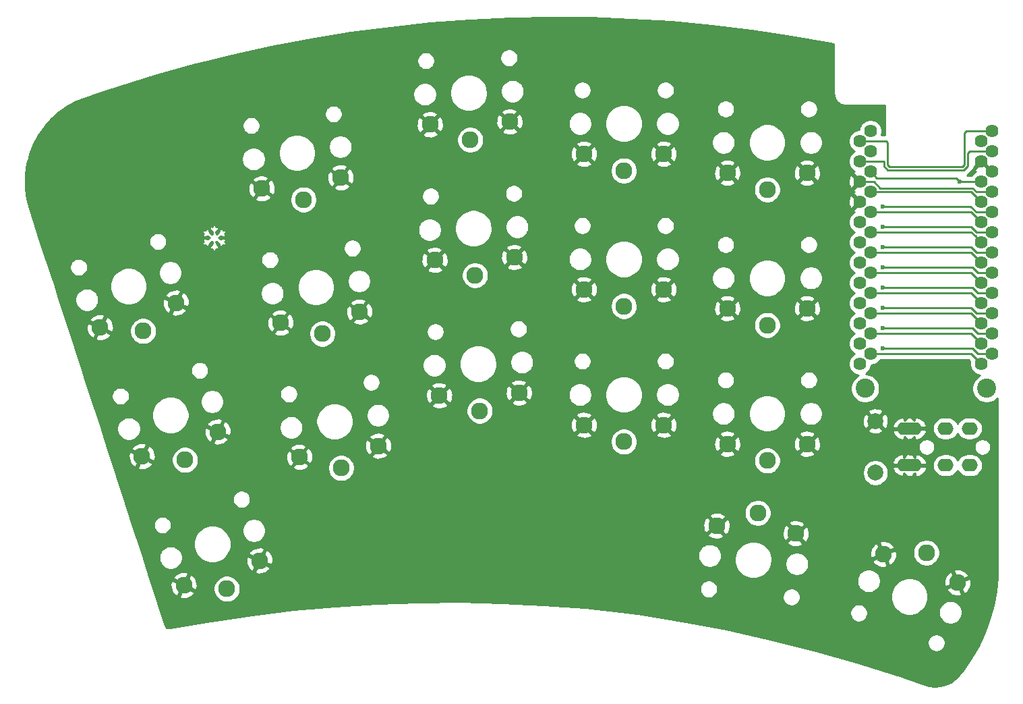
<source format=gbl>
G04 #@! TF.GenerationSoftware,KiCad,Pcbnew,(5.1.4-0-10_14)*
G04 #@! TF.CreationDate,2021-08-26T22:39:10+02:00*
G04 #@! TF.ProjectId,lory,6c6f7279-2e6b-4696-9361-645f70636258,2.1*
G04 #@! TF.SameCoordinates,Original*
G04 #@! TF.FileFunction,Copper,L2,Bot*
G04 #@! TF.FilePolarity,Positive*
%FSLAX46Y46*%
G04 Gerber Fmt 4.6, Leading zero omitted, Abs format (unit mm)*
G04 Created by KiCad (PCBNEW (5.1.4-0-10_14)) date 2021-08-26 22:39:10*
%MOMM*%
%LPD*%
G04 APERTURE LIST*
%ADD10C,2.128000*%
%ADD11O,2.000000X1.600000*%
%ADD12C,1.620000*%
%ADD13C,2.400000*%
%ADD14C,2.000000*%
%ADD15C,0.600000*%
%ADD16C,0.250000*%
%ADD17C,0.254000*%
G04 APERTURE END LIST*
D10*
X160405000Y-77135000D03*
X170405000Y-77135000D03*
X165405000Y-79235000D03*
D11*
X187802000Y-92200000D03*
X190802000Y-92200000D03*
X183802000Y-92200000D03*
X182702000Y-96800000D03*
X182722000Y-92230000D03*
X183822000Y-96830000D03*
X190822000Y-96830000D03*
X187822000Y-96830000D03*
D12*
X192280000Y-56157000D03*
X192280000Y-58697000D03*
X192280000Y-61237000D03*
X192280000Y-63777000D03*
X192280000Y-66317000D03*
X192280000Y-68857000D03*
X192280000Y-71397000D03*
X192280000Y-73937000D03*
X192280000Y-76477000D03*
X192280000Y-79017000D03*
X192280000Y-81557000D03*
X192280000Y-84097000D03*
X177040000Y-84097000D03*
X177040000Y-81557000D03*
X177040000Y-79017000D03*
X177040000Y-76477000D03*
X177040000Y-73937000D03*
X177040000Y-71397000D03*
X177040000Y-68857000D03*
X177040000Y-66317000D03*
X177040000Y-63777000D03*
X177040000Y-61237000D03*
X177040000Y-58697000D03*
X177040000Y-56157000D03*
X193586400Y-54887000D03*
X193586400Y-57427000D03*
X193586400Y-59967000D03*
X193586400Y-62507000D03*
X193586400Y-65047000D03*
X193586400Y-67587000D03*
X193586400Y-70127000D03*
X193586400Y-72667000D03*
X193586400Y-75207000D03*
X193586400Y-77747000D03*
X193586400Y-80287000D03*
X193586400Y-82827000D03*
X178366400Y-82827000D03*
X178366400Y-80287000D03*
X178366400Y-77747000D03*
X178366400Y-75207000D03*
X178366400Y-72667000D03*
X178366400Y-70127000D03*
X178366400Y-67587000D03*
X178366400Y-65047000D03*
X178366400Y-62507000D03*
X178366400Y-59967000D03*
X178366400Y-57427000D03*
X178366400Y-54887000D03*
D10*
X152405000Y-91760000D03*
X142405000Y-91760000D03*
X147405000Y-93860000D03*
X170405000Y-94135000D03*
X160405000Y-94135000D03*
X165405000Y-96235000D03*
X91159547Y-76433930D03*
X81648982Y-79524100D03*
X87053200Y-79976232D03*
X92308200Y-96146232D03*
X86903982Y-95694100D03*
X96414547Y-92603930D03*
X97563200Y-112316232D03*
X92158982Y-111864100D03*
X101669547Y-108773930D03*
X111845198Y-60712153D03*
X101942517Y-62103884D03*
X107186121Y-63487582D03*
X114210198Y-77547153D03*
X104307517Y-78938884D03*
X109551121Y-80322582D03*
X116575198Y-94382153D03*
X106672517Y-95773884D03*
X111916121Y-97157582D03*
X134237572Y-87708188D03*
X124243664Y-88057183D03*
X129313907Y-89981406D03*
X133053572Y-53720188D03*
X123059664Y-54069183D03*
X128129907Y-55993406D03*
X133647572Y-70718188D03*
X123653664Y-71067183D03*
X128723907Y-72991406D03*
X152405000Y-57755000D03*
X142405000Y-57755000D03*
X147405000Y-59855000D03*
X152405000Y-74755000D03*
X142405000Y-74755000D03*
X147405000Y-76855000D03*
X170405000Y-60135000D03*
X160405000Y-60135000D03*
X165405000Y-62235000D03*
D13*
X192940000Y-87170000D03*
X177695000Y-87175000D03*
D10*
X185388371Y-107788875D03*
X179967895Y-107957554D03*
X189303700Y-111541234D03*
X164223490Y-102800162D03*
X159045233Y-104411266D03*
X168999195Y-105369723D03*
D14*
X178988000Y-91262000D03*
X178988000Y-97762000D03*
D15*
X179922000Y-69450000D03*
X179914000Y-71976000D03*
X179912000Y-74526000D03*
X179910000Y-77068000D03*
X189566000Y-61228000D03*
X179920000Y-66906000D03*
X179910000Y-64350000D03*
X179908000Y-82150000D03*
X179908000Y-79608000D03*
D16*
X191646410Y-70127000D02*
X192440888Y-70127000D01*
X190969410Y-69450000D02*
X191646410Y-70127000D01*
X192440888Y-70127000D02*
X193586400Y-70127000D01*
X179922000Y-69450000D02*
X190969410Y-69450000D01*
X192440888Y-72667000D02*
X193586400Y-72667000D01*
X191870198Y-72667000D02*
X192440888Y-72667000D01*
X191179198Y-71976000D02*
X191870198Y-72667000D01*
X179914000Y-71976000D02*
X191179198Y-71976000D01*
X192440888Y-75207000D02*
X193586400Y-75207000D01*
X191870198Y-75207000D02*
X192440888Y-75207000D01*
X191189198Y-74526000D02*
X191870198Y-75207000D01*
X179912000Y-74526000D02*
X191189198Y-74526000D01*
X191646410Y-77747000D02*
X192440888Y-77747000D01*
X190967410Y-77068000D02*
X191646410Y-77747000D01*
X192440888Y-77747000D02*
X193586400Y-77747000D01*
X179910000Y-77068000D02*
X190967410Y-77068000D01*
X191010000Y-65047000D02*
X178366400Y-65047000D01*
X192280000Y-66317000D02*
X191010000Y-65047000D01*
X178776202Y-61237000D02*
X179594000Y-62054798D01*
X177040000Y-61237000D02*
X178776202Y-61237000D01*
X188998990Y-62056990D02*
X191196401Y-62056991D01*
X188996798Y-62054798D02*
X188998990Y-62056990D01*
X179594000Y-62054798D02*
X188996798Y-62054798D01*
X191646410Y-62507000D02*
X193586400Y-62507000D01*
X191196401Y-62056991D02*
X191646410Y-62507000D01*
X191010000Y-62507000D02*
X192280000Y-63777000D01*
X178366400Y-62507000D02*
X191010000Y-62507000D01*
X191470001Y-68047001D02*
X192280000Y-68857000D01*
X191010000Y-67587000D02*
X191470001Y-68047001D01*
X178366400Y-67587000D02*
X191010000Y-67587000D01*
X191010000Y-70127000D02*
X192280000Y-71397000D01*
X178366400Y-70127000D02*
X191010000Y-70127000D01*
X191010000Y-72667000D02*
X192280000Y-73937000D01*
X178366400Y-72667000D02*
X191010000Y-72667000D01*
X191010000Y-75207000D02*
X192280000Y-76477000D01*
X178366400Y-75207000D02*
X191010000Y-75207000D01*
X191010000Y-77747000D02*
X192280000Y-79017000D01*
X178366400Y-77747000D02*
X191010000Y-77747000D01*
X189895462Y-59375102D02*
X190130116Y-59140714D01*
X180494851Y-59135349D02*
X180729019Y-59369915D01*
X177040000Y-56157000D02*
X180332257Y-56157000D01*
X180494851Y-56319594D02*
X180494851Y-59135349D01*
X180729019Y-59369915D02*
X189895462Y-59375102D01*
X180332257Y-56157000D02*
X180494851Y-56319594D01*
X190369998Y-54887000D02*
X190127499Y-55129499D01*
X193586400Y-54887000D02*
X190369998Y-54887000D01*
X190130116Y-59140714D02*
X190127499Y-55129499D01*
X177040000Y-58697000D02*
X180037841Y-58697000D01*
X180044841Y-58704000D02*
X180044841Y-59321524D01*
X180044841Y-59321524D02*
X180547093Y-59824629D01*
X180037841Y-58697000D02*
X180044841Y-58704000D01*
X188933434Y-59824567D02*
X190082500Y-59825216D01*
X188933371Y-59824629D02*
X188933434Y-59824567D01*
X190082500Y-59825216D02*
X190580246Y-59326817D01*
X180547093Y-59824629D02*
X188933371Y-59824629D01*
X190580246Y-59326817D02*
X190580246Y-57649754D01*
X190803000Y-57427000D02*
X193586400Y-57427000D01*
X190580246Y-57649754D02*
X190803000Y-57427000D01*
X189575000Y-61237000D02*
X189566000Y-61228000D01*
X192280000Y-61237000D02*
X189575000Y-61237000D01*
X179186391Y-60786991D02*
X179176399Y-60776999D01*
X179176399Y-60776999D02*
X178366400Y-59967000D01*
X189124991Y-60786991D02*
X179186391Y-60786991D01*
X189566000Y-61228000D02*
X189124991Y-60786991D01*
X190965410Y-66906000D02*
X180344264Y-66906000D01*
X180344264Y-66906000D02*
X179920000Y-66906000D01*
X191646410Y-67587000D02*
X190965410Y-66906000D01*
X193586400Y-67587000D02*
X191646410Y-67587000D01*
X191646410Y-65047000D02*
X192440888Y-65047000D01*
X190949410Y-64350000D02*
X191646410Y-65047000D01*
X192440888Y-65047000D02*
X193586400Y-65047000D01*
X179910000Y-64350000D02*
X190949410Y-64350000D01*
X191010000Y-80287000D02*
X192280000Y-81557000D01*
X178366400Y-80287000D02*
X191010000Y-80287000D01*
X191010000Y-82827000D02*
X192280000Y-84097000D01*
X178366400Y-82827000D02*
X191010000Y-82827000D01*
X191870198Y-82827000D02*
X192440888Y-82827000D01*
X191193198Y-82150000D02*
X191870198Y-82827000D01*
X192440888Y-82827000D02*
X193586400Y-82827000D01*
X179908000Y-82150000D02*
X191193198Y-82150000D01*
X192440888Y-80287000D02*
X193586400Y-80287000D01*
X191870198Y-80287000D02*
X192440888Y-80287000D01*
X191191198Y-79608000D02*
X191870198Y-80287000D01*
X179908000Y-79608000D02*
X191191198Y-79608000D01*
D17*
G36*
X143262502Y-40689860D02*
G01*
X148305452Y-40871031D01*
X153341402Y-41192940D01*
X158366375Y-41655332D01*
X163376499Y-42257853D01*
X168367846Y-43000031D01*
X173340958Y-43882070D01*
X173673389Y-43946199D01*
X173713195Y-43959112D01*
X173727165Y-43966912D01*
X173739356Y-43977277D01*
X173749302Y-43989814D01*
X173756620Y-44004037D01*
X173763261Y-44027156D01*
X173765434Y-44047446D01*
X173770027Y-50230404D01*
X173780377Y-50334704D01*
X173783238Y-50344110D01*
X173794672Y-50434100D01*
X173808753Y-50495871D01*
X173821799Y-50557881D01*
X173824843Y-50567316D01*
X173873536Y-50714715D01*
X173899576Y-50773530D01*
X173924816Y-50832759D01*
X173929635Y-50841423D01*
X174006031Y-50976556D01*
X174043002Y-51029197D01*
X174079257Y-51082384D01*
X174085667Y-51089947D01*
X174186855Y-51207669D01*
X174233347Y-51252127D01*
X174279250Y-51297265D01*
X174287006Y-51303439D01*
X174409133Y-51399264D01*
X174463340Y-51433822D01*
X174517165Y-51469205D01*
X174525973Y-51473754D01*
X174664386Y-51544033D01*
X174724332Y-51567428D01*
X174783949Y-51591659D01*
X174793468Y-51594410D01*
X174793471Y-51594411D01*
X174793474Y-51594411D01*
X174942900Y-51636467D01*
X175006214Y-51647766D01*
X175069436Y-51659963D01*
X175079312Y-51660813D01*
X175234064Y-51673044D01*
X175235070Y-51673025D01*
X175255123Y-51675000D01*
X180191192Y-51675000D01*
X180188033Y-55397000D01*
X179719208Y-55397000D01*
X179755870Y-55308491D01*
X179811400Y-55029320D01*
X179811400Y-54744680D01*
X179755870Y-54465509D01*
X179646943Y-54202536D01*
X179488805Y-53965866D01*
X179287534Y-53764595D01*
X179050864Y-53606457D01*
X178787891Y-53497530D01*
X178508720Y-53442000D01*
X178224080Y-53442000D01*
X177944909Y-53497530D01*
X177681936Y-53606457D01*
X177445266Y-53764595D01*
X177243995Y-53965866D01*
X177085857Y-54202536D01*
X176976930Y-54465509D01*
X176927900Y-54712000D01*
X176897680Y-54712000D01*
X176618509Y-54767530D01*
X176355536Y-54876457D01*
X176118866Y-55034595D01*
X175917595Y-55235866D01*
X175759457Y-55472536D01*
X175650530Y-55735509D01*
X175595000Y-56014680D01*
X175595000Y-56299320D01*
X175650530Y-56578491D01*
X175759457Y-56841464D01*
X175917595Y-57078134D01*
X176118866Y-57279405D01*
X176339757Y-57427000D01*
X176118866Y-57574595D01*
X175917595Y-57775866D01*
X175759457Y-58012536D01*
X175650530Y-58275509D01*
X175595000Y-58554680D01*
X175595000Y-58839320D01*
X175650530Y-59118491D01*
X175759457Y-59381464D01*
X175917595Y-59618134D01*
X176118866Y-59819405D01*
X176339706Y-59966966D01*
X176292556Y-59992168D01*
X176219762Y-60237157D01*
X177040000Y-61057395D01*
X177054143Y-61043253D01*
X177233748Y-61222858D01*
X177219605Y-61237000D01*
X177233748Y-61251143D01*
X177054143Y-61430748D01*
X177040000Y-61416605D01*
X176219762Y-62236843D01*
X176292556Y-62481832D01*
X176342471Y-62505488D01*
X176292556Y-62532168D01*
X176219762Y-62777157D01*
X177040000Y-63597395D01*
X177054143Y-63583253D01*
X177233748Y-63762858D01*
X177219605Y-63777000D01*
X177233748Y-63791143D01*
X177054143Y-63970748D01*
X177040000Y-63956605D01*
X176219762Y-64776843D01*
X176292556Y-65021832D01*
X176342207Y-65045363D01*
X176118866Y-65194595D01*
X175917595Y-65395866D01*
X175759457Y-65632536D01*
X175650530Y-65895509D01*
X175595000Y-66174680D01*
X175595000Y-66459320D01*
X175650530Y-66738491D01*
X175759457Y-67001464D01*
X175917595Y-67238134D01*
X176118866Y-67439405D01*
X176339757Y-67587000D01*
X176118866Y-67734595D01*
X175917595Y-67935866D01*
X175759457Y-68172536D01*
X175650530Y-68435509D01*
X175595000Y-68714680D01*
X175595000Y-68999320D01*
X175650530Y-69278491D01*
X175759457Y-69541464D01*
X175917595Y-69778134D01*
X176118866Y-69979405D01*
X176339757Y-70127000D01*
X176118866Y-70274595D01*
X175917595Y-70475866D01*
X175759457Y-70712536D01*
X175650530Y-70975509D01*
X175595000Y-71254680D01*
X175595000Y-71539320D01*
X175650530Y-71818491D01*
X175759457Y-72081464D01*
X175917595Y-72318134D01*
X176118866Y-72519405D01*
X176339757Y-72667000D01*
X176118866Y-72814595D01*
X175917595Y-73015866D01*
X175759457Y-73252536D01*
X175650530Y-73515509D01*
X175595000Y-73794680D01*
X175595000Y-74079320D01*
X175650530Y-74358491D01*
X175759457Y-74621464D01*
X175917595Y-74858134D01*
X176118866Y-75059405D01*
X176339757Y-75207000D01*
X176118866Y-75354595D01*
X175917595Y-75555866D01*
X175759457Y-75792536D01*
X175650530Y-76055509D01*
X175595000Y-76334680D01*
X175595000Y-76619320D01*
X175650530Y-76898491D01*
X175759457Y-77161464D01*
X175917595Y-77398134D01*
X176118866Y-77599405D01*
X176339757Y-77747000D01*
X176118866Y-77894595D01*
X175917595Y-78095866D01*
X175759457Y-78332536D01*
X175650530Y-78595509D01*
X175595000Y-78874680D01*
X175595000Y-79159320D01*
X175650530Y-79438491D01*
X175759457Y-79701464D01*
X175917595Y-79938134D01*
X176118866Y-80139405D01*
X176339757Y-80287000D01*
X176118866Y-80434595D01*
X175917595Y-80635866D01*
X175759457Y-80872536D01*
X175650530Y-81135509D01*
X175595000Y-81414680D01*
X175595000Y-81699320D01*
X175650530Y-81978491D01*
X175759457Y-82241464D01*
X175917595Y-82478134D01*
X176118866Y-82679405D01*
X176339757Y-82827000D01*
X176118866Y-82974595D01*
X175917595Y-83175866D01*
X175759457Y-83412536D01*
X175650530Y-83675509D01*
X175595000Y-83954680D01*
X175595000Y-84239320D01*
X175650530Y-84518491D01*
X175759457Y-84781464D01*
X175917595Y-85018134D01*
X176118866Y-85219405D01*
X176355536Y-85377543D01*
X176618509Y-85486470D01*
X176860283Y-85534561D01*
X176825801Y-85548844D01*
X176525256Y-85749662D01*
X176269662Y-86005256D01*
X176068844Y-86305801D01*
X175930518Y-86639750D01*
X175860000Y-86994268D01*
X175860000Y-87355732D01*
X175930518Y-87710250D01*
X176068844Y-88044199D01*
X176269662Y-88344744D01*
X176525256Y-88600338D01*
X176825801Y-88801156D01*
X177159750Y-88939482D01*
X177514268Y-89010000D01*
X177875732Y-89010000D01*
X178230250Y-88939482D01*
X178564199Y-88801156D01*
X178864744Y-88600338D01*
X179120338Y-88344744D01*
X179321156Y-88044199D01*
X179459482Y-87710250D01*
X179530000Y-87355732D01*
X179530000Y-86994268D01*
X179459482Y-86639750D01*
X179321156Y-86305801D01*
X179120338Y-86005256D01*
X178864744Y-85749662D01*
X178564199Y-85548844D01*
X178230250Y-85410518D01*
X177875732Y-85340000D01*
X177780651Y-85340000D01*
X177961134Y-85219405D01*
X178162405Y-85018134D01*
X178320543Y-84781464D01*
X178429470Y-84518491D01*
X178478500Y-84272000D01*
X178508720Y-84272000D01*
X178787891Y-84216470D01*
X179050864Y-84107543D01*
X179287534Y-83949405D01*
X179488805Y-83748134D01*
X179596471Y-83587000D01*
X190695199Y-83587000D01*
X190872807Y-83764609D01*
X190835000Y-83954680D01*
X190835000Y-84239320D01*
X190890530Y-84518491D01*
X190999457Y-84781464D01*
X191157595Y-85018134D01*
X191358866Y-85219405D01*
X191595536Y-85377543D01*
X191858509Y-85486470D01*
X192095506Y-85533611D01*
X192070801Y-85543844D01*
X191770256Y-85744662D01*
X191514662Y-86000256D01*
X191313844Y-86300801D01*
X191175518Y-86634750D01*
X191105000Y-86989268D01*
X191105000Y-87350732D01*
X191175518Y-87705250D01*
X191313844Y-88039199D01*
X191514662Y-88339744D01*
X191770256Y-88595338D01*
X192070801Y-88796156D01*
X192404750Y-88934482D01*
X192759268Y-89005000D01*
X193120732Y-89005000D01*
X193475250Y-88934482D01*
X193809199Y-88796156D01*
X194109744Y-88595338D01*
X194333082Y-88372000D01*
X194332004Y-108984024D01*
X194297224Y-110812253D01*
X194111953Y-112608179D01*
X193777053Y-114382313D01*
X193294873Y-116122194D01*
X192668787Y-117815643D01*
X191903201Y-119450746D01*
X191003477Y-121016055D01*
X189971068Y-122507604D01*
X189515678Y-123088071D01*
X189005703Y-123612073D01*
X188431107Y-124018567D01*
X187792063Y-124313538D01*
X187109959Y-124487116D01*
X186407644Y-124533484D01*
X185699869Y-124450055D01*
X185184630Y-124304196D01*
X182019651Y-123234836D01*
X182016829Y-123233926D01*
X182014027Y-123232962D01*
X182004588Y-123229934D01*
X176644490Y-121551172D01*
X176639741Y-121549757D01*
X176635009Y-121548275D01*
X176625489Y-121545511D01*
X171220607Y-120017066D01*
X171215826Y-120015786D01*
X171211049Y-120014435D01*
X171201456Y-120011938D01*
X167110079Y-118977393D01*
X185511844Y-118977393D01*
X185511844Y-119200043D01*
X185555281Y-119418414D01*
X185640485Y-119624116D01*
X185764183Y-119809242D01*
X185921620Y-119966679D01*
X186106746Y-120090377D01*
X186312448Y-120175581D01*
X186530819Y-120219018D01*
X186753469Y-120219018D01*
X186971840Y-120175581D01*
X187177542Y-120090377D01*
X187362668Y-119966679D01*
X187520105Y-119809242D01*
X187643803Y-119624116D01*
X187729007Y-119418414D01*
X187772444Y-119200043D01*
X187772444Y-118977393D01*
X187729007Y-118759022D01*
X187643803Y-118553320D01*
X187520105Y-118368194D01*
X187362668Y-118210757D01*
X187177542Y-118087059D01*
X186971840Y-118001855D01*
X186753469Y-117958418D01*
X186530819Y-117958418D01*
X186312448Y-118001855D01*
X186106746Y-118087059D01*
X185921620Y-118210757D01*
X185764183Y-118368194D01*
X185640485Y-118553320D01*
X185555281Y-118759022D01*
X185511844Y-118977393D01*
X167110079Y-118977393D01*
X165756004Y-118635002D01*
X165751187Y-118633855D01*
X165746377Y-118632639D01*
X165736718Y-118630411D01*
X160254942Y-117406058D01*
X160250065Y-117405040D01*
X160245252Y-117403965D01*
X160235534Y-117402007D01*
X154721711Y-116331191D01*
X154716850Y-116330317D01*
X154711967Y-116329369D01*
X154702198Y-116327683D01*
X149160625Y-115411240D01*
X149150588Y-115409724D01*
X149141443Y-115408337D01*
X149141166Y-115408301D01*
X149141021Y-115408279D01*
X149140630Y-115408231D01*
X149131613Y-115407056D01*
X147749380Y-115236732D01*
X147748075Y-115236590D01*
X147746753Y-115236413D01*
X147743363Y-115236032D01*
X175765265Y-115236032D01*
X175765265Y-115458682D01*
X175808702Y-115677053D01*
X175893906Y-115882755D01*
X176017604Y-116067881D01*
X176175041Y-116225318D01*
X176360167Y-116349016D01*
X176565869Y-116434220D01*
X176784240Y-116477657D01*
X177006890Y-116477657D01*
X177225261Y-116434220D01*
X177430963Y-116349016D01*
X177616089Y-116225318D01*
X177773526Y-116067881D01*
X177897224Y-115882755D01*
X177982428Y-115677053D01*
X178025865Y-115458682D01*
X178025865Y-115236032D01*
X177982428Y-115017661D01*
X177897224Y-114811959D01*
X177773526Y-114626833D01*
X177616089Y-114469396D01*
X177430963Y-114345698D01*
X177225261Y-114260494D01*
X177006890Y-114217057D01*
X176784240Y-114217057D01*
X176565869Y-114260494D01*
X176360167Y-114345698D01*
X176175041Y-114469396D01*
X176017604Y-114626833D01*
X175893906Y-114811959D01*
X175808702Y-115017661D01*
X175765265Y-115236032D01*
X147743363Y-115236032D01*
X147736902Y-115235306D01*
X142547376Y-114688835D01*
X142542470Y-114688387D01*
X142537510Y-114687865D01*
X142527644Y-114687035D01*
X142527632Y-114687034D01*
X142527626Y-114687034D01*
X137324871Y-114285676D01*
X137319904Y-114285363D01*
X137314982Y-114284983D01*
X137305085Y-114284427D01*
X132093146Y-114028495D01*
X132088190Y-114028321D01*
X132083241Y-114028078D01*
X132073336Y-114027800D01*
X132073330Y-114027800D01*
X126856279Y-113917494D01*
X126851358Y-113917459D01*
X126846367Y-113917353D01*
X126836454Y-113917351D01*
X121618355Y-113952756D01*
X121613382Y-113952859D01*
X121608442Y-113952893D01*
X121598532Y-113953168D01*
X116383458Y-114134258D01*
X116378508Y-114134499D01*
X116373553Y-114134671D01*
X116363655Y-114135222D01*
X111155669Y-114461854D01*
X111150714Y-114462235D01*
X111145779Y-114462544D01*
X111135900Y-114463371D01*
X105939066Y-114935291D01*
X105934109Y-114935811D01*
X105929199Y-114936257D01*
X105919347Y-114937360D01*
X100737716Y-115554201D01*
X100732827Y-115554852D01*
X100727880Y-115555441D01*
X100718063Y-115556819D01*
X95555674Y-116318099D01*
X95550749Y-116318896D01*
X95545877Y-116319614D01*
X95536102Y-116321265D01*
X90418006Y-117222687D01*
X90279481Y-117238576D01*
X90188603Y-117231174D01*
X90100901Y-117206263D01*
X90019703Y-117164789D01*
X89948102Y-117108330D01*
X89888840Y-117039050D01*
X89834887Y-116943076D01*
X88648352Y-113296806D01*
X91571517Y-113296806D01*
X91753668Y-113522510D01*
X92084996Y-113569717D01*
X92419167Y-113551378D01*
X92743340Y-113468198D01*
X93045056Y-113323373D01*
X93312720Y-113122469D01*
X93461677Y-112967544D01*
X93476375Y-112677880D01*
X92214483Y-112034915D01*
X91571517Y-113296806D01*
X88648352Y-113296806D01*
X88158058Y-111790114D01*
X90453365Y-111790114D01*
X90471704Y-112124285D01*
X90554884Y-112448458D01*
X90699709Y-112750174D01*
X90900613Y-113017838D01*
X91055538Y-113166795D01*
X91345202Y-113181493D01*
X91988167Y-111919601D01*
X91770314Y-111808599D01*
X92329797Y-111808599D01*
X93591688Y-112451565D01*
X93817392Y-112269414D01*
X93834563Y-112148895D01*
X95864200Y-112148895D01*
X95864200Y-112483569D01*
X95929491Y-112811812D01*
X96057565Y-113121010D01*
X96243500Y-113399282D01*
X96480150Y-113635932D01*
X96758422Y-113821867D01*
X97067620Y-113949941D01*
X97395863Y-114015232D01*
X97730537Y-114015232D01*
X98058780Y-113949941D01*
X98367978Y-113821867D01*
X98646250Y-113635932D01*
X98882900Y-113399282D01*
X99068835Y-113121010D01*
X99196909Y-112811812D01*
X99262200Y-112483569D01*
X99262200Y-112242024D01*
X156929180Y-112242024D01*
X156929180Y-112464674D01*
X156972617Y-112683045D01*
X157057821Y-112888747D01*
X157181519Y-113073873D01*
X157338956Y-113231310D01*
X157524082Y-113355008D01*
X157729784Y-113440212D01*
X157948155Y-113483649D01*
X158170805Y-113483649D01*
X158389176Y-113440212D01*
X158594878Y-113355008D01*
X158763026Y-113242654D01*
X167321116Y-113242654D01*
X167321116Y-113465304D01*
X167364553Y-113683675D01*
X167449757Y-113889377D01*
X167573455Y-114074503D01*
X167730892Y-114231940D01*
X167916018Y-114355638D01*
X168121720Y-114440842D01*
X168340091Y-114484279D01*
X168562741Y-114484279D01*
X168781112Y-114440842D01*
X168986814Y-114355638D01*
X169171940Y-114231940D01*
X169329377Y-114074503D01*
X169453075Y-113889377D01*
X169538279Y-113683675D01*
X169581716Y-113465304D01*
X169581716Y-113242654D01*
X169546497Y-113065594D01*
X180924500Y-113065594D01*
X180924500Y-113528406D01*
X181014790Y-113982324D01*
X181191900Y-114409905D01*
X181449024Y-114794719D01*
X181776281Y-115121976D01*
X182161095Y-115379100D01*
X182588676Y-115556210D01*
X183042594Y-115646500D01*
X183505406Y-115646500D01*
X183959324Y-115556210D01*
X184386905Y-115379100D01*
X184771719Y-115121976D01*
X184772019Y-115121676D01*
X186922792Y-115121676D01*
X186922792Y-115414372D01*
X186979894Y-115701445D01*
X187091904Y-115971862D01*
X187254518Y-116215230D01*
X187461486Y-116422198D01*
X187704854Y-116584812D01*
X187975271Y-116696822D01*
X188262344Y-116753924D01*
X188555040Y-116753924D01*
X188842113Y-116696822D01*
X189112530Y-116584812D01*
X189355898Y-116422198D01*
X189562866Y-116215230D01*
X189725480Y-115971862D01*
X189837490Y-115701445D01*
X189894592Y-115414372D01*
X189894592Y-115121676D01*
X189837490Y-114834603D01*
X189725480Y-114564186D01*
X189562866Y-114320818D01*
X189355898Y-114113850D01*
X189112530Y-113951236D01*
X188842113Y-113839226D01*
X188555040Y-113782124D01*
X188262344Y-113782124D01*
X187975271Y-113839226D01*
X187704854Y-113951236D01*
X187461486Y-114113850D01*
X187254518Y-114320818D01*
X187091904Y-114564186D01*
X186979894Y-114834603D01*
X186922792Y-115121676D01*
X184772019Y-115121676D01*
X185098976Y-114794719D01*
X185356100Y-114409905D01*
X185533210Y-113982324D01*
X185623500Y-113528406D01*
X185623500Y-113065594D01*
X185533210Y-112611676D01*
X185518014Y-112574988D01*
X187945040Y-112574988D01*
X188172822Y-112820187D01*
X188444064Y-113016235D01*
X188748340Y-113155601D01*
X189073958Y-113232927D01*
X189408406Y-113245242D01*
X189621664Y-113218584D01*
X189815378Y-113002722D01*
X189239335Y-111708910D01*
X187945523Y-112284952D01*
X187945040Y-112574988D01*
X185518014Y-112574988D01*
X185356100Y-112184095D01*
X185098976Y-111799281D01*
X184945635Y-111645940D01*
X187599692Y-111645940D01*
X187626350Y-111859198D01*
X187842212Y-112052912D01*
X188846892Y-111605599D01*
X189471376Y-111605599D01*
X190047418Y-112899411D01*
X190337454Y-112899894D01*
X190582653Y-112672112D01*
X190778701Y-112400870D01*
X190918067Y-112096594D01*
X190995393Y-111770976D01*
X191007708Y-111436528D01*
X190981050Y-111223270D01*
X190765188Y-111029556D01*
X189471376Y-111605599D01*
X188846892Y-111605599D01*
X189136024Y-111476869D01*
X188559982Y-110183057D01*
X188269946Y-110182574D01*
X188024747Y-110410356D01*
X187828699Y-110681598D01*
X187689333Y-110985874D01*
X187612007Y-111311492D01*
X187599692Y-111645940D01*
X184945635Y-111645940D01*
X184771719Y-111472024D01*
X184386905Y-111214900D01*
X183959324Y-111037790D01*
X183505406Y-110947500D01*
X183042594Y-110947500D01*
X182588676Y-111037790D01*
X182161095Y-111214900D01*
X181776281Y-111472024D01*
X181449024Y-111799281D01*
X181191900Y-112184095D01*
X181014790Y-112611676D01*
X180924500Y-113065594D01*
X169546497Y-113065594D01*
X169538279Y-113024283D01*
X169453075Y-112818581D01*
X169329377Y-112633455D01*
X169171940Y-112476018D01*
X168986814Y-112352320D01*
X168781112Y-112267116D01*
X168562741Y-112223679D01*
X168340091Y-112223679D01*
X168121720Y-112267116D01*
X167916018Y-112352320D01*
X167730892Y-112476018D01*
X167573455Y-112633455D01*
X167449757Y-112818581D01*
X167364553Y-113024283D01*
X167321116Y-113242654D01*
X158763026Y-113242654D01*
X158780004Y-113231310D01*
X158937441Y-113073873D01*
X159061139Y-112888747D01*
X159146343Y-112683045D01*
X159189780Y-112464674D01*
X159189780Y-112242024D01*
X159146343Y-112023653D01*
X159061139Y-111817951D01*
X158937441Y-111632825D01*
X158780004Y-111475388D01*
X158594878Y-111351690D01*
X158389176Y-111266486D01*
X158170805Y-111223049D01*
X157948155Y-111223049D01*
X157729784Y-111266486D01*
X157524082Y-111351690D01*
X157338956Y-111475388D01*
X157181519Y-111632825D01*
X157057821Y-111817951D01*
X156972617Y-112023653D01*
X156929180Y-112242024D01*
X99262200Y-112242024D01*
X99262200Y-112148895D01*
X99196909Y-111820652D01*
X99068835Y-111511454D01*
X98882900Y-111233182D01*
X98829346Y-111179628D01*
X176653408Y-111179628D01*
X176653408Y-111472324D01*
X176710510Y-111759397D01*
X176822520Y-112029814D01*
X176985134Y-112273182D01*
X177192102Y-112480150D01*
X177435470Y-112642764D01*
X177705887Y-112754774D01*
X177992960Y-112811876D01*
X178285656Y-112811876D01*
X178572729Y-112754774D01*
X178843146Y-112642764D01*
X179086514Y-112480150D01*
X179293482Y-112273182D01*
X179456096Y-112029814D01*
X179568106Y-111759397D01*
X179625208Y-111472324D01*
X179625208Y-111179628D01*
X179568106Y-110892555D01*
X179456096Y-110622138D01*
X179293482Y-110378770D01*
X179086514Y-110171802D01*
X178948744Y-110079746D01*
X188792022Y-110079746D01*
X189368065Y-111373558D01*
X190661877Y-110797516D01*
X190662360Y-110507480D01*
X190434578Y-110262281D01*
X190163336Y-110066233D01*
X189859060Y-109926867D01*
X189533442Y-109849541D01*
X189198994Y-109837226D01*
X188985736Y-109863884D01*
X188792022Y-110079746D01*
X178948744Y-110079746D01*
X178843146Y-110009188D01*
X178572729Y-109897178D01*
X178285656Y-109840076D01*
X177992960Y-109840076D01*
X177705887Y-109897178D01*
X177435470Y-110009188D01*
X177192102Y-110171802D01*
X176985134Y-110378770D01*
X176822520Y-110622138D01*
X176710510Y-110892555D01*
X176653408Y-111179628D01*
X98829346Y-111179628D01*
X98646250Y-110996532D01*
X98367978Y-110810597D01*
X98058780Y-110682523D01*
X97730537Y-110617232D01*
X97395863Y-110617232D01*
X97067620Y-110682523D01*
X96758422Y-110810597D01*
X96480150Y-110996532D01*
X96243500Y-111233182D01*
X96057565Y-111511454D01*
X95929491Y-111820652D01*
X95864200Y-112148895D01*
X93834563Y-112148895D01*
X93864599Y-111938086D01*
X93846260Y-111603915D01*
X93763080Y-111279742D01*
X93618255Y-110978026D01*
X93417351Y-110710362D01*
X93262426Y-110561405D01*
X92972762Y-110546707D01*
X92329797Y-111808599D01*
X91770314Y-111808599D01*
X90726276Y-111276635D01*
X90500572Y-111458786D01*
X90453365Y-111790114D01*
X88158058Y-111790114D01*
X87917322Y-111050320D01*
X90841589Y-111050320D01*
X92103481Y-111693285D01*
X92746447Y-110431394D01*
X92565060Y-110206636D01*
X101082082Y-110206636D01*
X101264233Y-110432340D01*
X101595561Y-110479547D01*
X101929732Y-110461208D01*
X102253905Y-110378028D01*
X102555621Y-110233203D01*
X102823285Y-110032299D01*
X102972242Y-109877374D01*
X102986940Y-109587710D01*
X101725048Y-108944745D01*
X101082082Y-110206636D01*
X92565060Y-110206636D01*
X92564296Y-110205690D01*
X92232968Y-110158483D01*
X91898797Y-110176822D01*
X91574624Y-110260002D01*
X91272908Y-110404827D01*
X91005244Y-110605731D01*
X90856287Y-110760656D01*
X90841589Y-111050320D01*
X87917322Y-111050320D01*
X87008750Y-108258245D01*
X89023289Y-108258245D01*
X89023289Y-108550941D01*
X89080391Y-108838014D01*
X89192401Y-109108431D01*
X89355015Y-109351799D01*
X89561983Y-109558767D01*
X89805351Y-109721381D01*
X90075768Y-109833391D01*
X90362841Y-109890493D01*
X90655537Y-109890493D01*
X90942610Y-109833391D01*
X91213027Y-109721381D01*
X91456395Y-109558767D01*
X91663363Y-109351799D01*
X91825977Y-109108431D01*
X91937987Y-108838014D01*
X91995089Y-108550941D01*
X91995089Y-108258245D01*
X91937987Y-107971172D01*
X91825977Y-107700755D01*
X91663363Y-107457387D01*
X91456395Y-107250419D01*
X91213027Y-107087805D01*
X90942610Y-106975795D01*
X90655537Y-106918693D01*
X90362841Y-106918693D01*
X90075768Y-106975795D01*
X89805351Y-107087805D01*
X89561983Y-107250419D01*
X89355015Y-107457387D01*
X89192401Y-107700755D01*
X89080391Y-107971172D01*
X89023289Y-108258245D01*
X87008750Y-108258245D01*
X86428005Y-106473594D01*
X93390500Y-106473594D01*
X93390500Y-106936406D01*
X93480790Y-107390324D01*
X93657900Y-107817905D01*
X93915024Y-108202719D01*
X94242281Y-108529976D01*
X94627095Y-108787100D01*
X95054676Y-108964210D01*
X95508594Y-109054500D01*
X95971406Y-109054500D01*
X96425324Y-108964210D01*
X96852905Y-108787100D01*
X96983343Y-108699944D01*
X99963930Y-108699944D01*
X99982269Y-109034115D01*
X100065449Y-109358288D01*
X100210274Y-109660004D01*
X100411178Y-109927668D01*
X100566103Y-110076625D01*
X100855767Y-110091323D01*
X101498732Y-108829431D01*
X101280879Y-108718429D01*
X101840362Y-108718429D01*
X103102253Y-109361395D01*
X103327957Y-109179244D01*
X103375164Y-108847916D01*
X103356825Y-108513745D01*
X103273645Y-108189572D01*
X103182410Y-107999500D01*
X156697421Y-107999500D01*
X156697421Y-108292196D01*
X156754523Y-108579269D01*
X156866533Y-108849686D01*
X157029147Y-109093054D01*
X157236115Y-109300022D01*
X157479483Y-109462636D01*
X157749900Y-109574646D01*
X158036973Y-109631748D01*
X158329669Y-109631748D01*
X158616742Y-109574646D01*
X158887159Y-109462636D01*
X159130527Y-109300022D01*
X159337495Y-109093054D01*
X159500109Y-108849686D01*
X159612119Y-108579269D01*
X159639504Y-108441594D01*
X161308500Y-108441594D01*
X161308500Y-108904406D01*
X161398790Y-109358324D01*
X161575900Y-109785905D01*
X161833024Y-110170719D01*
X162160281Y-110497976D01*
X162545095Y-110755100D01*
X162972676Y-110932210D01*
X163426594Y-111022500D01*
X163889406Y-111022500D01*
X164343324Y-110932210D01*
X164770905Y-110755100D01*
X165155719Y-110497976D01*
X165482976Y-110170719D01*
X165740100Y-109785905D01*
X165917210Y-109358324D01*
X165977782Y-109053804D01*
X167646779Y-109053804D01*
X167646779Y-109346500D01*
X167703881Y-109633573D01*
X167815891Y-109903990D01*
X167978505Y-110147358D01*
X168185473Y-110354326D01*
X168428841Y-110516940D01*
X168699258Y-110628950D01*
X168986331Y-110686052D01*
X169279027Y-110686052D01*
X169566100Y-110628950D01*
X169836517Y-110516940D01*
X170079885Y-110354326D01*
X170286853Y-110147358D01*
X170449467Y-109903990D01*
X170561477Y-109633573D01*
X170618579Y-109346500D01*
X170618579Y-109053804D01*
X170606148Y-108991308D01*
X178609235Y-108991308D01*
X178837017Y-109236507D01*
X179108259Y-109432555D01*
X179412535Y-109571921D01*
X179738153Y-109649247D01*
X180072601Y-109661562D01*
X180285859Y-109634904D01*
X180479573Y-109419042D01*
X179903530Y-108125230D01*
X178609718Y-108701272D01*
X178609235Y-108991308D01*
X170606148Y-108991308D01*
X170561477Y-108766731D01*
X170449467Y-108496314D01*
X170286853Y-108252946D01*
X170096167Y-108062260D01*
X178263887Y-108062260D01*
X178290545Y-108275518D01*
X178506407Y-108469232D01*
X179511087Y-108021919D01*
X180135571Y-108021919D01*
X180711613Y-109315731D01*
X181001649Y-109316214D01*
X181246848Y-109088432D01*
X181442896Y-108817190D01*
X181582262Y-108512914D01*
X181659588Y-108187296D01*
X181671903Y-107852848D01*
X181645245Y-107639590D01*
X181625130Y-107621538D01*
X183689371Y-107621538D01*
X183689371Y-107956212D01*
X183754662Y-108284455D01*
X183882736Y-108593653D01*
X184068671Y-108871925D01*
X184305321Y-109108575D01*
X184583593Y-109294510D01*
X184892791Y-109422584D01*
X185221034Y-109487875D01*
X185555708Y-109487875D01*
X185883951Y-109422584D01*
X186193149Y-109294510D01*
X186471421Y-109108575D01*
X186708071Y-108871925D01*
X186894006Y-108593653D01*
X187022080Y-108284455D01*
X187087371Y-107956212D01*
X187087371Y-107621538D01*
X187022080Y-107293295D01*
X186894006Y-106984097D01*
X186708071Y-106705825D01*
X186471421Y-106469175D01*
X186193149Y-106283240D01*
X185883951Y-106155166D01*
X185555708Y-106089875D01*
X185221034Y-106089875D01*
X184892791Y-106155166D01*
X184583593Y-106283240D01*
X184305321Y-106469175D01*
X184068671Y-106705825D01*
X183882736Y-106984097D01*
X183754662Y-107293295D01*
X183689371Y-107621538D01*
X181625130Y-107621538D01*
X181429383Y-107445876D01*
X180135571Y-108021919D01*
X179511087Y-108021919D01*
X179800219Y-107893189D01*
X179224177Y-106599377D01*
X178934141Y-106598894D01*
X178688942Y-106826676D01*
X178492894Y-107097918D01*
X178353528Y-107402194D01*
X178276202Y-107727812D01*
X178263887Y-108062260D01*
X170096167Y-108062260D01*
X170079885Y-108045978D01*
X169836517Y-107883364D01*
X169566100Y-107771354D01*
X169279027Y-107714252D01*
X168986331Y-107714252D01*
X168699258Y-107771354D01*
X168428841Y-107883364D01*
X168185473Y-108045978D01*
X167978505Y-108252946D01*
X167815891Y-108496314D01*
X167703881Y-108766731D01*
X167646779Y-109053804D01*
X165977782Y-109053804D01*
X166007500Y-108904406D01*
X166007500Y-108441594D01*
X165917210Y-107987676D01*
X165740100Y-107560095D01*
X165482976Y-107175281D01*
X165155719Y-106848024D01*
X164770905Y-106590900D01*
X164429174Y-106449350D01*
X167889164Y-106449350D01*
X167966208Y-106728966D01*
X168251232Y-106904375D01*
X168565000Y-107020807D01*
X168895454Y-107073790D01*
X169229894Y-107061286D01*
X169555469Y-106983775D01*
X169753847Y-106901096D01*
X169882829Y-106641318D01*
X169763093Y-106496066D01*
X179456217Y-106496066D01*
X180032260Y-107789878D01*
X181326072Y-107213836D01*
X181326555Y-106923800D01*
X181098773Y-106678601D01*
X180827531Y-106482553D01*
X180523255Y-106343187D01*
X180197637Y-106265861D01*
X179863189Y-106253546D01*
X179649931Y-106280204D01*
X179456217Y-106496066D01*
X169763093Y-106496066D01*
X168981981Y-105548501D01*
X167889164Y-106449350D01*
X164429174Y-106449350D01*
X164343324Y-106413790D01*
X163889406Y-106323500D01*
X163426594Y-106323500D01*
X162972676Y-106413790D01*
X162545095Y-106590900D01*
X162160281Y-106848024D01*
X161833024Y-107175281D01*
X161575900Y-107560095D01*
X161398790Y-107987676D01*
X161308500Y-108441594D01*
X159639504Y-108441594D01*
X159669221Y-108292196D01*
X159669221Y-107999500D01*
X159612119Y-107712427D01*
X159500109Y-107442010D01*
X159337495Y-107198642D01*
X159130527Y-106991674D01*
X158887159Y-106829060D01*
X158616742Y-106717050D01*
X158329669Y-106659948D01*
X158036973Y-106659948D01*
X157749900Y-106717050D01*
X157479483Y-106829060D01*
X157236115Y-106991674D01*
X157029147Y-107198642D01*
X156866533Y-107442010D01*
X156754523Y-107712427D01*
X156697421Y-107999500D01*
X103182410Y-107999500D01*
X103128820Y-107887856D01*
X102927916Y-107620192D01*
X102772991Y-107471235D01*
X102483327Y-107456537D01*
X101840362Y-108718429D01*
X101280879Y-108718429D01*
X100236841Y-108186465D01*
X100011137Y-108368616D01*
X99963930Y-108699944D01*
X96983343Y-108699944D01*
X97237719Y-108529976D01*
X97564976Y-108202719D01*
X97727055Y-107960150D01*
X100352154Y-107960150D01*
X101614046Y-108603115D01*
X102257012Y-107341224D01*
X102074861Y-107115520D01*
X101743533Y-107068313D01*
X101409362Y-107086652D01*
X101085189Y-107169832D01*
X100783473Y-107314657D01*
X100515809Y-107515561D01*
X100366852Y-107670486D01*
X100352154Y-107960150D01*
X97727055Y-107960150D01*
X97822100Y-107817905D01*
X97999210Y-107390324D01*
X98089500Y-106936406D01*
X98089500Y-106473594D01*
X97999210Y-106019676D01*
X97822100Y-105592095D01*
X97564976Y-105207281D01*
X97237719Y-104880024D01*
X97206343Y-104859059D01*
X99484911Y-104859059D01*
X99484911Y-105151755D01*
X99542013Y-105438828D01*
X99654023Y-105709245D01*
X99816637Y-105952613D01*
X100023605Y-106159581D01*
X100266973Y-106322195D01*
X100537390Y-106434205D01*
X100824463Y-106491307D01*
X101117159Y-106491307D01*
X101404232Y-106434205D01*
X101674649Y-106322195D01*
X101918017Y-106159581D01*
X102124985Y-105952613D01*
X102287599Y-105709245D01*
X102378043Y-105490893D01*
X157935202Y-105490893D01*
X158012246Y-105770509D01*
X158297270Y-105945918D01*
X158611038Y-106062350D01*
X158941492Y-106115333D01*
X159275932Y-106102829D01*
X159601507Y-106025318D01*
X159799885Y-105942639D01*
X159928867Y-105682861D01*
X159028019Y-104590044D01*
X157935202Y-105490893D01*
X102378043Y-105490893D01*
X102399609Y-105438828D01*
X102456711Y-105151755D01*
X102456711Y-104859059D01*
X102399609Y-104571986D01*
X102290067Y-104307525D01*
X157341166Y-104307525D01*
X157353670Y-104641965D01*
X157431181Y-104967540D01*
X157513860Y-105165918D01*
X157773638Y-105294900D01*
X158824690Y-104428480D01*
X159224011Y-104428480D01*
X160124860Y-105521297D01*
X160404476Y-105444253D01*
X160514187Y-105265982D01*
X167295128Y-105265982D01*
X167307632Y-105600422D01*
X167385143Y-105925997D01*
X167467822Y-106124375D01*
X167727600Y-106253357D01*
X168778652Y-105386937D01*
X169177973Y-105386937D01*
X170078822Y-106479754D01*
X170358438Y-106402710D01*
X170533847Y-106117686D01*
X170650279Y-105803918D01*
X170703262Y-105473464D01*
X170690758Y-105139024D01*
X170613247Y-104813449D01*
X170530568Y-104615071D01*
X170270790Y-104486089D01*
X169177973Y-105386937D01*
X168778652Y-105386937D01*
X168820417Y-105352509D01*
X167919568Y-104259692D01*
X167639952Y-104336736D01*
X167464543Y-104621760D01*
X167348111Y-104935528D01*
X167295128Y-105265982D01*
X160514187Y-105265982D01*
X160579885Y-105159229D01*
X160696317Y-104845461D01*
X160749300Y-104515007D01*
X160736796Y-104180567D01*
X160659285Y-103854992D01*
X160576606Y-103656614D01*
X160316828Y-103527632D01*
X159224011Y-104428480D01*
X158824690Y-104428480D01*
X158866455Y-104394052D01*
X157965606Y-103301235D01*
X157685990Y-103378279D01*
X157510581Y-103663303D01*
X157394149Y-103977071D01*
X157341166Y-104307525D01*
X102290067Y-104307525D01*
X102287599Y-104301569D01*
X102124985Y-104058201D01*
X101918017Y-103851233D01*
X101674649Y-103688619D01*
X101404232Y-103576609D01*
X101117159Y-103519507D01*
X100824463Y-103519507D01*
X100537390Y-103576609D01*
X100266973Y-103688619D01*
X100023605Y-103851233D01*
X99816637Y-104058201D01*
X99654023Y-104301569D01*
X99542013Y-104571986D01*
X99484911Y-104859059D01*
X97206343Y-104859059D01*
X96852905Y-104622900D01*
X96425324Y-104445790D01*
X95971406Y-104355500D01*
X95508594Y-104355500D01*
X95054676Y-104445790D01*
X94627095Y-104622900D01*
X94242281Y-104880024D01*
X93915024Y-105207281D01*
X93657900Y-105592095D01*
X93480790Y-106019676D01*
X93390500Y-106473594D01*
X86428005Y-106473594D01*
X85692157Y-104212306D01*
X88347314Y-104212306D01*
X88347314Y-104434956D01*
X88390751Y-104653327D01*
X88475955Y-104859029D01*
X88599653Y-105044155D01*
X88757090Y-105201592D01*
X88942216Y-105325290D01*
X89147918Y-105410494D01*
X89366289Y-105453931D01*
X89588939Y-105453931D01*
X89807310Y-105410494D01*
X90013012Y-105325290D01*
X90198138Y-105201592D01*
X90355575Y-105044155D01*
X90479273Y-104859029D01*
X90564477Y-104653327D01*
X90607914Y-104434956D01*
X90607914Y-104212306D01*
X90564477Y-103993935D01*
X90479273Y-103788233D01*
X90355575Y-103603107D01*
X90198138Y-103445670D01*
X90013012Y-103321972D01*
X89807310Y-103236768D01*
X89588939Y-103193331D01*
X89366289Y-103193331D01*
X89147918Y-103236768D01*
X88942216Y-103321972D01*
X88757090Y-103445670D01*
X88599653Y-103603107D01*
X88475955Y-103788233D01*
X88390751Y-103993935D01*
X88347314Y-104212306D01*
X85692157Y-104212306D01*
X85343110Y-103139671D01*
X158161599Y-103139671D01*
X159062447Y-104232488D01*
X160155264Y-103331639D01*
X160078220Y-103052023D01*
X159793196Y-102876614D01*
X159479428Y-102760182D01*
X159148974Y-102707199D01*
X158814534Y-102719703D01*
X158488959Y-102797214D01*
X158290581Y-102879893D01*
X158161599Y-103139671D01*
X85343110Y-103139671D01*
X85178177Y-102632825D01*
X162524490Y-102632825D01*
X162524490Y-102967499D01*
X162589781Y-103295742D01*
X162717855Y-103604940D01*
X162903790Y-103883212D01*
X163140440Y-104119862D01*
X163418712Y-104305797D01*
X163727910Y-104433871D01*
X164056153Y-104499162D01*
X164390827Y-104499162D01*
X164719070Y-104433871D01*
X165028268Y-104305797D01*
X165306540Y-104119862D01*
X165328274Y-104098128D01*
X168115561Y-104098128D01*
X169016409Y-105190945D01*
X170109226Y-104290096D01*
X170032182Y-104010480D01*
X169747158Y-103835071D01*
X169433390Y-103718639D01*
X169102936Y-103665656D01*
X168768496Y-103678160D01*
X168442921Y-103755671D01*
X168244543Y-103838350D01*
X168115561Y-104098128D01*
X165328274Y-104098128D01*
X165543190Y-103883212D01*
X165729125Y-103604940D01*
X165857199Y-103295742D01*
X165922490Y-102967499D01*
X165922490Y-102632825D01*
X165857199Y-102304582D01*
X165729125Y-101995384D01*
X165543190Y-101717112D01*
X165306540Y-101480462D01*
X165028268Y-101294527D01*
X164719070Y-101166453D01*
X164390827Y-101101162D01*
X164056153Y-101101162D01*
X163727910Y-101166453D01*
X163418712Y-101294527D01*
X163140440Y-101480462D01*
X162903790Y-101717112D01*
X162717855Y-101995384D01*
X162589781Y-102304582D01*
X162524490Y-102632825D01*
X85178177Y-102632825D01*
X84642337Y-100986169D01*
X98276344Y-100986169D01*
X98276344Y-101208819D01*
X98319781Y-101427190D01*
X98404985Y-101632892D01*
X98528683Y-101818018D01*
X98686120Y-101975455D01*
X98871246Y-102099153D01*
X99076948Y-102184357D01*
X99295319Y-102227794D01*
X99517969Y-102227794D01*
X99736340Y-102184357D01*
X99942042Y-102099153D01*
X100127168Y-101975455D01*
X100284605Y-101818018D01*
X100408303Y-101632892D01*
X100493507Y-101427190D01*
X100536944Y-101208819D01*
X100536944Y-100986169D01*
X100493507Y-100767798D01*
X100408303Y-100562096D01*
X100284605Y-100376970D01*
X100127168Y-100219533D01*
X99942042Y-100095835D01*
X99736340Y-100010631D01*
X99517969Y-99967194D01*
X99295319Y-99967194D01*
X99076948Y-100010631D01*
X98871246Y-100095835D01*
X98686120Y-100219533D01*
X98528683Y-100376970D01*
X98404985Y-100562096D01*
X98319781Y-100767798D01*
X98276344Y-100986169D01*
X84642337Y-100986169D01*
X83386458Y-97126806D01*
X86316517Y-97126806D01*
X86498668Y-97352510D01*
X86829996Y-97399717D01*
X87164167Y-97381378D01*
X87488340Y-97298198D01*
X87790056Y-97153373D01*
X88057720Y-96952469D01*
X88206677Y-96797544D01*
X88221375Y-96507880D01*
X86959483Y-95864915D01*
X86316517Y-97126806D01*
X83386458Y-97126806D01*
X82896164Y-95620114D01*
X85198365Y-95620114D01*
X85216704Y-95954285D01*
X85299884Y-96278458D01*
X85444709Y-96580174D01*
X85645613Y-96847838D01*
X85800538Y-96996795D01*
X86090202Y-97011493D01*
X86733167Y-95749601D01*
X86515314Y-95638599D01*
X87074797Y-95638599D01*
X88336688Y-96281565D01*
X88562392Y-96099414D01*
X88579563Y-95978895D01*
X90609200Y-95978895D01*
X90609200Y-96313569D01*
X90674491Y-96641812D01*
X90802565Y-96951010D01*
X90988500Y-97229282D01*
X91225150Y-97465932D01*
X91503422Y-97651867D01*
X91812620Y-97779941D01*
X92140863Y-97845232D01*
X92475537Y-97845232D01*
X92803780Y-97779941D01*
X93112978Y-97651867D01*
X93391250Y-97465932D01*
X93627900Y-97229282D01*
X93725767Y-97082812D01*
X105845190Y-97082812D01*
X105985381Y-97336717D01*
X106303478Y-97440742D01*
X106635757Y-97480709D01*
X106969448Y-97455085D01*
X107291729Y-97364853D01*
X107590214Y-97213480D01*
X107763810Y-97086775D01*
X107785926Y-96990245D01*
X110217121Y-96990245D01*
X110217121Y-97324919D01*
X110282412Y-97653162D01*
X110410486Y-97962360D01*
X110596421Y-98240632D01*
X110833071Y-98477282D01*
X111111343Y-98663217D01*
X111420541Y-98791291D01*
X111748784Y-98856582D01*
X112083458Y-98856582D01*
X112411701Y-98791291D01*
X112720899Y-98663217D01*
X112999171Y-98477282D01*
X113235821Y-98240632D01*
X113421756Y-97962360D01*
X113549830Y-97653162D01*
X113615121Y-97324919D01*
X113615121Y-96990245D01*
X113549830Y-96662002D01*
X113421756Y-96352804D01*
X113235821Y-96074532D01*
X112999171Y-95837882D01*
X112779468Y-95691081D01*
X115747871Y-95691081D01*
X115888062Y-95944986D01*
X116206159Y-96049011D01*
X116538438Y-96088978D01*
X116816014Y-96067663D01*
X163706000Y-96067663D01*
X163706000Y-96402337D01*
X163771291Y-96730580D01*
X163899365Y-97039778D01*
X164085300Y-97318050D01*
X164321950Y-97554700D01*
X164600222Y-97740635D01*
X164909420Y-97868709D01*
X165237663Y-97934000D01*
X165572337Y-97934000D01*
X165900580Y-97868709D01*
X166209778Y-97740635D01*
X166418806Y-97600967D01*
X177353000Y-97600967D01*
X177353000Y-97923033D01*
X177415832Y-98238912D01*
X177539082Y-98536463D01*
X177718013Y-98804252D01*
X177945748Y-99031987D01*
X178213537Y-99210918D01*
X178511088Y-99334168D01*
X178826967Y-99397000D01*
X179149033Y-99397000D01*
X179464912Y-99334168D01*
X179762463Y-99210918D01*
X180030252Y-99031987D01*
X180257987Y-98804252D01*
X180436918Y-98536463D01*
X180560168Y-98238912D01*
X180623000Y-97923033D01*
X180623000Y-97600967D01*
X180560168Y-97285088D01*
X180503815Y-97149039D01*
X181110096Y-97149039D01*
X181120556Y-97206730D01*
X181226449Y-97468421D01*
X181381361Y-97704425D01*
X181579338Y-97905673D01*
X181812773Y-98064430D01*
X182072694Y-98174596D01*
X182349113Y-98231937D01*
X182575000Y-98079474D01*
X182575000Y-97809281D01*
X182699338Y-97935673D01*
X182829000Y-98023855D01*
X182829000Y-98079474D01*
X183054887Y-98231937D01*
X183190720Y-98203759D01*
X183192694Y-98204596D01*
X183469113Y-98261937D01*
X183695000Y-98109474D01*
X183695000Y-97993855D01*
X183824662Y-97905673D01*
X183949000Y-97779281D01*
X183949000Y-98109474D01*
X184174887Y-98261937D01*
X184451306Y-98204596D01*
X184711227Y-98094430D01*
X184944662Y-97935673D01*
X185142639Y-97734425D01*
X185297551Y-97498421D01*
X185403444Y-97236730D01*
X185413904Y-97179039D01*
X185291915Y-96957000D01*
X184188397Y-96957000D01*
X184171915Y-96927000D01*
X182829000Y-96927000D01*
X182829000Y-96957000D01*
X182575000Y-96957000D01*
X182575000Y-96927000D01*
X181232085Y-96927000D01*
X181110096Y-97149039D01*
X180503815Y-97149039D01*
X180436918Y-96987537D01*
X180331656Y-96830000D01*
X186180057Y-96830000D01*
X186207764Y-97111309D01*
X186289818Y-97381808D01*
X186423068Y-97631101D01*
X186602392Y-97849608D01*
X186820899Y-98028932D01*
X187070192Y-98162182D01*
X187340691Y-98244236D01*
X187551508Y-98265000D01*
X188092492Y-98265000D01*
X188303309Y-98244236D01*
X188573808Y-98162182D01*
X188823101Y-98028932D01*
X189041608Y-97849608D01*
X189220932Y-97631101D01*
X189322000Y-97442016D01*
X189423068Y-97631101D01*
X189602392Y-97849608D01*
X189820899Y-98028932D01*
X190070192Y-98162182D01*
X190340691Y-98244236D01*
X190551508Y-98265000D01*
X191092492Y-98265000D01*
X191303309Y-98244236D01*
X191573808Y-98162182D01*
X191823101Y-98028932D01*
X192041608Y-97849608D01*
X192220932Y-97631101D01*
X192354182Y-97381808D01*
X192436236Y-97111309D01*
X192463943Y-96830000D01*
X192436236Y-96548691D01*
X192354182Y-96278192D01*
X192220932Y-96028899D01*
X192041608Y-95810392D01*
X191823101Y-95631068D01*
X191573808Y-95497818D01*
X191303309Y-95415764D01*
X191092492Y-95395000D01*
X190551508Y-95395000D01*
X190340691Y-95415764D01*
X190070192Y-95497818D01*
X189820899Y-95631068D01*
X189602392Y-95810392D01*
X189423068Y-96028899D01*
X189322000Y-96217984D01*
X189220932Y-96028899D01*
X189041608Y-95810392D01*
X188823101Y-95631068D01*
X188573808Y-95497818D01*
X188303309Y-95415764D01*
X188092492Y-95395000D01*
X187551508Y-95395000D01*
X187340691Y-95415764D01*
X187070192Y-95497818D01*
X186820899Y-95631068D01*
X186602392Y-95810392D01*
X186423068Y-96028899D01*
X186289818Y-96278192D01*
X186207764Y-96548691D01*
X186180057Y-96830000D01*
X180331656Y-96830000D01*
X180257987Y-96719748D01*
X180030252Y-96492013D01*
X179968814Y-96450961D01*
X181110096Y-96450961D01*
X181232085Y-96673000D01*
X182335603Y-96673000D01*
X182352085Y-96703000D01*
X183695000Y-96703000D01*
X183695000Y-96673000D01*
X183949000Y-96673000D01*
X183949000Y-96703000D01*
X185291915Y-96703000D01*
X185413904Y-96480961D01*
X185403444Y-96423270D01*
X185297551Y-96161579D01*
X185142639Y-95925575D01*
X184944662Y-95724327D01*
X184711227Y-95565570D01*
X184451306Y-95455404D01*
X184174887Y-95398063D01*
X183949000Y-95550526D01*
X183949000Y-95820719D01*
X183824662Y-95694327D01*
X183695000Y-95606145D01*
X183695000Y-95550526D01*
X183469113Y-95398063D01*
X183333280Y-95426241D01*
X183331306Y-95425404D01*
X183054887Y-95368063D01*
X182829000Y-95520526D01*
X182829000Y-95636145D01*
X182699338Y-95724327D01*
X182575000Y-95850719D01*
X182575000Y-95520526D01*
X182349113Y-95368063D01*
X182072694Y-95425404D01*
X181812773Y-95535570D01*
X181579338Y-95694327D01*
X181381361Y-95895575D01*
X181226449Y-96131579D01*
X181120556Y-96393270D01*
X181110096Y-96450961D01*
X179968814Y-96450961D01*
X179762463Y-96313082D01*
X179464912Y-96189832D01*
X179149033Y-96127000D01*
X178826967Y-96127000D01*
X178511088Y-96189832D01*
X178213537Y-96313082D01*
X177945748Y-96492013D01*
X177718013Y-96719748D01*
X177539082Y-96987537D01*
X177415832Y-97285088D01*
X177353000Y-97600967D01*
X166418806Y-97600967D01*
X166488050Y-97554700D01*
X166724700Y-97318050D01*
X166910635Y-97039778D01*
X167038709Y-96730580D01*
X167104000Y-96402337D01*
X167104000Y-96067663D01*
X167038709Y-95739420D01*
X166910635Y-95430222D01*
X166834347Y-95316048D01*
X169403557Y-95316048D01*
X169507047Y-95586993D01*
X169807570Y-95734275D01*
X170131053Y-95820098D01*
X170465064Y-95841165D01*
X170796766Y-95796663D01*
X171113413Y-95688305D01*
X171302953Y-95586993D01*
X171406443Y-95316048D01*
X170405000Y-94314605D01*
X169403557Y-95316048D01*
X166834347Y-95316048D01*
X166724700Y-95151950D01*
X166488050Y-94915300D01*
X166209778Y-94729365D01*
X165900580Y-94601291D01*
X165572337Y-94536000D01*
X165237663Y-94536000D01*
X164909420Y-94601291D01*
X164600222Y-94729365D01*
X164321950Y-94915300D01*
X164085300Y-95151950D01*
X163899365Y-95430222D01*
X163771291Y-95739420D01*
X163706000Y-96067663D01*
X116816014Y-96067663D01*
X116872129Y-96063354D01*
X117194410Y-95973122D01*
X117492895Y-95821749D01*
X117666491Y-95695044D01*
X117731265Y-95412333D01*
X116600194Y-94560010D01*
X115747871Y-95691081D01*
X112779468Y-95691081D01*
X112720899Y-95651947D01*
X112411701Y-95523873D01*
X112083458Y-95458582D01*
X111748784Y-95458582D01*
X111420541Y-95523873D01*
X111111343Y-95651947D01*
X110833071Y-95837882D01*
X110596421Y-96074532D01*
X110410486Y-96352804D01*
X110282412Y-96662002D01*
X110217121Y-96990245D01*
X107785926Y-96990245D01*
X107828584Y-96804064D01*
X106697513Y-95951741D01*
X105845190Y-97082812D01*
X93725767Y-97082812D01*
X93813835Y-96951010D01*
X93941909Y-96641812D01*
X94007200Y-96313569D01*
X94007200Y-95978895D01*
X93959110Y-95737124D01*
X104965692Y-95737124D01*
X104991316Y-96070815D01*
X105081548Y-96393096D01*
X105232921Y-96691581D01*
X105359626Y-96865177D01*
X105642337Y-96929951D01*
X106494660Y-95798880D01*
X106428319Y-95748888D01*
X106850374Y-95748888D01*
X107981445Y-96601211D01*
X108235350Y-96461020D01*
X108339375Y-96142923D01*
X108379342Y-95810644D01*
X108353718Y-95476953D01*
X108263486Y-95154672D01*
X108112113Y-94856187D01*
X107985408Y-94682591D01*
X107702697Y-94617817D01*
X106850374Y-95748888D01*
X106428319Y-95748888D01*
X105363589Y-94946557D01*
X105109684Y-95086748D01*
X105005659Y-95404845D01*
X104965692Y-95737124D01*
X93959110Y-95737124D01*
X93941909Y-95650652D01*
X93813835Y-95341454D01*
X93627900Y-95063182D01*
X93391250Y-94826532D01*
X93267289Y-94743704D01*
X105516450Y-94743704D01*
X106647521Y-95596027D01*
X107499844Y-94464956D01*
X107433829Y-94345393D01*
X114868373Y-94345393D01*
X114893997Y-94679084D01*
X114984229Y-95001365D01*
X115135602Y-95299850D01*
X115262307Y-95473446D01*
X115545018Y-95538220D01*
X116397341Y-94407149D01*
X116331000Y-94357157D01*
X116753055Y-94357157D01*
X117884126Y-95209480D01*
X118138031Y-95069289D01*
X118242056Y-94751192D01*
X118282023Y-94418913D01*
X118256399Y-94085222D01*
X118166167Y-93762941D01*
X118130527Y-93692663D01*
X145706000Y-93692663D01*
X145706000Y-94027337D01*
X145771291Y-94355580D01*
X145899365Y-94664778D01*
X146085300Y-94943050D01*
X146321950Y-95179700D01*
X146600222Y-95365635D01*
X146909420Y-95493709D01*
X147237663Y-95559000D01*
X147572337Y-95559000D01*
X147900580Y-95493709D01*
X148209778Y-95365635D01*
X148283990Y-95316048D01*
X159403557Y-95316048D01*
X159507047Y-95586993D01*
X159807570Y-95734275D01*
X160131053Y-95820098D01*
X160465064Y-95841165D01*
X160796766Y-95796663D01*
X161113413Y-95688305D01*
X161302953Y-95586993D01*
X161406443Y-95316048D01*
X160405000Y-94314605D01*
X159403557Y-95316048D01*
X148283990Y-95316048D01*
X148488050Y-95179700D01*
X148724700Y-94943050D01*
X148910635Y-94664778D01*
X149038709Y-94355580D01*
X149070637Y-94195064D01*
X158698835Y-94195064D01*
X158743337Y-94526766D01*
X158851695Y-94843413D01*
X158953007Y-95032953D01*
X159223952Y-95136443D01*
X160225395Y-94135000D01*
X160584605Y-94135000D01*
X161586048Y-95136443D01*
X161856993Y-95032953D01*
X162004275Y-94732430D01*
X162090098Y-94408947D01*
X162103588Y-94195064D01*
X168698835Y-94195064D01*
X168743337Y-94526766D01*
X168851695Y-94843413D01*
X168953007Y-95032953D01*
X169223952Y-95136443D01*
X170225395Y-94135000D01*
X170584605Y-94135000D01*
X171586048Y-95136443D01*
X171856993Y-95032953D01*
X172004275Y-94732430D01*
X172085026Y-94428061D01*
X184387000Y-94428061D01*
X184387000Y-94631939D01*
X184426774Y-94831898D01*
X184504795Y-95020256D01*
X184618063Y-95189774D01*
X184762226Y-95333937D01*
X184931744Y-95447205D01*
X185120102Y-95525226D01*
X185320061Y-95565000D01*
X185523939Y-95565000D01*
X185723898Y-95525226D01*
X185912256Y-95447205D01*
X186081774Y-95333937D01*
X186225937Y-95189774D01*
X186339205Y-95020256D01*
X186417226Y-94831898D01*
X186457000Y-94631939D01*
X186457000Y-94428061D01*
X191387000Y-94428061D01*
X191387000Y-94631939D01*
X191426774Y-94831898D01*
X191504795Y-95020256D01*
X191618063Y-95189774D01*
X191762226Y-95333937D01*
X191931744Y-95447205D01*
X192120102Y-95525226D01*
X192320061Y-95565000D01*
X192523939Y-95565000D01*
X192723898Y-95525226D01*
X192912256Y-95447205D01*
X193081774Y-95333937D01*
X193225937Y-95189774D01*
X193339205Y-95020256D01*
X193417226Y-94831898D01*
X193457000Y-94631939D01*
X193457000Y-94428061D01*
X193417226Y-94228102D01*
X193339205Y-94039744D01*
X193225937Y-93870226D01*
X193081774Y-93726063D01*
X192912256Y-93612795D01*
X192723898Y-93534774D01*
X192523939Y-93495000D01*
X192320061Y-93495000D01*
X192120102Y-93534774D01*
X191931744Y-93612795D01*
X191762226Y-93726063D01*
X191618063Y-93870226D01*
X191504795Y-94039744D01*
X191426774Y-94228102D01*
X191387000Y-94428061D01*
X186457000Y-94428061D01*
X186417226Y-94228102D01*
X186339205Y-94039744D01*
X186225937Y-93870226D01*
X186081774Y-93726063D01*
X185912256Y-93612795D01*
X185723898Y-93534774D01*
X185523939Y-93495000D01*
X185320061Y-93495000D01*
X185120102Y-93534774D01*
X184931744Y-93612795D01*
X184762226Y-93726063D01*
X184618063Y-93870226D01*
X184504795Y-94039744D01*
X184426774Y-94228102D01*
X184387000Y-94428061D01*
X172085026Y-94428061D01*
X172090098Y-94408947D01*
X172111165Y-94074936D01*
X172066663Y-93743234D01*
X171958305Y-93426587D01*
X171856993Y-93237047D01*
X171586048Y-93133557D01*
X170584605Y-94135000D01*
X170225395Y-94135000D01*
X169223952Y-93133557D01*
X168953007Y-93237047D01*
X168805725Y-93537570D01*
X168719902Y-93861053D01*
X168698835Y-94195064D01*
X162103588Y-94195064D01*
X162111165Y-94074936D01*
X162066663Y-93743234D01*
X161958305Y-93426587D01*
X161856993Y-93237047D01*
X161586048Y-93133557D01*
X160584605Y-94135000D01*
X160225395Y-94135000D01*
X159223952Y-93133557D01*
X158953007Y-93237047D01*
X158805725Y-93537570D01*
X158719902Y-93861053D01*
X158698835Y-94195064D01*
X149070637Y-94195064D01*
X149104000Y-94027337D01*
X149104000Y-93692663D01*
X149038709Y-93364420D01*
X148910635Y-93055222D01*
X148834347Y-92941048D01*
X151403557Y-92941048D01*
X151507047Y-93211993D01*
X151807570Y-93359275D01*
X152131053Y-93445098D01*
X152465064Y-93466165D01*
X152796766Y-93421663D01*
X153113413Y-93313305D01*
X153302953Y-93211993D01*
X153401514Y-92953952D01*
X159403557Y-92953952D01*
X160405000Y-93955395D01*
X161406443Y-92953952D01*
X169403557Y-92953952D01*
X170405000Y-93955395D01*
X171406443Y-92953952D01*
X171302953Y-92683007D01*
X171002430Y-92535725D01*
X170678947Y-92449902D01*
X170344936Y-92428835D01*
X170013234Y-92473337D01*
X169696587Y-92581695D01*
X169507047Y-92683007D01*
X169403557Y-92953952D01*
X161406443Y-92953952D01*
X161302953Y-92683007D01*
X161002430Y-92535725D01*
X160678947Y-92449902D01*
X160344936Y-92428835D01*
X160013234Y-92473337D01*
X159696587Y-92581695D01*
X159507047Y-92683007D01*
X159403557Y-92953952D01*
X153401514Y-92953952D01*
X153406443Y-92941048D01*
X152405000Y-91939605D01*
X151403557Y-92941048D01*
X148834347Y-92941048D01*
X148724700Y-92776950D01*
X148488050Y-92540300D01*
X148209778Y-92354365D01*
X147900580Y-92226291D01*
X147572337Y-92161000D01*
X147237663Y-92161000D01*
X146909420Y-92226291D01*
X146600222Y-92354365D01*
X146321950Y-92540300D01*
X146085300Y-92776950D01*
X145899365Y-93055222D01*
X145771291Y-93364420D01*
X145706000Y-93692663D01*
X118130527Y-93692663D01*
X118014794Y-93464456D01*
X117888089Y-93290860D01*
X117605378Y-93226086D01*
X116753055Y-94357157D01*
X116331000Y-94357157D01*
X115266270Y-93554826D01*
X115012365Y-93695017D01*
X114908340Y-94013114D01*
X114868373Y-94345393D01*
X107433829Y-94345393D01*
X107359653Y-94211051D01*
X107041556Y-94107026D01*
X106709277Y-94067059D01*
X106375586Y-94092683D01*
X106053305Y-94182915D01*
X105754820Y-94334288D01*
X105581224Y-94460993D01*
X105516450Y-94743704D01*
X93267289Y-94743704D01*
X93112978Y-94640597D01*
X92803780Y-94512523D01*
X92475537Y-94447232D01*
X92140863Y-94447232D01*
X91812620Y-94512523D01*
X91503422Y-94640597D01*
X91225150Y-94826532D01*
X90988500Y-95063182D01*
X90802565Y-95341454D01*
X90674491Y-95650652D01*
X90609200Y-95978895D01*
X88579563Y-95978895D01*
X88609599Y-95768086D01*
X88591260Y-95433915D01*
X88508080Y-95109742D01*
X88363255Y-94808026D01*
X88162351Y-94540362D01*
X88007426Y-94391405D01*
X87717762Y-94376707D01*
X87074797Y-95638599D01*
X86515314Y-95638599D01*
X85471276Y-95106635D01*
X85245572Y-95288786D01*
X85198365Y-95620114D01*
X82896164Y-95620114D01*
X82655427Y-94880320D01*
X85586589Y-94880320D01*
X86848481Y-95523285D01*
X87491447Y-94261394D01*
X87310060Y-94036636D01*
X95827082Y-94036636D01*
X96009233Y-94262340D01*
X96340561Y-94309547D01*
X96674732Y-94291208D01*
X96998905Y-94208028D01*
X97300621Y-94063203D01*
X97568285Y-93862299D01*
X97717242Y-93707374D01*
X97731940Y-93417710D01*
X96470048Y-92774745D01*
X95827082Y-94036636D01*
X87310060Y-94036636D01*
X87309296Y-94035690D01*
X86977968Y-93988483D01*
X86643797Y-94006822D01*
X86319624Y-94090002D01*
X86017908Y-94234827D01*
X85750244Y-94435731D01*
X85601287Y-94590656D01*
X85586589Y-94880320D01*
X82655427Y-94880320D01*
X81746855Y-92088245D01*
X83768289Y-92088245D01*
X83768289Y-92380941D01*
X83825391Y-92668014D01*
X83937401Y-92938431D01*
X84100015Y-93181799D01*
X84306983Y-93388767D01*
X84550351Y-93551381D01*
X84820768Y-93663391D01*
X85107841Y-93720493D01*
X85400537Y-93720493D01*
X85687610Y-93663391D01*
X85958027Y-93551381D01*
X86201395Y-93388767D01*
X86408363Y-93181799D01*
X86570977Y-92938431D01*
X86682987Y-92668014D01*
X86740089Y-92380941D01*
X86740089Y-92088245D01*
X86682987Y-91801172D01*
X86570977Y-91530755D01*
X86408363Y-91287387D01*
X86201395Y-91080419D01*
X85958027Y-90917805D01*
X85687610Y-90805795D01*
X85400537Y-90748693D01*
X85107841Y-90748693D01*
X84820768Y-90805795D01*
X84550351Y-90917805D01*
X84306983Y-91080419D01*
X84100015Y-91287387D01*
X83937401Y-91530755D01*
X83825391Y-91801172D01*
X83768289Y-92088245D01*
X81746855Y-92088245D01*
X81166110Y-90303594D01*
X88135500Y-90303594D01*
X88135500Y-90766406D01*
X88225790Y-91220324D01*
X88402900Y-91647905D01*
X88660024Y-92032719D01*
X88987281Y-92359976D01*
X89372095Y-92617100D01*
X89799676Y-92794210D01*
X90253594Y-92884500D01*
X90716406Y-92884500D01*
X91170324Y-92794210D01*
X91597905Y-92617100D01*
X91728343Y-92529944D01*
X94708930Y-92529944D01*
X94727269Y-92864115D01*
X94810449Y-93188288D01*
X94955274Y-93490004D01*
X95156178Y-93757668D01*
X95311103Y-93906625D01*
X95600767Y-93921323D01*
X96243732Y-92659431D01*
X96025879Y-92548429D01*
X96585362Y-92548429D01*
X97847253Y-93191395D01*
X98072957Y-93009244D01*
X98120164Y-92677916D01*
X98101825Y-92343745D01*
X98018645Y-92019572D01*
X97977620Y-91934104D01*
X104162626Y-91934104D01*
X104162626Y-92226800D01*
X104219728Y-92513873D01*
X104331738Y-92784290D01*
X104494352Y-93027658D01*
X104701320Y-93234626D01*
X104944688Y-93397240D01*
X105215105Y-93509250D01*
X105502178Y-93566352D01*
X105794874Y-93566352D01*
X106081947Y-93509250D01*
X106352364Y-93397240D01*
X106595732Y-93234626D01*
X106802700Y-93027658D01*
X106965314Y-92784290D01*
X107077324Y-92513873D01*
X107134426Y-92226800D01*
X107134426Y-91934104D01*
X107077324Y-91647031D01*
X106965314Y-91376614D01*
X106802700Y-91133246D01*
X106753048Y-91083594D01*
X108745500Y-91083594D01*
X108745500Y-91546406D01*
X108835790Y-92000324D01*
X109012900Y-92427905D01*
X109270024Y-92812719D01*
X109597281Y-93139976D01*
X109982095Y-93397100D01*
X110409676Y-93574210D01*
X110863594Y-93664500D01*
X111326406Y-93664500D01*
X111780324Y-93574210D01*
X112207905Y-93397100D01*
X112275442Y-93351973D01*
X115419131Y-93351973D01*
X116550202Y-94204296D01*
X117402525Y-93073225D01*
X117329545Y-92941048D01*
X141403557Y-92941048D01*
X141507047Y-93211993D01*
X141807570Y-93359275D01*
X142131053Y-93445098D01*
X142465064Y-93466165D01*
X142796766Y-93421663D01*
X143113413Y-93313305D01*
X143302953Y-93211993D01*
X143406443Y-92941048D01*
X142405000Y-91939605D01*
X141403557Y-92941048D01*
X117329545Y-92941048D01*
X117262334Y-92819320D01*
X116944237Y-92715295D01*
X116611958Y-92675328D01*
X116278267Y-92700952D01*
X115955986Y-92791184D01*
X115657501Y-92942557D01*
X115483905Y-93069262D01*
X115419131Y-93351973D01*
X112275442Y-93351973D01*
X112592719Y-93139976D01*
X112919976Y-92812719D01*
X113177100Y-92427905D01*
X113354210Y-92000324D01*
X113444500Y-91546406D01*
X113444500Y-91083594D01*
X113354210Y-90629676D01*
X113260401Y-90403200D01*
X115055574Y-90403200D01*
X115055574Y-90695896D01*
X115112676Y-90982969D01*
X115224686Y-91253386D01*
X115387300Y-91496754D01*
X115594268Y-91703722D01*
X115837636Y-91866336D01*
X116108053Y-91978346D01*
X116395126Y-92035448D01*
X116687822Y-92035448D01*
X116974895Y-91978346D01*
X117245312Y-91866336D01*
X117314562Y-91820064D01*
X140698835Y-91820064D01*
X140743337Y-92151766D01*
X140851695Y-92468413D01*
X140953007Y-92657953D01*
X141223952Y-92761443D01*
X142225395Y-91760000D01*
X142584605Y-91760000D01*
X143586048Y-92761443D01*
X143856993Y-92657953D01*
X144004275Y-92357430D01*
X144090098Y-92033947D01*
X144103588Y-91820064D01*
X150698835Y-91820064D01*
X150743337Y-92151766D01*
X150851695Y-92468413D01*
X150953007Y-92657953D01*
X151223952Y-92761443D01*
X152225395Y-91760000D01*
X152584605Y-91760000D01*
X153586048Y-92761443D01*
X153856993Y-92657953D01*
X154004275Y-92357430D01*
X154090098Y-92033947D01*
X154111165Y-91699936D01*
X154066663Y-91368234D01*
X153958305Y-91051587D01*
X153856993Y-90862047D01*
X153586048Y-90758557D01*
X152584605Y-91760000D01*
X152225395Y-91760000D01*
X151223952Y-90758557D01*
X150953007Y-90862047D01*
X150805725Y-91162570D01*
X150719902Y-91486053D01*
X150698835Y-91820064D01*
X144103588Y-91820064D01*
X144111165Y-91699936D01*
X144066663Y-91368234D01*
X143958305Y-91051587D01*
X143856993Y-90862047D01*
X143586048Y-90758557D01*
X142584605Y-91760000D01*
X142225395Y-91760000D01*
X141223952Y-90758557D01*
X140953007Y-90862047D01*
X140805725Y-91162570D01*
X140719902Y-91486053D01*
X140698835Y-91820064D01*
X117314562Y-91820064D01*
X117488680Y-91703722D01*
X117695648Y-91496754D01*
X117858262Y-91253386D01*
X117970272Y-90982969D01*
X118027374Y-90695896D01*
X118027374Y-90403200D01*
X117970272Y-90116127D01*
X117858262Y-89845710D01*
X117837121Y-89814069D01*
X127614907Y-89814069D01*
X127614907Y-90148743D01*
X127680198Y-90476986D01*
X127808272Y-90786184D01*
X127994207Y-91064456D01*
X128230857Y-91301106D01*
X128509129Y-91487041D01*
X128818327Y-91615115D01*
X129146570Y-91680406D01*
X129481244Y-91680406D01*
X129809487Y-91615115D01*
X130118685Y-91487041D01*
X130396957Y-91301106D01*
X130633607Y-91064456D01*
X130819542Y-90786184D01*
X130905380Y-90578952D01*
X141403557Y-90578952D01*
X142405000Y-91580395D01*
X143406443Y-90578952D01*
X151403557Y-90578952D01*
X152405000Y-91580395D01*
X153406443Y-90578952D01*
X153302953Y-90308007D01*
X153059414Y-90188652D01*
X158419100Y-90188652D01*
X158419100Y-90481348D01*
X158476202Y-90768421D01*
X158588212Y-91038838D01*
X158750826Y-91282206D01*
X158957794Y-91489174D01*
X159201162Y-91651788D01*
X159471579Y-91763798D01*
X159758652Y-91820900D01*
X160051348Y-91820900D01*
X160338421Y-91763798D01*
X160608838Y-91651788D01*
X160852206Y-91489174D01*
X161059174Y-91282206D01*
X161221788Y-91038838D01*
X161333798Y-90768421D01*
X161390900Y-90481348D01*
X161390900Y-90188652D01*
X161373982Y-90103594D01*
X163055500Y-90103594D01*
X163055500Y-90566406D01*
X163145790Y-91020324D01*
X163322900Y-91447905D01*
X163580024Y-91832719D01*
X163907281Y-92159976D01*
X164292095Y-92417100D01*
X164719676Y-92594210D01*
X165173594Y-92684500D01*
X165636406Y-92684500D01*
X166090324Y-92594210D01*
X166517905Y-92417100D01*
X166547368Y-92397413D01*
X178032192Y-92397413D01*
X178127956Y-92661814D01*
X178417571Y-92802704D01*
X178729108Y-92884384D01*
X179050595Y-92903718D01*
X179369675Y-92859961D01*
X179674088Y-92754795D01*
X179848044Y-92661814D01*
X179878024Y-92579039D01*
X181130096Y-92579039D01*
X181140556Y-92636730D01*
X181246449Y-92898421D01*
X181401361Y-93134425D01*
X181599338Y-93335673D01*
X181832773Y-93494430D01*
X182092694Y-93604596D01*
X182369113Y-93661937D01*
X182595000Y-93509474D01*
X182595000Y-93219942D01*
X182679338Y-93305673D01*
X182849000Y-93421059D01*
X182849000Y-93509474D01*
X183074887Y-93661937D01*
X183334309Y-93608122D01*
X183449113Y-93631937D01*
X183675000Y-93479474D01*
X183675000Y-93451059D01*
X183844662Y-93335673D01*
X183929000Y-93249942D01*
X183929000Y-93479474D01*
X184154887Y-93631937D01*
X184431306Y-93574596D01*
X184691227Y-93464430D01*
X184924662Y-93305673D01*
X185122639Y-93104425D01*
X185277551Y-92868421D01*
X185383444Y-92606730D01*
X185393904Y-92549039D01*
X185271915Y-92327000D01*
X183929000Y-92327000D01*
X183929000Y-92357000D01*
X183675000Y-92357000D01*
X183675000Y-92327000D01*
X182332085Y-92327000D01*
X182315603Y-92357000D01*
X181252085Y-92357000D01*
X181130096Y-92579039D01*
X179878024Y-92579039D01*
X179943808Y-92397413D01*
X178988000Y-91441605D01*
X178032192Y-92397413D01*
X166547368Y-92397413D01*
X166902719Y-92159976D01*
X167229976Y-91832719D01*
X167487100Y-91447905D01*
X167664210Y-91020324D01*
X167754500Y-90566406D01*
X167754500Y-90188652D01*
X169419100Y-90188652D01*
X169419100Y-90481348D01*
X169476202Y-90768421D01*
X169588212Y-91038838D01*
X169750826Y-91282206D01*
X169957794Y-91489174D01*
X170201162Y-91651788D01*
X170471579Y-91763798D01*
X170758652Y-91820900D01*
X171051348Y-91820900D01*
X171338421Y-91763798D01*
X171608838Y-91651788D01*
X171852206Y-91489174D01*
X172016785Y-91324595D01*
X177346282Y-91324595D01*
X177390039Y-91643675D01*
X177495205Y-91948088D01*
X177588186Y-92122044D01*
X177852587Y-92217808D01*
X178808395Y-91262000D01*
X179167605Y-91262000D01*
X180123413Y-92217808D01*
X180172580Y-92200000D01*
X186160057Y-92200000D01*
X186187764Y-92481309D01*
X186269818Y-92751808D01*
X186403068Y-93001101D01*
X186582392Y-93219608D01*
X186800899Y-93398932D01*
X187050192Y-93532182D01*
X187320691Y-93614236D01*
X187531508Y-93635000D01*
X188072492Y-93635000D01*
X188283309Y-93614236D01*
X188553808Y-93532182D01*
X188803101Y-93398932D01*
X189021608Y-93219608D01*
X189200932Y-93001101D01*
X189302000Y-92812016D01*
X189403068Y-93001101D01*
X189582392Y-93219608D01*
X189800899Y-93398932D01*
X190050192Y-93532182D01*
X190320691Y-93614236D01*
X190531508Y-93635000D01*
X191072492Y-93635000D01*
X191283309Y-93614236D01*
X191553808Y-93532182D01*
X191803101Y-93398932D01*
X192021608Y-93219608D01*
X192200932Y-93001101D01*
X192334182Y-92751808D01*
X192416236Y-92481309D01*
X192443943Y-92200000D01*
X192416236Y-91918691D01*
X192334182Y-91648192D01*
X192200932Y-91398899D01*
X192021608Y-91180392D01*
X191803101Y-91001068D01*
X191553808Y-90867818D01*
X191283309Y-90785764D01*
X191072492Y-90765000D01*
X190531508Y-90765000D01*
X190320691Y-90785764D01*
X190050192Y-90867818D01*
X189800899Y-91001068D01*
X189582392Y-91180392D01*
X189403068Y-91398899D01*
X189302000Y-91587984D01*
X189200932Y-91398899D01*
X189021608Y-91180392D01*
X188803101Y-91001068D01*
X188553808Y-90867818D01*
X188283309Y-90785764D01*
X188072492Y-90765000D01*
X187531508Y-90765000D01*
X187320691Y-90785764D01*
X187050192Y-90867818D01*
X186800899Y-91001068D01*
X186582392Y-91180392D01*
X186403068Y-91398899D01*
X186269818Y-91648192D01*
X186187764Y-91918691D01*
X186160057Y-92200000D01*
X180172580Y-92200000D01*
X180387814Y-92122044D01*
X180505094Y-91880961D01*
X181130096Y-91880961D01*
X181252085Y-92103000D01*
X182595000Y-92103000D01*
X182595000Y-92073000D01*
X182849000Y-92073000D01*
X182849000Y-92103000D01*
X184191915Y-92103000D01*
X184208397Y-92073000D01*
X185271915Y-92073000D01*
X185393904Y-91850961D01*
X185383444Y-91793270D01*
X185277551Y-91531579D01*
X185122639Y-91295575D01*
X184924662Y-91094327D01*
X184691227Y-90935570D01*
X184431306Y-90825404D01*
X184154887Y-90768063D01*
X183929000Y-90920526D01*
X183929000Y-91210058D01*
X183844662Y-91124327D01*
X183675000Y-91008941D01*
X183675000Y-90920526D01*
X183449113Y-90768063D01*
X183189691Y-90821878D01*
X183074887Y-90798063D01*
X182849000Y-90950526D01*
X182849000Y-90978941D01*
X182679338Y-91094327D01*
X182595000Y-91180058D01*
X182595000Y-90950526D01*
X182369113Y-90798063D01*
X182092694Y-90855404D01*
X181832773Y-90965570D01*
X181599338Y-91124327D01*
X181401361Y-91325575D01*
X181246449Y-91561579D01*
X181140556Y-91823270D01*
X181130096Y-91880961D01*
X180505094Y-91880961D01*
X180528704Y-91832429D01*
X180610384Y-91520892D01*
X180629718Y-91199405D01*
X180585961Y-90880325D01*
X180480795Y-90575912D01*
X180387814Y-90401956D01*
X180123413Y-90306192D01*
X179167605Y-91262000D01*
X178808395Y-91262000D01*
X177852587Y-90306192D01*
X177588186Y-90401956D01*
X177447296Y-90691571D01*
X177365616Y-91003108D01*
X177346282Y-91324595D01*
X172016785Y-91324595D01*
X172059174Y-91282206D01*
X172221788Y-91038838D01*
X172333798Y-90768421D01*
X172390900Y-90481348D01*
X172390900Y-90188652D01*
X172378555Y-90126587D01*
X178032192Y-90126587D01*
X178988000Y-91082395D01*
X179943808Y-90126587D01*
X179848044Y-89862186D01*
X179558429Y-89721296D01*
X179246892Y-89639616D01*
X178925405Y-89620282D01*
X178606325Y-89664039D01*
X178301912Y-89769205D01*
X178127956Y-89862186D01*
X178032192Y-90126587D01*
X172378555Y-90126587D01*
X172333798Y-89901579D01*
X172221788Y-89631162D01*
X172059174Y-89387794D01*
X171852206Y-89180826D01*
X171608838Y-89018212D01*
X171338421Y-88906202D01*
X171051348Y-88849100D01*
X170758652Y-88849100D01*
X170471579Y-88906202D01*
X170201162Y-89018212D01*
X169957794Y-89180826D01*
X169750826Y-89387794D01*
X169588212Y-89631162D01*
X169476202Y-89901579D01*
X169419100Y-90188652D01*
X167754500Y-90188652D01*
X167754500Y-90103594D01*
X167664210Y-89649676D01*
X167487100Y-89222095D01*
X167229976Y-88837281D01*
X166902719Y-88510024D01*
X166517905Y-88252900D01*
X166090324Y-88075790D01*
X165636406Y-87985500D01*
X165173594Y-87985500D01*
X164719676Y-88075790D01*
X164292095Y-88252900D01*
X163907281Y-88510024D01*
X163580024Y-88837281D01*
X163322900Y-89222095D01*
X163145790Y-89649676D01*
X163055500Y-90103594D01*
X161373982Y-90103594D01*
X161333798Y-89901579D01*
X161221788Y-89631162D01*
X161059174Y-89387794D01*
X160852206Y-89180826D01*
X160608838Y-89018212D01*
X160338421Y-88906202D01*
X160051348Y-88849100D01*
X159758652Y-88849100D01*
X159471579Y-88906202D01*
X159201162Y-89018212D01*
X158957794Y-89180826D01*
X158750826Y-89387794D01*
X158588212Y-89631162D01*
X158476202Y-89901579D01*
X158419100Y-90188652D01*
X153059414Y-90188652D01*
X153002430Y-90160725D01*
X152678947Y-90074902D01*
X152344936Y-90053835D01*
X152013234Y-90098337D01*
X151696587Y-90206695D01*
X151507047Y-90308007D01*
X151403557Y-90578952D01*
X143406443Y-90578952D01*
X143302953Y-90308007D01*
X143002430Y-90160725D01*
X142678947Y-90074902D01*
X142344936Y-90053835D01*
X142013234Y-90098337D01*
X141696587Y-90206695D01*
X141507047Y-90308007D01*
X141403557Y-90578952D01*
X130905380Y-90578952D01*
X130947616Y-90476986D01*
X131012907Y-90148743D01*
X131012907Y-89814069D01*
X130947616Y-89485826D01*
X130819542Y-89176628D01*
X130650385Y-88923466D01*
X133277957Y-88923466D01*
X133390839Y-89190634D01*
X133696320Y-89327339D01*
X134022601Y-89401820D01*
X134357143Y-89411217D01*
X134687091Y-89355167D01*
X134999763Y-89235824D01*
X135185652Y-89127958D01*
X135279623Y-88853567D01*
X134243840Y-87887684D01*
X133277957Y-88923466D01*
X130650385Y-88923466D01*
X130633607Y-88898356D01*
X130396957Y-88661706D01*
X130118685Y-88475771D01*
X129809487Y-88347697D01*
X129481244Y-88282406D01*
X129146570Y-88282406D01*
X128818327Y-88347697D01*
X128509129Y-88475771D01*
X128230857Y-88661706D01*
X127994207Y-88898356D01*
X127808272Y-89176628D01*
X127680198Y-89485826D01*
X127614907Y-89814069D01*
X117837121Y-89814069D01*
X117695648Y-89602342D01*
X117488680Y-89395374D01*
X117304729Y-89272461D01*
X123284049Y-89272461D01*
X123396931Y-89539629D01*
X123702412Y-89676334D01*
X124028693Y-89750815D01*
X124363235Y-89760212D01*
X124693183Y-89704162D01*
X125005855Y-89584819D01*
X125191744Y-89476953D01*
X125285715Y-89202562D01*
X124249932Y-88236679D01*
X123284049Y-89272461D01*
X117304729Y-89272461D01*
X117245312Y-89232760D01*
X116974895Y-89120750D01*
X116687822Y-89063648D01*
X116395126Y-89063648D01*
X116108053Y-89120750D01*
X115837636Y-89232760D01*
X115594268Y-89395374D01*
X115387300Y-89602342D01*
X115224686Y-89845710D01*
X115112676Y-90116127D01*
X115055574Y-90403200D01*
X113260401Y-90403200D01*
X113177100Y-90202095D01*
X112919976Y-89817281D01*
X112592719Y-89490024D01*
X112207905Y-89232900D01*
X111780324Y-89055790D01*
X111326406Y-88965500D01*
X110863594Y-88965500D01*
X110409676Y-89055790D01*
X109982095Y-89232900D01*
X109597281Y-89490024D01*
X109270024Y-89817281D01*
X109012900Y-90202095D01*
X108835790Y-90629676D01*
X108745500Y-91083594D01*
X106753048Y-91083594D01*
X106595732Y-90926278D01*
X106352364Y-90763664D01*
X106081947Y-90651654D01*
X105794874Y-90594552D01*
X105502178Y-90594552D01*
X105215105Y-90651654D01*
X104944688Y-90763664D01*
X104701320Y-90926278D01*
X104494352Y-91133246D01*
X104331738Y-91376614D01*
X104219728Y-91647031D01*
X104162626Y-91934104D01*
X97977620Y-91934104D01*
X97873820Y-91717856D01*
X97672916Y-91450192D01*
X97517991Y-91301235D01*
X97228327Y-91286537D01*
X96585362Y-92548429D01*
X96025879Y-92548429D01*
X94981841Y-92016465D01*
X94756137Y-92198616D01*
X94708930Y-92529944D01*
X91728343Y-92529944D01*
X91982719Y-92359976D01*
X92309976Y-92032719D01*
X92472055Y-91790150D01*
X95097154Y-91790150D01*
X96359046Y-92433115D01*
X97002012Y-91171224D01*
X96819861Y-90945520D01*
X96488533Y-90898313D01*
X96154362Y-90916652D01*
X95830189Y-90999832D01*
X95528473Y-91144657D01*
X95260809Y-91345561D01*
X95111852Y-91500486D01*
X95097154Y-91790150D01*
X92472055Y-91790150D01*
X92567100Y-91647905D01*
X92744210Y-91220324D01*
X92834500Y-90766406D01*
X92834500Y-90303594D01*
X92744210Y-89849676D01*
X92567100Y-89422095D01*
X92309976Y-89037281D01*
X91982719Y-88710024D01*
X91951343Y-88689059D01*
X94229911Y-88689059D01*
X94229911Y-88981755D01*
X94287013Y-89268828D01*
X94399023Y-89539245D01*
X94561637Y-89782613D01*
X94768605Y-89989581D01*
X95011973Y-90152195D01*
X95282390Y-90264205D01*
X95569463Y-90321307D01*
X95862159Y-90321307D01*
X96149232Y-90264205D01*
X96419649Y-90152195D01*
X96663017Y-89989581D01*
X96869985Y-89782613D01*
X97032599Y-89539245D01*
X97144609Y-89268828D01*
X97201711Y-88981755D01*
X97201711Y-88689059D01*
X97144609Y-88401986D01*
X97032599Y-88131569D01*
X96869985Y-87888201D01*
X96752817Y-87771033D01*
X104210974Y-87771033D01*
X104210974Y-87993683D01*
X104254411Y-88212054D01*
X104339615Y-88417756D01*
X104463313Y-88602882D01*
X104620750Y-88760319D01*
X104805876Y-88884017D01*
X105011578Y-88969221D01*
X105229949Y-89012658D01*
X105452599Y-89012658D01*
X105670970Y-88969221D01*
X105876672Y-88884017D01*
X106061798Y-88760319D01*
X106219235Y-88602882D01*
X106342933Y-88417756D01*
X106428137Y-88212054D01*
X106435158Y-88176754D01*
X122540635Y-88176754D01*
X122596685Y-88506702D01*
X122716028Y-88819374D01*
X122823894Y-89005263D01*
X123098285Y-89099234D01*
X124064168Y-88063451D01*
X124050725Y-88050915D01*
X124423160Y-88050915D01*
X125458942Y-89016798D01*
X125726110Y-88903916D01*
X125862815Y-88598435D01*
X125937296Y-88272154D01*
X125946693Y-87937612D01*
X125928032Y-87827759D01*
X132534543Y-87827759D01*
X132590593Y-88157707D01*
X132709936Y-88470379D01*
X132817802Y-88656268D01*
X133092193Y-88750239D01*
X134058076Y-87714456D01*
X134044633Y-87701920D01*
X134417068Y-87701920D01*
X135452850Y-88667803D01*
X135720018Y-88554921D01*
X135856723Y-88249440D01*
X135931204Y-87923159D01*
X135934279Y-87813652D01*
X140419100Y-87813652D01*
X140419100Y-88106348D01*
X140476202Y-88393421D01*
X140588212Y-88663838D01*
X140750826Y-88907206D01*
X140957794Y-89114174D01*
X141201162Y-89276788D01*
X141471579Y-89388798D01*
X141758652Y-89445900D01*
X142051348Y-89445900D01*
X142338421Y-89388798D01*
X142608838Y-89276788D01*
X142852206Y-89114174D01*
X143059174Y-88907206D01*
X143221788Y-88663838D01*
X143333798Y-88393421D01*
X143390900Y-88106348D01*
X143390900Y-87813652D01*
X143373982Y-87728594D01*
X145055500Y-87728594D01*
X145055500Y-88191406D01*
X145145790Y-88645324D01*
X145322900Y-89072905D01*
X145580024Y-89457719D01*
X145907281Y-89784976D01*
X146292095Y-90042100D01*
X146719676Y-90219210D01*
X147173594Y-90309500D01*
X147636406Y-90309500D01*
X148090324Y-90219210D01*
X148517905Y-90042100D01*
X148902719Y-89784976D01*
X149229976Y-89457719D01*
X149487100Y-89072905D01*
X149664210Y-88645324D01*
X149754500Y-88191406D01*
X149754500Y-87813652D01*
X151419100Y-87813652D01*
X151419100Y-88106348D01*
X151476202Y-88393421D01*
X151588212Y-88663838D01*
X151750826Y-88907206D01*
X151957794Y-89114174D01*
X152201162Y-89276788D01*
X152471579Y-89388798D01*
X152758652Y-89445900D01*
X153051348Y-89445900D01*
X153338421Y-89388798D01*
X153608838Y-89276788D01*
X153852206Y-89114174D01*
X154059174Y-88907206D01*
X154221788Y-88663838D01*
X154333798Y-88393421D01*
X154390900Y-88106348D01*
X154390900Y-87813652D01*
X154333798Y-87526579D01*
X154221788Y-87256162D01*
X154059174Y-87012794D01*
X153852206Y-86805826D01*
X153608838Y-86643212D01*
X153338421Y-86531202D01*
X153051348Y-86474100D01*
X152758652Y-86474100D01*
X152471579Y-86531202D01*
X152201162Y-86643212D01*
X151957794Y-86805826D01*
X151750826Y-87012794D01*
X151588212Y-87256162D01*
X151476202Y-87526579D01*
X151419100Y-87813652D01*
X149754500Y-87813652D01*
X149754500Y-87728594D01*
X149664210Y-87274676D01*
X149487100Y-86847095D01*
X149229976Y-86462281D01*
X148902719Y-86135024D01*
X148736074Y-86023675D01*
X159054700Y-86023675D01*
X159054700Y-86246325D01*
X159098137Y-86464696D01*
X159183341Y-86670398D01*
X159307039Y-86855524D01*
X159464476Y-87012961D01*
X159649602Y-87136659D01*
X159855304Y-87221863D01*
X160073675Y-87265300D01*
X160296325Y-87265300D01*
X160514696Y-87221863D01*
X160720398Y-87136659D01*
X160905524Y-87012961D01*
X161062961Y-86855524D01*
X161186659Y-86670398D01*
X161271863Y-86464696D01*
X161315300Y-86246325D01*
X161315300Y-86023675D01*
X169494700Y-86023675D01*
X169494700Y-86246325D01*
X169538137Y-86464696D01*
X169623341Y-86670398D01*
X169747039Y-86855524D01*
X169904476Y-87012961D01*
X170089602Y-87136659D01*
X170295304Y-87221863D01*
X170513675Y-87265300D01*
X170736325Y-87265300D01*
X170954696Y-87221863D01*
X171160398Y-87136659D01*
X171345524Y-87012961D01*
X171502961Y-86855524D01*
X171626659Y-86670398D01*
X171711863Y-86464696D01*
X171755300Y-86246325D01*
X171755300Y-86023675D01*
X171711863Y-85805304D01*
X171626659Y-85599602D01*
X171502961Y-85414476D01*
X171345524Y-85257039D01*
X171160398Y-85133341D01*
X170954696Y-85048137D01*
X170736325Y-85004700D01*
X170513675Y-85004700D01*
X170295304Y-85048137D01*
X170089602Y-85133341D01*
X169904476Y-85257039D01*
X169747039Y-85414476D01*
X169623341Y-85599602D01*
X169538137Y-85805304D01*
X169494700Y-86023675D01*
X161315300Y-86023675D01*
X161271863Y-85805304D01*
X161186659Y-85599602D01*
X161062961Y-85414476D01*
X160905524Y-85257039D01*
X160720398Y-85133341D01*
X160514696Y-85048137D01*
X160296325Y-85004700D01*
X160073675Y-85004700D01*
X159855304Y-85048137D01*
X159649602Y-85133341D01*
X159464476Y-85257039D01*
X159307039Y-85414476D01*
X159183341Y-85599602D01*
X159098137Y-85805304D01*
X159054700Y-86023675D01*
X148736074Y-86023675D01*
X148517905Y-85877900D01*
X148090324Y-85700790D01*
X147636406Y-85610500D01*
X147173594Y-85610500D01*
X146719676Y-85700790D01*
X146292095Y-85877900D01*
X145907281Y-86135024D01*
X145580024Y-86462281D01*
X145322900Y-86847095D01*
X145145790Y-87274676D01*
X145055500Y-87728594D01*
X143373982Y-87728594D01*
X143333798Y-87526579D01*
X143221788Y-87256162D01*
X143059174Y-87012794D01*
X142852206Y-86805826D01*
X142608838Y-86643212D01*
X142338421Y-86531202D01*
X142051348Y-86474100D01*
X141758652Y-86474100D01*
X141471579Y-86531202D01*
X141201162Y-86643212D01*
X140957794Y-86805826D01*
X140750826Y-87012794D01*
X140588212Y-87256162D01*
X140476202Y-87526579D01*
X140419100Y-87813652D01*
X135934279Y-87813652D01*
X135940601Y-87588617D01*
X135884551Y-87258669D01*
X135765208Y-86945997D01*
X135657342Y-86760108D01*
X135382951Y-86666137D01*
X134417068Y-87701920D01*
X134044633Y-87701920D01*
X133022294Y-86748573D01*
X132755126Y-86861455D01*
X132618421Y-87166936D01*
X132543940Y-87493217D01*
X132534543Y-87827759D01*
X125928032Y-87827759D01*
X125890643Y-87607664D01*
X125771300Y-87294992D01*
X125663434Y-87109103D01*
X125389043Y-87015132D01*
X124423160Y-88050915D01*
X124050725Y-88050915D01*
X123028386Y-87097568D01*
X122761218Y-87210450D01*
X122624513Y-87515931D01*
X122550032Y-87842212D01*
X122540635Y-88176754D01*
X106435158Y-88176754D01*
X106471574Y-87993683D01*
X106471574Y-87771033D01*
X106428137Y-87552662D01*
X106342933Y-87346960D01*
X106219235Y-87161834D01*
X106061798Y-87004397D01*
X105876672Y-86880699D01*
X105670970Y-86795495D01*
X105452599Y-86752058D01*
X105229949Y-86752058D01*
X105011578Y-86795495D01*
X104805876Y-86880699D01*
X104620750Y-87004397D01*
X104463313Y-87161834D01*
X104339615Y-87346960D01*
X104254411Y-87552662D01*
X104210974Y-87771033D01*
X96752817Y-87771033D01*
X96663017Y-87681233D01*
X96419649Y-87518619D01*
X96149232Y-87406609D01*
X95862159Y-87349507D01*
X95569463Y-87349507D01*
X95282390Y-87406609D01*
X95011973Y-87518619D01*
X94768605Y-87681233D01*
X94561637Y-87888201D01*
X94399023Y-88131569D01*
X94287013Y-88401986D01*
X94229911Y-88689059D01*
X91951343Y-88689059D01*
X91597905Y-88452900D01*
X91170324Y-88275790D01*
X90716406Y-88185500D01*
X90253594Y-88185500D01*
X89799676Y-88275790D01*
X89372095Y-88452900D01*
X88987281Y-88710024D01*
X88660024Y-89037281D01*
X88402900Y-89422095D01*
X88225790Y-89849676D01*
X88135500Y-90303594D01*
X81166110Y-90303594D01*
X80430262Y-88042306D01*
X83092314Y-88042306D01*
X83092314Y-88264956D01*
X83135751Y-88483327D01*
X83220955Y-88689029D01*
X83344653Y-88874155D01*
X83502090Y-89031592D01*
X83687216Y-89155290D01*
X83892918Y-89240494D01*
X84111289Y-89283931D01*
X84333939Y-89283931D01*
X84552310Y-89240494D01*
X84758012Y-89155290D01*
X84943138Y-89031592D01*
X85100575Y-88874155D01*
X85224273Y-88689029D01*
X85309477Y-88483327D01*
X85352914Y-88264956D01*
X85352914Y-88042306D01*
X85309477Y-87823935D01*
X85224273Y-87618233D01*
X85100575Y-87433107D01*
X84943138Y-87275670D01*
X84758012Y-87151972D01*
X84552310Y-87066768D01*
X84333939Y-87023331D01*
X84111289Y-87023331D01*
X83892918Y-87066768D01*
X83687216Y-87151972D01*
X83502090Y-87275670D01*
X83344653Y-87433107D01*
X83220955Y-87618233D01*
X83135751Y-87823935D01*
X83092314Y-88042306D01*
X80430262Y-88042306D01*
X79869176Y-86318066D01*
X114549372Y-86318066D01*
X114549372Y-86540716D01*
X114592809Y-86759087D01*
X114678013Y-86964789D01*
X114801711Y-87149915D01*
X114959148Y-87307352D01*
X115144274Y-87431050D01*
X115349976Y-87516254D01*
X115568347Y-87559691D01*
X115790997Y-87559691D01*
X116009368Y-87516254D01*
X116215070Y-87431050D01*
X116400196Y-87307352D01*
X116557633Y-87149915D01*
X116681331Y-86964789D01*
X116703277Y-86911804D01*
X123201613Y-86911804D01*
X124237396Y-87877687D01*
X125203279Y-86841905D01*
X125090397Y-86574737D01*
X125063743Y-86562809D01*
X133195521Y-86562809D01*
X134231304Y-87528692D01*
X135197187Y-86492910D01*
X135084305Y-86225742D01*
X134778824Y-86089037D01*
X134452543Y-86014556D01*
X134118001Y-86005159D01*
X133788053Y-86061209D01*
X133475381Y-86180552D01*
X133289492Y-86288418D01*
X133195521Y-86562809D01*
X125063743Y-86562809D01*
X124784916Y-86438032D01*
X124458635Y-86363551D01*
X124124093Y-86354154D01*
X123794145Y-86410204D01*
X123481473Y-86529547D01*
X123295584Y-86637413D01*
X123201613Y-86911804D01*
X116703277Y-86911804D01*
X116766535Y-86759087D01*
X116809972Y-86540716D01*
X116809972Y-86318066D01*
X116766535Y-86099695D01*
X116681331Y-85893993D01*
X116557633Y-85708867D01*
X116400196Y-85551430D01*
X116215070Y-85427732D01*
X116009368Y-85342528D01*
X115790997Y-85299091D01*
X115568347Y-85299091D01*
X115349976Y-85342528D01*
X115144274Y-85427732D01*
X114959148Y-85551430D01*
X114801711Y-85708867D01*
X114678013Y-85893993D01*
X114592809Y-86099695D01*
X114549372Y-86318066D01*
X79869176Y-86318066D01*
X79380442Y-84816169D01*
X93021344Y-84816169D01*
X93021344Y-85038819D01*
X93064781Y-85257190D01*
X93149985Y-85462892D01*
X93273683Y-85648018D01*
X93431120Y-85805455D01*
X93616246Y-85929153D01*
X93821948Y-86014357D01*
X94040319Y-86057794D01*
X94262969Y-86057794D01*
X94481340Y-86014357D01*
X94687042Y-85929153D01*
X94872168Y-85805455D01*
X95029605Y-85648018D01*
X95153303Y-85462892D01*
X95238507Y-85257190D01*
X95281944Y-85038819D01*
X95281944Y-84816169D01*
X95238507Y-84597798D01*
X95153303Y-84392096D01*
X95029605Y-84206970D01*
X94953234Y-84130599D01*
X122125450Y-84130599D01*
X122125450Y-84423295D01*
X122182552Y-84710368D01*
X122294562Y-84980785D01*
X122457176Y-85224153D01*
X122664144Y-85431121D01*
X122907512Y-85593735D01*
X123177929Y-85705745D01*
X123465002Y-85762847D01*
X123757698Y-85762847D01*
X124044771Y-85705745D01*
X124315188Y-85593735D01*
X124558556Y-85431121D01*
X124765524Y-85224153D01*
X124928138Y-84980785D01*
X125040148Y-84710368D01*
X125097250Y-84423295D01*
X125097250Y-84130599D01*
X125042151Y-83853594D01*
X126758500Y-83853594D01*
X126758500Y-84316406D01*
X126848790Y-84770324D01*
X127025900Y-85197905D01*
X127283024Y-85582719D01*
X127610281Y-85909976D01*
X127995095Y-86167100D01*
X128422676Y-86344210D01*
X128876594Y-86434500D01*
X129339406Y-86434500D01*
X129793324Y-86344210D01*
X130220905Y-86167100D01*
X130605719Y-85909976D01*
X130932976Y-85582719D01*
X131190100Y-85197905D01*
X131367210Y-84770324D01*
X131457500Y-84316406D01*
X131457500Y-83853594D01*
X131436239Y-83746705D01*
X133118750Y-83746705D01*
X133118750Y-84039401D01*
X133175852Y-84326474D01*
X133287862Y-84596891D01*
X133450476Y-84840259D01*
X133657444Y-85047227D01*
X133900812Y-85209841D01*
X134171229Y-85321851D01*
X134458302Y-85378953D01*
X134750998Y-85378953D01*
X135038071Y-85321851D01*
X135308488Y-85209841D01*
X135551856Y-85047227D01*
X135758824Y-84840259D01*
X135921438Y-84596891D01*
X136033448Y-84326474D01*
X136090550Y-84039401D01*
X136090550Y-83746705D01*
X136071051Y-83648675D01*
X141054700Y-83648675D01*
X141054700Y-83871325D01*
X141098137Y-84089696D01*
X141183341Y-84295398D01*
X141307039Y-84480524D01*
X141464476Y-84637961D01*
X141649602Y-84761659D01*
X141855304Y-84846863D01*
X142073675Y-84890300D01*
X142296325Y-84890300D01*
X142514696Y-84846863D01*
X142720398Y-84761659D01*
X142905524Y-84637961D01*
X143062961Y-84480524D01*
X143186659Y-84295398D01*
X143271863Y-84089696D01*
X143315300Y-83871325D01*
X143315300Y-83648675D01*
X151494700Y-83648675D01*
X151494700Y-83871325D01*
X151538137Y-84089696D01*
X151623341Y-84295398D01*
X151747039Y-84480524D01*
X151904476Y-84637961D01*
X152089602Y-84761659D01*
X152295304Y-84846863D01*
X152513675Y-84890300D01*
X152736325Y-84890300D01*
X152954696Y-84846863D01*
X153160398Y-84761659D01*
X153345524Y-84637961D01*
X153502961Y-84480524D01*
X153626659Y-84295398D01*
X153711863Y-84089696D01*
X153755300Y-83871325D01*
X153755300Y-83648675D01*
X153711863Y-83430304D01*
X153626659Y-83224602D01*
X153502961Y-83039476D01*
X153345524Y-82882039D01*
X153160398Y-82758341D01*
X152954696Y-82673137D01*
X152736325Y-82629700D01*
X152513675Y-82629700D01*
X152295304Y-82673137D01*
X152089602Y-82758341D01*
X151904476Y-82882039D01*
X151747039Y-83039476D01*
X151623341Y-83224602D01*
X151538137Y-83430304D01*
X151494700Y-83648675D01*
X143315300Y-83648675D01*
X143271863Y-83430304D01*
X143186659Y-83224602D01*
X143062961Y-83039476D01*
X142905524Y-82882039D01*
X142720398Y-82758341D01*
X142514696Y-82673137D01*
X142296325Y-82629700D01*
X142073675Y-82629700D01*
X141855304Y-82673137D01*
X141649602Y-82758341D01*
X141464476Y-82882039D01*
X141307039Y-83039476D01*
X141183341Y-83224602D01*
X141098137Y-83430304D01*
X141054700Y-83648675D01*
X136071051Y-83648675D01*
X136033448Y-83459632D01*
X135921438Y-83189215D01*
X135758824Y-82945847D01*
X135551856Y-82738879D01*
X135308488Y-82576265D01*
X135038071Y-82464255D01*
X134750998Y-82407153D01*
X134458302Y-82407153D01*
X134171229Y-82464255D01*
X133900812Y-82576265D01*
X133657444Y-82738879D01*
X133450476Y-82945847D01*
X133287862Y-83189215D01*
X133175852Y-83459632D01*
X133118750Y-83746705D01*
X131436239Y-83746705D01*
X131367210Y-83399676D01*
X131190100Y-82972095D01*
X130932976Y-82587281D01*
X130605719Y-82260024D01*
X130220905Y-82002900D01*
X129793324Y-81825790D01*
X129339406Y-81735500D01*
X128876594Y-81735500D01*
X128422676Y-81825790D01*
X127995095Y-82002900D01*
X127610281Y-82260024D01*
X127283024Y-82587281D01*
X127025900Y-82972095D01*
X126848790Y-83399676D01*
X126758500Y-83853594D01*
X125042151Y-83853594D01*
X125040148Y-83843526D01*
X124928138Y-83573109D01*
X124765524Y-83329741D01*
X124558556Y-83122773D01*
X124315188Y-82960159D01*
X124044771Y-82848149D01*
X123757698Y-82791047D01*
X123465002Y-82791047D01*
X123177929Y-82848149D01*
X122907512Y-82960159D01*
X122664144Y-83122773D01*
X122457176Y-83329741D01*
X122294562Y-83573109D01*
X122182552Y-83843526D01*
X122125450Y-84130599D01*
X94953234Y-84130599D01*
X94872168Y-84049533D01*
X94687042Y-83925835D01*
X94481340Y-83840631D01*
X94262969Y-83797194D01*
X94040319Y-83797194D01*
X93821948Y-83840631D01*
X93616246Y-83925835D01*
X93431120Y-84049533D01*
X93273683Y-84206970D01*
X93149985Y-84392096D01*
X93064781Y-84597798D01*
X93021344Y-84816169D01*
X79380442Y-84816169D01*
X78124563Y-80956806D01*
X81061517Y-80956806D01*
X81243668Y-81182510D01*
X81574996Y-81229717D01*
X81909167Y-81211378D01*
X82233340Y-81128198D01*
X82535056Y-80983373D01*
X82802720Y-80782469D01*
X82951677Y-80627544D01*
X82966375Y-80337880D01*
X81704483Y-79694915D01*
X81061517Y-80956806D01*
X78124563Y-80956806D01*
X77634269Y-79450114D01*
X79943365Y-79450114D01*
X79961704Y-79784285D01*
X80044884Y-80108458D01*
X80189709Y-80410174D01*
X80390613Y-80677838D01*
X80545538Y-80826795D01*
X80835202Y-80841493D01*
X81478167Y-79579601D01*
X81260314Y-79468599D01*
X81819797Y-79468599D01*
X83081688Y-80111565D01*
X83307392Y-79929414D01*
X83324563Y-79808895D01*
X85354200Y-79808895D01*
X85354200Y-80143569D01*
X85419491Y-80471812D01*
X85547565Y-80781010D01*
X85733500Y-81059282D01*
X85970150Y-81295932D01*
X86248422Y-81481867D01*
X86557620Y-81609941D01*
X86885863Y-81675232D01*
X87220537Y-81675232D01*
X87548780Y-81609941D01*
X87857978Y-81481867D01*
X88136250Y-81295932D01*
X88372900Y-81059282D01*
X88558835Y-80781010D01*
X88686909Y-80471812D01*
X88731464Y-80247812D01*
X103480190Y-80247812D01*
X103620381Y-80501717D01*
X103938478Y-80605742D01*
X104270757Y-80645709D01*
X104604448Y-80620085D01*
X104926729Y-80529853D01*
X105225214Y-80378480D01*
X105398810Y-80251775D01*
X105420926Y-80155245D01*
X107852121Y-80155245D01*
X107852121Y-80489919D01*
X107917412Y-80818162D01*
X108045486Y-81127360D01*
X108231421Y-81405632D01*
X108468071Y-81642282D01*
X108746343Y-81828217D01*
X109055541Y-81956291D01*
X109383784Y-82021582D01*
X109718458Y-82021582D01*
X110046701Y-81956291D01*
X110355899Y-81828217D01*
X110634171Y-81642282D01*
X110870821Y-81405632D01*
X111056756Y-81127360D01*
X111184830Y-80818162D01*
X111250121Y-80489919D01*
X111250121Y-80155245D01*
X111210969Y-79958409D01*
X122614302Y-79958409D01*
X122614302Y-80181059D01*
X122657739Y-80399430D01*
X122742943Y-80605132D01*
X122866641Y-80790258D01*
X123024078Y-80947695D01*
X123209204Y-81071393D01*
X123414906Y-81156597D01*
X123633277Y-81200034D01*
X123855927Y-81200034D01*
X124074298Y-81156597D01*
X124280000Y-81071393D01*
X124465126Y-80947695D01*
X124622563Y-80790258D01*
X124746261Y-80605132D01*
X124831465Y-80399430D01*
X124874902Y-80181059D01*
X124874902Y-79958409D01*
X124831465Y-79740038D01*
X124770999Y-79594058D01*
X133047942Y-79594058D01*
X133047942Y-79816708D01*
X133091379Y-80035079D01*
X133176583Y-80240781D01*
X133300281Y-80425907D01*
X133457718Y-80583344D01*
X133642844Y-80707042D01*
X133848546Y-80792246D01*
X134066917Y-80835683D01*
X134289567Y-80835683D01*
X134507938Y-80792246D01*
X134713640Y-80707042D01*
X134898766Y-80583344D01*
X135056203Y-80425907D01*
X135179901Y-80240781D01*
X135265105Y-80035079D01*
X135308542Y-79816708D01*
X135308542Y-79594058D01*
X135265105Y-79375687D01*
X135179901Y-79169985D01*
X135111532Y-79067663D01*
X163706000Y-79067663D01*
X163706000Y-79402337D01*
X163771291Y-79730580D01*
X163899365Y-80039778D01*
X164085300Y-80318050D01*
X164321950Y-80554700D01*
X164600222Y-80740635D01*
X164909420Y-80868709D01*
X165237663Y-80934000D01*
X165572337Y-80934000D01*
X165900580Y-80868709D01*
X166209778Y-80740635D01*
X166488050Y-80554700D01*
X166724700Y-80318050D01*
X166910635Y-80039778D01*
X167038709Y-79730580D01*
X167104000Y-79402337D01*
X167104000Y-79067663D01*
X167038709Y-78739420D01*
X166910635Y-78430222D01*
X166834347Y-78316048D01*
X169403557Y-78316048D01*
X169507047Y-78586993D01*
X169807570Y-78734275D01*
X170131053Y-78820098D01*
X170465064Y-78841165D01*
X170796766Y-78796663D01*
X171113413Y-78688305D01*
X171302953Y-78586993D01*
X171406443Y-78316048D01*
X170405000Y-77314605D01*
X169403557Y-78316048D01*
X166834347Y-78316048D01*
X166724700Y-78151950D01*
X166488050Y-77915300D01*
X166209778Y-77729365D01*
X165900580Y-77601291D01*
X165572337Y-77536000D01*
X165237663Y-77536000D01*
X164909420Y-77601291D01*
X164600222Y-77729365D01*
X164321950Y-77915300D01*
X164085300Y-78151950D01*
X163899365Y-78430222D01*
X163771291Y-78739420D01*
X163706000Y-79067663D01*
X135111532Y-79067663D01*
X135056203Y-78984859D01*
X134898766Y-78827422D01*
X134713640Y-78703724D01*
X134507938Y-78618520D01*
X134289567Y-78575083D01*
X134066917Y-78575083D01*
X133848546Y-78618520D01*
X133642844Y-78703724D01*
X133457718Y-78827422D01*
X133300281Y-78984859D01*
X133176583Y-79169985D01*
X133091379Y-79375687D01*
X133047942Y-79594058D01*
X124770999Y-79594058D01*
X124746261Y-79534336D01*
X124622563Y-79349210D01*
X124465126Y-79191773D01*
X124280000Y-79068075D01*
X124074298Y-78982871D01*
X123855927Y-78939434D01*
X123633277Y-78939434D01*
X123414906Y-78982871D01*
X123209204Y-79068075D01*
X123024078Y-79191773D01*
X122866641Y-79349210D01*
X122742943Y-79534336D01*
X122657739Y-79740038D01*
X122614302Y-79958409D01*
X111210969Y-79958409D01*
X111184830Y-79827002D01*
X111056756Y-79517804D01*
X110870821Y-79239532D01*
X110634171Y-79002882D01*
X110414468Y-78856081D01*
X113382871Y-78856081D01*
X113523062Y-79109986D01*
X113841159Y-79214011D01*
X114173438Y-79253978D01*
X114507129Y-79228354D01*
X114829410Y-79138122D01*
X115127895Y-78986749D01*
X115301491Y-78860044D01*
X115366265Y-78577333D01*
X114235194Y-77725010D01*
X113382871Y-78856081D01*
X110414468Y-78856081D01*
X110355899Y-78816947D01*
X110046701Y-78688873D01*
X109718458Y-78623582D01*
X109383784Y-78623582D01*
X109055541Y-78688873D01*
X108746343Y-78816947D01*
X108468071Y-79002882D01*
X108231421Y-79239532D01*
X108045486Y-79517804D01*
X107917412Y-79827002D01*
X107852121Y-80155245D01*
X105420926Y-80155245D01*
X105463584Y-79969064D01*
X104332513Y-79116741D01*
X103480190Y-80247812D01*
X88731464Y-80247812D01*
X88752200Y-80143569D01*
X88752200Y-79808895D01*
X88686909Y-79480652D01*
X88558835Y-79171454D01*
X88378875Y-78902124D01*
X102600692Y-78902124D01*
X102626316Y-79235815D01*
X102716548Y-79558096D01*
X102867921Y-79856581D01*
X102994626Y-80030177D01*
X103277337Y-80094951D01*
X104129660Y-78963880D01*
X104063319Y-78913888D01*
X104485374Y-78913888D01*
X105616445Y-79766211D01*
X105870350Y-79626020D01*
X105974375Y-79307923D01*
X106014342Y-78975644D01*
X105988718Y-78641953D01*
X105898486Y-78319672D01*
X105747113Y-78021187D01*
X105620408Y-77847591D01*
X105337697Y-77782817D01*
X104485374Y-78913888D01*
X104063319Y-78913888D01*
X102998589Y-78111557D01*
X102744684Y-78251748D01*
X102640659Y-78569845D01*
X102600692Y-78902124D01*
X88378875Y-78902124D01*
X88372900Y-78893182D01*
X88136250Y-78656532D01*
X87857978Y-78470597D01*
X87548780Y-78342523D01*
X87220537Y-78277232D01*
X86885863Y-78277232D01*
X86557620Y-78342523D01*
X86248422Y-78470597D01*
X85970150Y-78656532D01*
X85733500Y-78893182D01*
X85547565Y-79171454D01*
X85419491Y-79480652D01*
X85354200Y-79808895D01*
X83324563Y-79808895D01*
X83354599Y-79598086D01*
X83336260Y-79263915D01*
X83253080Y-78939742D01*
X83108255Y-78638026D01*
X82907351Y-78370362D01*
X82752426Y-78221405D01*
X82462762Y-78206707D01*
X81819797Y-79468599D01*
X81260314Y-79468599D01*
X80216276Y-78936635D01*
X79990572Y-79118786D01*
X79943365Y-79450114D01*
X77634269Y-79450114D01*
X77393532Y-78710320D01*
X80331589Y-78710320D01*
X81593481Y-79353285D01*
X82236447Y-78091394D01*
X82055060Y-77866636D01*
X90572082Y-77866636D01*
X90754233Y-78092340D01*
X91085561Y-78139547D01*
X91419732Y-78121208D01*
X91743905Y-78038028D01*
X92013327Y-77908704D01*
X103151450Y-77908704D01*
X104282521Y-78761027D01*
X105134844Y-77629956D01*
X105068829Y-77510393D01*
X112503373Y-77510393D01*
X112528997Y-77844084D01*
X112619229Y-78166365D01*
X112770602Y-78464850D01*
X112897307Y-78638446D01*
X113180018Y-78703220D01*
X114032341Y-77572149D01*
X113966000Y-77522157D01*
X114388055Y-77522157D01*
X115519126Y-78374480D01*
X115773031Y-78234289D01*
X115877056Y-77916192D01*
X115917023Y-77583913D01*
X115891399Y-77250222D01*
X115801167Y-76927941D01*
X115679313Y-76687663D01*
X145706000Y-76687663D01*
X145706000Y-77022337D01*
X145771291Y-77350580D01*
X145899365Y-77659778D01*
X146085300Y-77938050D01*
X146321950Y-78174700D01*
X146600222Y-78360635D01*
X146909420Y-78488709D01*
X147237663Y-78554000D01*
X147572337Y-78554000D01*
X147900580Y-78488709D01*
X148209778Y-78360635D01*
X148276507Y-78316048D01*
X159403557Y-78316048D01*
X159507047Y-78586993D01*
X159807570Y-78734275D01*
X160131053Y-78820098D01*
X160465064Y-78841165D01*
X160796766Y-78796663D01*
X161113413Y-78688305D01*
X161302953Y-78586993D01*
X161406443Y-78316048D01*
X160405000Y-77314605D01*
X159403557Y-78316048D01*
X148276507Y-78316048D01*
X148488050Y-78174700D01*
X148724700Y-77938050D01*
X148910635Y-77659778D01*
X149038709Y-77350580D01*
X149069642Y-77195064D01*
X158698835Y-77195064D01*
X158743337Y-77526766D01*
X158851695Y-77843413D01*
X158953007Y-78032953D01*
X159223952Y-78136443D01*
X160225395Y-77135000D01*
X160584605Y-77135000D01*
X161586048Y-78136443D01*
X161856993Y-78032953D01*
X162004275Y-77732430D01*
X162090098Y-77408947D01*
X162103588Y-77195064D01*
X168698835Y-77195064D01*
X168743337Y-77526766D01*
X168851695Y-77843413D01*
X168953007Y-78032953D01*
X169223952Y-78136443D01*
X170225395Y-77135000D01*
X170584605Y-77135000D01*
X171586048Y-78136443D01*
X171856993Y-78032953D01*
X172004275Y-77732430D01*
X172090098Y-77408947D01*
X172111165Y-77074936D01*
X172066663Y-76743234D01*
X171958305Y-76426587D01*
X171856993Y-76237047D01*
X171586048Y-76133557D01*
X170584605Y-77135000D01*
X170225395Y-77135000D01*
X169223952Y-76133557D01*
X168953007Y-76237047D01*
X168805725Y-76537570D01*
X168719902Y-76861053D01*
X168698835Y-77195064D01*
X162103588Y-77195064D01*
X162111165Y-77074936D01*
X162066663Y-76743234D01*
X161958305Y-76426587D01*
X161856993Y-76237047D01*
X161586048Y-76133557D01*
X160584605Y-77135000D01*
X160225395Y-77135000D01*
X159223952Y-76133557D01*
X158953007Y-76237047D01*
X158805725Y-76537570D01*
X158719902Y-76861053D01*
X158698835Y-77195064D01*
X149069642Y-77195064D01*
X149104000Y-77022337D01*
X149104000Y-76687663D01*
X149038709Y-76359420D01*
X148910635Y-76050222D01*
X148834347Y-75936048D01*
X151403557Y-75936048D01*
X151507047Y-76206993D01*
X151807570Y-76354275D01*
X152131053Y-76440098D01*
X152465064Y-76461165D01*
X152796766Y-76416663D01*
X153113413Y-76308305D01*
X153302953Y-76206993D01*
X153399604Y-75953952D01*
X159403557Y-75953952D01*
X160405000Y-76955395D01*
X161406443Y-75953952D01*
X169403557Y-75953952D01*
X170405000Y-76955395D01*
X171406443Y-75953952D01*
X171302953Y-75683007D01*
X171002430Y-75535725D01*
X170678947Y-75449902D01*
X170344936Y-75428835D01*
X170013234Y-75473337D01*
X169696587Y-75581695D01*
X169507047Y-75683007D01*
X169403557Y-75953952D01*
X161406443Y-75953952D01*
X161302953Y-75683007D01*
X161002430Y-75535725D01*
X160678947Y-75449902D01*
X160344936Y-75428835D01*
X160013234Y-75473337D01*
X159696587Y-75581695D01*
X159507047Y-75683007D01*
X159403557Y-75953952D01*
X153399604Y-75953952D01*
X153406443Y-75936048D01*
X152405000Y-74934605D01*
X151403557Y-75936048D01*
X148834347Y-75936048D01*
X148724700Y-75771950D01*
X148488050Y-75535300D01*
X148209778Y-75349365D01*
X147900580Y-75221291D01*
X147572337Y-75156000D01*
X147237663Y-75156000D01*
X146909420Y-75221291D01*
X146600222Y-75349365D01*
X146321950Y-75535300D01*
X146085300Y-75771950D01*
X145899365Y-76050222D01*
X145771291Y-76359420D01*
X145706000Y-76687663D01*
X115679313Y-76687663D01*
X115649794Y-76629456D01*
X115523089Y-76455860D01*
X115240378Y-76391086D01*
X114388055Y-77522157D01*
X113966000Y-77522157D01*
X112901270Y-76719826D01*
X112647365Y-76860017D01*
X112543340Y-77178114D01*
X112503373Y-77510393D01*
X105068829Y-77510393D01*
X104994653Y-77376051D01*
X104676556Y-77272026D01*
X104344277Y-77232059D01*
X104010586Y-77257683D01*
X103688305Y-77347915D01*
X103389820Y-77499288D01*
X103216224Y-77625993D01*
X103151450Y-77908704D01*
X92013327Y-77908704D01*
X92045621Y-77893203D01*
X92313285Y-77692299D01*
X92462242Y-77537374D01*
X92476940Y-77247710D01*
X91215048Y-76604745D01*
X90572082Y-77866636D01*
X82055060Y-77866636D01*
X82054296Y-77865690D01*
X81722968Y-77818483D01*
X81388797Y-77836822D01*
X81064624Y-77920002D01*
X80762908Y-78064827D01*
X80495244Y-78265731D01*
X80346287Y-78420656D01*
X80331589Y-78710320D01*
X77393532Y-78710320D01*
X76484960Y-75918245D01*
X78513289Y-75918245D01*
X78513289Y-76210941D01*
X78570391Y-76498014D01*
X78682401Y-76768431D01*
X78845015Y-77011799D01*
X79051983Y-77218767D01*
X79295351Y-77381381D01*
X79565768Y-77493391D01*
X79852841Y-77550493D01*
X80145537Y-77550493D01*
X80432610Y-77493391D01*
X80703027Y-77381381D01*
X80946395Y-77218767D01*
X81153363Y-77011799D01*
X81315977Y-76768431D01*
X81427987Y-76498014D01*
X81485089Y-76210941D01*
X81485089Y-75918245D01*
X81427987Y-75631172D01*
X81315977Y-75360755D01*
X81153363Y-75117387D01*
X80946395Y-74910419D01*
X80703027Y-74747805D01*
X80432610Y-74635795D01*
X80145537Y-74578693D01*
X79852841Y-74578693D01*
X79565768Y-74635795D01*
X79295351Y-74747805D01*
X79051983Y-74910419D01*
X78845015Y-75117387D01*
X78682401Y-75360755D01*
X78570391Y-75631172D01*
X78513289Y-75918245D01*
X76484960Y-75918245D01*
X75904215Y-74133594D01*
X82880500Y-74133594D01*
X82880500Y-74596406D01*
X82970790Y-75050324D01*
X83147900Y-75477905D01*
X83405024Y-75862719D01*
X83732281Y-76189976D01*
X84117095Y-76447100D01*
X84544676Y-76624210D01*
X84998594Y-76714500D01*
X85461406Y-76714500D01*
X85915324Y-76624210D01*
X86342905Y-76447100D01*
X86473343Y-76359944D01*
X89453930Y-76359944D01*
X89472269Y-76694115D01*
X89555449Y-77018288D01*
X89700274Y-77320004D01*
X89901178Y-77587668D01*
X90056103Y-77736625D01*
X90345767Y-77751323D01*
X90988732Y-76489431D01*
X90770879Y-76378429D01*
X91330362Y-76378429D01*
X92592253Y-77021395D01*
X92817957Y-76839244D01*
X92865164Y-76507916D01*
X92846825Y-76173745D01*
X92763645Y-75849572D01*
X92618820Y-75547856D01*
X92417916Y-75280192D01*
X92262991Y-75131235D01*
X91973327Y-75116537D01*
X91330362Y-76378429D01*
X90770879Y-76378429D01*
X89726841Y-75846465D01*
X89501137Y-76028616D01*
X89453930Y-76359944D01*
X86473343Y-76359944D01*
X86727719Y-76189976D01*
X87054976Y-75862719D01*
X87217055Y-75620150D01*
X89842154Y-75620150D01*
X91104046Y-76263115D01*
X91697139Y-75099104D01*
X101797626Y-75099104D01*
X101797626Y-75391800D01*
X101854728Y-75678873D01*
X101966738Y-75949290D01*
X102129352Y-76192658D01*
X102336320Y-76399626D01*
X102579688Y-76562240D01*
X102850105Y-76674250D01*
X103137178Y-76731352D01*
X103429874Y-76731352D01*
X103716947Y-76674250D01*
X103987364Y-76562240D01*
X104230732Y-76399626D01*
X104437700Y-76192658D01*
X104600314Y-75949290D01*
X104712324Y-75678873D01*
X104769426Y-75391800D01*
X104769426Y-75099104D01*
X104712324Y-74812031D01*
X104600314Y-74541614D01*
X104437700Y-74298246D01*
X104388048Y-74248594D01*
X106380500Y-74248594D01*
X106380500Y-74711406D01*
X106470790Y-75165324D01*
X106647900Y-75592905D01*
X106905024Y-75977719D01*
X107232281Y-76304976D01*
X107617095Y-76562100D01*
X108044676Y-76739210D01*
X108498594Y-76829500D01*
X108961406Y-76829500D01*
X109415324Y-76739210D01*
X109842905Y-76562100D01*
X109910442Y-76516973D01*
X113054131Y-76516973D01*
X114185202Y-77369296D01*
X115037525Y-76238225D01*
X114897334Y-75984320D01*
X114749724Y-75936048D01*
X141403557Y-75936048D01*
X141507047Y-76206993D01*
X141807570Y-76354275D01*
X142131053Y-76440098D01*
X142465064Y-76461165D01*
X142796766Y-76416663D01*
X143113413Y-76308305D01*
X143302953Y-76206993D01*
X143406443Y-75936048D01*
X142405000Y-74934605D01*
X141403557Y-75936048D01*
X114749724Y-75936048D01*
X114579237Y-75880295D01*
X114246958Y-75840328D01*
X113913267Y-75865952D01*
X113590986Y-75956184D01*
X113292501Y-76107557D01*
X113118905Y-76234262D01*
X113054131Y-76516973D01*
X109910442Y-76516973D01*
X110227719Y-76304976D01*
X110554976Y-75977719D01*
X110812100Y-75592905D01*
X110989210Y-75165324D01*
X111079500Y-74711406D01*
X111079500Y-74248594D01*
X110989210Y-73794676D01*
X110895401Y-73568200D01*
X112690574Y-73568200D01*
X112690574Y-73860896D01*
X112747676Y-74147969D01*
X112859686Y-74418386D01*
X113022300Y-74661754D01*
X113229268Y-74868722D01*
X113472636Y-75031336D01*
X113743053Y-75143346D01*
X114030126Y-75200448D01*
X114322822Y-75200448D01*
X114609895Y-75143346D01*
X114880312Y-75031336D01*
X115123680Y-74868722D01*
X115177338Y-74815064D01*
X140698835Y-74815064D01*
X140743337Y-75146766D01*
X140851695Y-75463413D01*
X140953007Y-75652953D01*
X141223952Y-75756443D01*
X142225395Y-74755000D01*
X142584605Y-74755000D01*
X143586048Y-75756443D01*
X143856993Y-75652953D01*
X144004275Y-75352430D01*
X144090098Y-75028947D01*
X144103588Y-74815064D01*
X150698835Y-74815064D01*
X150743337Y-75146766D01*
X150851695Y-75463413D01*
X150953007Y-75652953D01*
X151223952Y-75756443D01*
X152225395Y-74755000D01*
X152584605Y-74755000D01*
X153586048Y-75756443D01*
X153856993Y-75652953D01*
X154004275Y-75352430D01*
X154090098Y-75028947D01*
X154111165Y-74694936D01*
X154066663Y-74363234D01*
X153958305Y-74046587D01*
X153856993Y-73857047D01*
X153586048Y-73753557D01*
X152584605Y-74755000D01*
X152225395Y-74755000D01*
X151223952Y-73753557D01*
X150953007Y-73857047D01*
X150805725Y-74157570D01*
X150719902Y-74481053D01*
X150698835Y-74815064D01*
X144103588Y-74815064D01*
X144111165Y-74694936D01*
X144066663Y-74363234D01*
X143958305Y-74046587D01*
X143856993Y-73857047D01*
X143586048Y-73753557D01*
X142584605Y-74755000D01*
X142225395Y-74755000D01*
X141223952Y-73753557D01*
X140953007Y-73857047D01*
X140805725Y-74157570D01*
X140719902Y-74481053D01*
X140698835Y-74815064D01*
X115177338Y-74815064D01*
X115330648Y-74661754D01*
X115493262Y-74418386D01*
X115605272Y-74147969D01*
X115662374Y-73860896D01*
X115662374Y-73568200D01*
X115605272Y-73281127D01*
X115493262Y-73010710D01*
X115368552Y-72824069D01*
X127024907Y-72824069D01*
X127024907Y-73158743D01*
X127090198Y-73486986D01*
X127218272Y-73796184D01*
X127404207Y-74074456D01*
X127640857Y-74311106D01*
X127919129Y-74497041D01*
X128228327Y-74625115D01*
X128556570Y-74690406D01*
X128891244Y-74690406D01*
X129219487Y-74625115D01*
X129528685Y-74497041D01*
X129806957Y-74311106D01*
X130043607Y-74074456D01*
X130229542Y-73796184D01*
X130321593Y-73573952D01*
X141403557Y-73573952D01*
X142405000Y-74575395D01*
X143406443Y-73573952D01*
X151403557Y-73573952D01*
X152405000Y-74575395D01*
X153406443Y-73573952D01*
X153302953Y-73303007D01*
X153069617Y-73188652D01*
X158419100Y-73188652D01*
X158419100Y-73481348D01*
X158476202Y-73768421D01*
X158588212Y-74038838D01*
X158750826Y-74282206D01*
X158957794Y-74489174D01*
X159201162Y-74651788D01*
X159471579Y-74763798D01*
X159758652Y-74820900D01*
X160051348Y-74820900D01*
X160338421Y-74763798D01*
X160608838Y-74651788D01*
X160852206Y-74489174D01*
X161059174Y-74282206D01*
X161221788Y-74038838D01*
X161333798Y-73768421D01*
X161390900Y-73481348D01*
X161390900Y-73188652D01*
X161373982Y-73103594D01*
X163055500Y-73103594D01*
X163055500Y-73566406D01*
X163145790Y-74020324D01*
X163322900Y-74447905D01*
X163580024Y-74832719D01*
X163907281Y-75159976D01*
X164292095Y-75417100D01*
X164719676Y-75594210D01*
X165173594Y-75684500D01*
X165636406Y-75684500D01*
X166090324Y-75594210D01*
X166517905Y-75417100D01*
X166902719Y-75159976D01*
X167229976Y-74832719D01*
X167487100Y-74447905D01*
X167664210Y-74020324D01*
X167754500Y-73566406D01*
X167754500Y-73188652D01*
X169419100Y-73188652D01*
X169419100Y-73481348D01*
X169476202Y-73768421D01*
X169588212Y-74038838D01*
X169750826Y-74282206D01*
X169957794Y-74489174D01*
X170201162Y-74651788D01*
X170471579Y-74763798D01*
X170758652Y-74820900D01*
X171051348Y-74820900D01*
X171338421Y-74763798D01*
X171608838Y-74651788D01*
X171852206Y-74489174D01*
X172059174Y-74282206D01*
X172221788Y-74038838D01*
X172333798Y-73768421D01*
X172390900Y-73481348D01*
X172390900Y-73188652D01*
X172333798Y-72901579D01*
X172221788Y-72631162D01*
X172059174Y-72387794D01*
X171852206Y-72180826D01*
X171608838Y-72018212D01*
X171338421Y-71906202D01*
X171051348Y-71849100D01*
X170758652Y-71849100D01*
X170471579Y-71906202D01*
X170201162Y-72018212D01*
X169957794Y-72180826D01*
X169750826Y-72387794D01*
X169588212Y-72631162D01*
X169476202Y-72901579D01*
X169419100Y-73188652D01*
X167754500Y-73188652D01*
X167754500Y-73103594D01*
X167664210Y-72649676D01*
X167487100Y-72222095D01*
X167229976Y-71837281D01*
X166902719Y-71510024D01*
X166517905Y-71252900D01*
X166090324Y-71075790D01*
X165636406Y-70985500D01*
X165173594Y-70985500D01*
X164719676Y-71075790D01*
X164292095Y-71252900D01*
X163907281Y-71510024D01*
X163580024Y-71837281D01*
X163322900Y-72222095D01*
X163145790Y-72649676D01*
X163055500Y-73103594D01*
X161373982Y-73103594D01*
X161333798Y-72901579D01*
X161221788Y-72631162D01*
X161059174Y-72387794D01*
X160852206Y-72180826D01*
X160608838Y-72018212D01*
X160338421Y-71906202D01*
X160051348Y-71849100D01*
X159758652Y-71849100D01*
X159471579Y-71906202D01*
X159201162Y-72018212D01*
X158957794Y-72180826D01*
X158750826Y-72387794D01*
X158588212Y-72631162D01*
X158476202Y-72901579D01*
X158419100Y-73188652D01*
X153069617Y-73188652D01*
X153002430Y-73155725D01*
X152678947Y-73069902D01*
X152344936Y-73048835D01*
X152013234Y-73093337D01*
X151696587Y-73201695D01*
X151507047Y-73303007D01*
X151403557Y-73573952D01*
X143406443Y-73573952D01*
X143302953Y-73303007D01*
X143002430Y-73155725D01*
X142678947Y-73069902D01*
X142344936Y-73048835D01*
X142013234Y-73093337D01*
X141696587Y-73201695D01*
X141507047Y-73303007D01*
X141403557Y-73573952D01*
X130321593Y-73573952D01*
X130357616Y-73486986D01*
X130422907Y-73158743D01*
X130422907Y-72824069D01*
X130357616Y-72495826D01*
X130229542Y-72186628D01*
X130060385Y-71933466D01*
X132687957Y-71933466D01*
X132800839Y-72200634D01*
X133106320Y-72337339D01*
X133432601Y-72411820D01*
X133767143Y-72421217D01*
X134097091Y-72365167D01*
X134409763Y-72245824D01*
X134595652Y-72137958D01*
X134689623Y-71863567D01*
X133653840Y-70897684D01*
X132687957Y-71933466D01*
X130060385Y-71933466D01*
X130043607Y-71908356D01*
X129806957Y-71671706D01*
X129528685Y-71485771D01*
X129219487Y-71357697D01*
X128891244Y-71292406D01*
X128556570Y-71292406D01*
X128228327Y-71357697D01*
X127919129Y-71485771D01*
X127640857Y-71671706D01*
X127404207Y-71908356D01*
X127218272Y-72186628D01*
X127090198Y-72495826D01*
X127024907Y-72824069D01*
X115368552Y-72824069D01*
X115330648Y-72767342D01*
X115123680Y-72560374D01*
X114880312Y-72397760D01*
X114609895Y-72285750D01*
X114593360Y-72282461D01*
X122694049Y-72282461D01*
X122806931Y-72549629D01*
X123112412Y-72686334D01*
X123438693Y-72760815D01*
X123773235Y-72770212D01*
X124103183Y-72714162D01*
X124415855Y-72594819D01*
X124601744Y-72486953D01*
X124695715Y-72212562D01*
X123659932Y-71246679D01*
X122694049Y-72282461D01*
X114593360Y-72282461D01*
X114322822Y-72228648D01*
X114030126Y-72228648D01*
X113743053Y-72285750D01*
X113472636Y-72397760D01*
X113229268Y-72560374D01*
X113022300Y-72767342D01*
X112859686Y-73010710D01*
X112747676Y-73281127D01*
X112690574Y-73568200D01*
X110895401Y-73568200D01*
X110812100Y-73367095D01*
X110554976Y-72982281D01*
X110227719Y-72655024D01*
X109842905Y-72397900D01*
X109415324Y-72220790D01*
X108961406Y-72130500D01*
X108498594Y-72130500D01*
X108044676Y-72220790D01*
X107617095Y-72397900D01*
X107232281Y-72655024D01*
X106905024Y-72982281D01*
X106647900Y-73367095D01*
X106470790Y-73794676D01*
X106380500Y-74248594D01*
X104388048Y-74248594D01*
X104230732Y-74091278D01*
X103987364Y-73928664D01*
X103716947Y-73816654D01*
X103429874Y-73759552D01*
X103137178Y-73759552D01*
X102850105Y-73816654D01*
X102579688Y-73928664D01*
X102336320Y-74091278D01*
X102129352Y-74298246D01*
X101966738Y-74541614D01*
X101854728Y-74812031D01*
X101797626Y-75099104D01*
X91697139Y-75099104D01*
X91747012Y-75001224D01*
X91564861Y-74775520D01*
X91233533Y-74728313D01*
X90899362Y-74746652D01*
X90575189Y-74829832D01*
X90273473Y-74974657D01*
X90005809Y-75175561D01*
X89856852Y-75330486D01*
X89842154Y-75620150D01*
X87217055Y-75620150D01*
X87312100Y-75477905D01*
X87489210Y-75050324D01*
X87579500Y-74596406D01*
X87579500Y-74133594D01*
X87489210Y-73679676D01*
X87312100Y-73252095D01*
X87054976Y-72867281D01*
X86727719Y-72540024D01*
X86696343Y-72519059D01*
X88974911Y-72519059D01*
X88974911Y-72811755D01*
X89032013Y-73098828D01*
X89144023Y-73369245D01*
X89306637Y-73612613D01*
X89513605Y-73819581D01*
X89756973Y-73982195D01*
X90027390Y-74094205D01*
X90314463Y-74151307D01*
X90607159Y-74151307D01*
X90894232Y-74094205D01*
X91164649Y-73982195D01*
X91408017Y-73819581D01*
X91614985Y-73612613D01*
X91777599Y-73369245D01*
X91889609Y-73098828D01*
X91946711Y-72811755D01*
X91946711Y-72519059D01*
X91889609Y-72231986D01*
X91777599Y-71961569D01*
X91614985Y-71718201D01*
X91408017Y-71511233D01*
X91164649Y-71348619D01*
X90894232Y-71236609D01*
X90607159Y-71179507D01*
X90314463Y-71179507D01*
X90027390Y-71236609D01*
X89756973Y-71348619D01*
X89513605Y-71511233D01*
X89306637Y-71718201D01*
X89144023Y-71961569D01*
X89032013Y-72231986D01*
X88974911Y-72519059D01*
X86696343Y-72519059D01*
X86342905Y-72282900D01*
X85915324Y-72105790D01*
X85461406Y-72015500D01*
X84998594Y-72015500D01*
X84544676Y-72105790D01*
X84117095Y-72282900D01*
X83732281Y-72540024D01*
X83405024Y-72867281D01*
X83147900Y-73252095D01*
X82970790Y-73679676D01*
X82880500Y-74133594D01*
X75904215Y-74133594D01*
X75168367Y-71872306D01*
X77837314Y-71872306D01*
X77837314Y-72094956D01*
X77880751Y-72313327D01*
X77965955Y-72519029D01*
X78089653Y-72704155D01*
X78247090Y-72861592D01*
X78432216Y-72985290D01*
X78637918Y-73070494D01*
X78856289Y-73113931D01*
X79078939Y-73113931D01*
X79297310Y-73070494D01*
X79503012Y-72985290D01*
X79688138Y-72861592D01*
X79845575Y-72704155D01*
X79969273Y-72519029D01*
X80054477Y-72313327D01*
X80097914Y-72094956D01*
X80097914Y-71872306D01*
X80054477Y-71653935D01*
X79969273Y-71448233D01*
X79845575Y-71263107D01*
X79688138Y-71105670D01*
X79503012Y-70981972D01*
X79392105Y-70936033D01*
X101845974Y-70936033D01*
X101845974Y-71158683D01*
X101889411Y-71377054D01*
X101974615Y-71582756D01*
X102098313Y-71767882D01*
X102255750Y-71925319D01*
X102440876Y-72049017D01*
X102646578Y-72134221D01*
X102864949Y-72177658D01*
X103087599Y-72177658D01*
X103305970Y-72134221D01*
X103511672Y-72049017D01*
X103696798Y-71925319D01*
X103854235Y-71767882D01*
X103977933Y-71582756D01*
X104063137Y-71377054D01*
X104100990Y-71186754D01*
X121950635Y-71186754D01*
X122006685Y-71516702D01*
X122126028Y-71829374D01*
X122233894Y-72015263D01*
X122508285Y-72109234D01*
X123474168Y-71073451D01*
X123460725Y-71060915D01*
X123833160Y-71060915D01*
X124868942Y-72026798D01*
X125136110Y-71913916D01*
X125272815Y-71608435D01*
X125347296Y-71282154D01*
X125356693Y-70947612D01*
X125338032Y-70837759D01*
X131944543Y-70837759D01*
X132000593Y-71167707D01*
X132119936Y-71480379D01*
X132227802Y-71666268D01*
X132502193Y-71760239D01*
X133468076Y-70724456D01*
X133454633Y-70711920D01*
X133827068Y-70711920D01*
X134862850Y-71677803D01*
X135130018Y-71564921D01*
X135266723Y-71259440D01*
X135341204Y-70933159D01*
X135344701Y-70808652D01*
X140419100Y-70808652D01*
X140419100Y-71101348D01*
X140476202Y-71388421D01*
X140588212Y-71658838D01*
X140750826Y-71902206D01*
X140957794Y-72109174D01*
X141201162Y-72271788D01*
X141471579Y-72383798D01*
X141758652Y-72440900D01*
X142051348Y-72440900D01*
X142338421Y-72383798D01*
X142608838Y-72271788D01*
X142852206Y-72109174D01*
X143059174Y-71902206D01*
X143221788Y-71658838D01*
X143333798Y-71388421D01*
X143390900Y-71101348D01*
X143390900Y-70808652D01*
X143373982Y-70723594D01*
X145055500Y-70723594D01*
X145055500Y-71186406D01*
X145145790Y-71640324D01*
X145322900Y-72067905D01*
X145580024Y-72452719D01*
X145907281Y-72779976D01*
X146292095Y-73037100D01*
X146719676Y-73214210D01*
X147173594Y-73304500D01*
X147636406Y-73304500D01*
X148090324Y-73214210D01*
X148517905Y-73037100D01*
X148902719Y-72779976D01*
X149229976Y-72452719D01*
X149487100Y-72067905D01*
X149664210Y-71640324D01*
X149754500Y-71186406D01*
X149754500Y-70808652D01*
X151419100Y-70808652D01*
X151419100Y-71101348D01*
X151476202Y-71388421D01*
X151588212Y-71658838D01*
X151750826Y-71902206D01*
X151957794Y-72109174D01*
X152201162Y-72271788D01*
X152471579Y-72383798D01*
X152758652Y-72440900D01*
X153051348Y-72440900D01*
X153338421Y-72383798D01*
X153608838Y-72271788D01*
X153852206Y-72109174D01*
X154059174Y-71902206D01*
X154221788Y-71658838D01*
X154333798Y-71388421D01*
X154390900Y-71101348D01*
X154390900Y-70808652D01*
X154333798Y-70521579D01*
X154221788Y-70251162D01*
X154059174Y-70007794D01*
X153852206Y-69800826D01*
X153608838Y-69638212D01*
X153338421Y-69526202D01*
X153051348Y-69469100D01*
X152758652Y-69469100D01*
X152471579Y-69526202D01*
X152201162Y-69638212D01*
X151957794Y-69800826D01*
X151750826Y-70007794D01*
X151588212Y-70251162D01*
X151476202Y-70521579D01*
X151419100Y-70808652D01*
X149754500Y-70808652D01*
X149754500Y-70723594D01*
X149664210Y-70269676D01*
X149487100Y-69842095D01*
X149229976Y-69457281D01*
X148902719Y-69130024D01*
X148743557Y-69023675D01*
X159054700Y-69023675D01*
X159054700Y-69246325D01*
X159098137Y-69464696D01*
X159183341Y-69670398D01*
X159307039Y-69855524D01*
X159464476Y-70012961D01*
X159649602Y-70136659D01*
X159855304Y-70221863D01*
X160073675Y-70265300D01*
X160296325Y-70265300D01*
X160514696Y-70221863D01*
X160720398Y-70136659D01*
X160905524Y-70012961D01*
X161062961Y-69855524D01*
X161186659Y-69670398D01*
X161271863Y-69464696D01*
X161315300Y-69246325D01*
X161315300Y-69023675D01*
X169494700Y-69023675D01*
X169494700Y-69246325D01*
X169538137Y-69464696D01*
X169623341Y-69670398D01*
X169747039Y-69855524D01*
X169904476Y-70012961D01*
X170089602Y-70136659D01*
X170295304Y-70221863D01*
X170513675Y-70265300D01*
X170736325Y-70265300D01*
X170954696Y-70221863D01*
X171160398Y-70136659D01*
X171345524Y-70012961D01*
X171502961Y-69855524D01*
X171626659Y-69670398D01*
X171711863Y-69464696D01*
X171755300Y-69246325D01*
X171755300Y-69023675D01*
X171711863Y-68805304D01*
X171626659Y-68599602D01*
X171502961Y-68414476D01*
X171345524Y-68257039D01*
X171160398Y-68133341D01*
X170954696Y-68048137D01*
X170736325Y-68004700D01*
X170513675Y-68004700D01*
X170295304Y-68048137D01*
X170089602Y-68133341D01*
X169904476Y-68257039D01*
X169747039Y-68414476D01*
X169623341Y-68599602D01*
X169538137Y-68805304D01*
X169494700Y-69023675D01*
X161315300Y-69023675D01*
X161271863Y-68805304D01*
X161186659Y-68599602D01*
X161062961Y-68414476D01*
X160905524Y-68257039D01*
X160720398Y-68133341D01*
X160514696Y-68048137D01*
X160296325Y-68004700D01*
X160073675Y-68004700D01*
X159855304Y-68048137D01*
X159649602Y-68133341D01*
X159464476Y-68257039D01*
X159307039Y-68414476D01*
X159183341Y-68599602D01*
X159098137Y-68805304D01*
X159054700Y-69023675D01*
X148743557Y-69023675D01*
X148517905Y-68872900D01*
X148090324Y-68695790D01*
X147636406Y-68605500D01*
X147173594Y-68605500D01*
X146719676Y-68695790D01*
X146292095Y-68872900D01*
X145907281Y-69130024D01*
X145580024Y-69457281D01*
X145322900Y-69842095D01*
X145145790Y-70269676D01*
X145055500Y-70723594D01*
X143373982Y-70723594D01*
X143333798Y-70521579D01*
X143221788Y-70251162D01*
X143059174Y-70007794D01*
X142852206Y-69800826D01*
X142608838Y-69638212D01*
X142338421Y-69526202D01*
X142051348Y-69469100D01*
X141758652Y-69469100D01*
X141471579Y-69526202D01*
X141201162Y-69638212D01*
X140957794Y-69800826D01*
X140750826Y-70007794D01*
X140588212Y-70251162D01*
X140476202Y-70521579D01*
X140419100Y-70808652D01*
X135344701Y-70808652D01*
X135350601Y-70598617D01*
X135294551Y-70268669D01*
X135175208Y-69955997D01*
X135067342Y-69770108D01*
X134792951Y-69676137D01*
X133827068Y-70711920D01*
X133454633Y-70711920D01*
X132432294Y-69758573D01*
X132165126Y-69871455D01*
X132028421Y-70176936D01*
X131953940Y-70503217D01*
X131944543Y-70837759D01*
X125338032Y-70837759D01*
X125300643Y-70617664D01*
X125181300Y-70304992D01*
X125073434Y-70119103D01*
X124799043Y-70025132D01*
X123833160Y-71060915D01*
X123460725Y-71060915D01*
X122438386Y-70107568D01*
X122171218Y-70220450D01*
X122034513Y-70525931D01*
X121960032Y-70852212D01*
X121950635Y-71186754D01*
X104100990Y-71186754D01*
X104106574Y-71158683D01*
X104106574Y-70936033D01*
X104063137Y-70717662D01*
X103977933Y-70511960D01*
X103854235Y-70326834D01*
X103696798Y-70169397D01*
X103511672Y-70045699D01*
X103305970Y-69960495D01*
X103087599Y-69917058D01*
X102864949Y-69917058D01*
X102646578Y-69960495D01*
X102440876Y-70045699D01*
X102255750Y-70169397D01*
X102098313Y-70326834D01*
X101974615Y-70511960D01*
X101889411Y-70717662D01*
X101845974Y-70936033D01*
X79392105Y-70936033D01*
X79297310Y-70896768D01*
X79078939Y-70853331D01*
X78856289Y-70853331D01*
X78637918Y-70896768D01*
X78432216Y-70981972D01*
X78247090Y-71105670D01*
X78089653Y-71263107D01*
X77965955Y-71448233D01*
X77880751Y-71653935D01*
X77837314Y-71872306D01*
X75168367Y-71872306D01*
X74118547Y-68646169D01*
X87766344Y-68646169D01*
X87766344Y-68868819D01*
X87809781Y-69087190D01*
X87894985Y-69292892D01*
X88018683Y-69478018D01*
X88176120Y-69635455D01*
X88361246Y-69759153D01*
X88566948Y-69844357D01*
X88785319Y-69887794D01*
X89007969Y-69887794D01*
X89226340Y-69844357D01*
X89432042Y-69759153D01*
X89617168Y-69635455D01*
X89774605Y-69478018D01*
X89898303Y-69292892D01*
X89983507Y-69087190D01*
X90009624Y-68955889D01*
X94480137Y-68955889D01*
X94483723Y-68980526D01*
X94509723Y-69085526D01*
X94521016Y-69114904D01*
X94534854Y-69135600D01*
X94552464Y-69153199D01*
X94573169Y-69167024D01*
X94661169Y-69214024D01*
X94690289Y-69225231D01*
X94714920Y-69228854D01*
X94739785Y-69227603D01*
X94763928Y-69221525D01*
X94867923Y-69184175D01*
X94865183Y-69235188D01*
X94865676Y-69255083D01*
X94870655Y-69279476D01*
X94880298Y-69302429D01*
X94894233Y-69323060D01*
X94911926Y-69340576D01*
X94932696Y-69354303D01*
X94955744Y-69363715D01*
X95096744Y-69405715D01*
X95121791Y-69410504D01*
X95146686Y-69410260D01*
X95171055Y-69405164D01*
X95193962Y-69395412D01*
X95214526Y-69381378D01*
X95300526Y-69309378D01*
X95312623Y-69297812D01*
X95327565Y-69277898D01*
X95338335Y-69255452D01*
X95344519Y-69231336D01*
X95393999Y-68910136D01*
X95695202Y-68744439D01*
X95702086Y-68748979D01*
X95714810Y-68754255D01*
X95717437Y-69055046D01*
X95473912Y-69233576D01*
X95455194Y-69250388D01*
X95440294Y-69270334D01*
X95429572Y-69292803D01*
X95395572Y-69386803D01*
X95390414Y-69405354D01*
X95388000Y-69430133D01*
X95390466Y-69454907D01*
X95412466Y-69564907D01*
X95421503Y-69592815D01*
X95434026Y-69614332D01*
X95450506Y-69632993D01*
X95470310Y-69648081D01*
X95492677Y-69659015D01*
X95516747Y-69665375D01*
X95646747Y-69686375D01*
X95662538Y-69687922D01*
X95687385Y-69686353D01*
X95711216Y-69680030D01*
X95711004Y-69707000D01*
X95715222Y-69740473D01*
X95723916Y-69763802D01*
X95768916Y-69855802D01*
X95775395Y-69867454D01*
X95790622Y-69887151D01*
X95809399Y-69903498D01*
X95831005Y-69915868D01*
X95854609Y-69923786D01*
X95963609Y-69948786D01*
X95989798Y-69951981D01*
X96014613Y-69949971D01*
X96038559Y-69943158D01*
X96060716Y-69931804D01*
X96080232Y-69916346D01*
X96168232Y-69831346D01*
X96179957Y-69818343D01*
X96193320Y-69797337D01*
X96202329Y-69774128D01*
X96206636Y-69749607D01*
X96211424Y-69686494D01*
X96223072Y-69691103D01*
X96247564Y-69695571D01*
X96272457Y-69695174D01*
X96368457Y-69684174D01*
X96393298Y-69678767D01*
X96416104Y-69668780D01*
X96482104Y-69631780D01*
X96507640Y-69612915D01*
X96523887Y-69594051D01*
X96536143Y-69572380D01*
X96543935Y-69548734D01*
X96546964Y-69524023D01*
X96547939Y-69483066D01*
X112184372Y-69483066D01*
X112184372Y-69705716D01*
X112227809Y-69924087D01*
X112313013Y-70129789D01*
X112436711Y-70314915D01*
X112594148Y-70472352D01*
X112779274Y-70596050D01*
X112984976Y-70681254D01*
X113203347Y-70724691D01*
X113425997Y-70724691D01*
X113644368Y-70681254D01*
X113850070Y-70596050D01*
X114035196Y-70472352D01*
X114192633Y-70314915D01*
X114316331Y-70129789D01*
X114401535Y-69924087D01*
X114401989Y-69921804D01*
X122611613Y-69921804D01*
X123647396Y-70887687D01*
X124613279Y-69851905D01*
X124500397Y-69584737D01*
X124473743Y-69572809D01*
X132605521Y-69572809D01*
X133641304Y-70538692D01*
X134607187Y-69502910D01*
X134494305Y-69235742D01*
X134188824Y-69099037D01*
X133862543Y-69024556D01*
X133528001Y-69015159D01*
X133198053Y-69071209D01*
X132885381Y-69190552D01*
X132699492Y-69298418D01*
X132605521Y-69572809D01*
X124473743Y-69572809D01*
X124194916Y-69448032D01*
X123868635Y-69373551D01*
X123534093Y-69364154D01*
X123204145Y-69420204D01*
X122891473Y-69539547D01*
X122705584Y-69647413D01*
X122611613Y-69921804D01*
X114401989Y-69921804D01*
X114444972Y-69705716D01*
X114444972Y-69483066D01*
X114401535Y-69264695D01*
X114316331Y-69058993D01*
X114192633Y-68873867D01*
X114035196Y-68716430D01*
X113850070Y-68592732D01*
X113644368Y-68507528D01*
X113425997Y-68464091D01*
X113203347Y-68464091D01*
X112984976Y-68507528D01*
X112779274Y-68592732D01*
X112594148Y-68716430D01*
X112436711Y-68873867D01*
X112313013Y-69058993D01*
X112227809Y-69264695D01*
X112184372Y-69483066D01*
X96547939Y-69483066D01*
X96549964Y-69398023D01*
X96549628Y-69385292D01*
X96545301Y-69360774D01*
X96536274Y-69337572D01*
X96522894Y-69316577D01*
X96505675Y-69298595D01*
X96224627Y-69057572D01*
X96211930Y-68748174D01*
X96230630Y-68735934D01*
X96243293Y-68725742D01*
X96547235Y-68909949D01*
X96586926Y-69129042D01*
X96608808Y-69257351D01*
X96617175Y-69285809D01*
X96629137Y-69307643D01*
X96645129Y-69326725D01*
X96664536Y-69342319D01*
X96686613Y-69353828D01*
X96778613Y-69390828D01*
X96798364Y-69396957D01*
X96823077Y-69399966D01*
X96847903Y-69398097D01*
X96871888Y-69391420D01*
X96951888Y-69360420D01*
X96973232Y-69349744D01*
X96992960Y-69334558D01*
X97009347Y-69315814D01*
X97021761Y-69294234D01*
X97058761Y-69212234D01*
X97064368Y-69197399D01*
X97066785Y-69185522D01*
X97119129Y-69215346D01*
X97140580Y-69225056D01*
X97164797Y-69230830D01*
X97189676Y-69231768D01*
X97214260Y-69227835D01*
X97313260Y-69201835D01*
X97344973Y-69188711D01*
X97365147Y-69174122D01*
X97382088Y-69155878D01*
X97395144Y-69134680D01*
X97435144Y-69052680D01*
X97440464Y-69040097D01*
X97446576Y-69015962D01*
X97447863Y-68991099D01*
X97443863Y-68905099D01*
X97441398Y-68885423D01*
X97434018Y-68861646D01*
X97422141Y-68839765D01*
X97406223Y-68820622D01*
X97386877Y-68804952D01*
X97318708Y-68760034D01*
X97329221Y-68749509D01*
X97379221Y-68688509D01*
X97388434Y-68675727D01*
X97399583Y-68653466D01*
X97406174Y-68629458D01*
X97418174Y-68559458D01*
X97419818Y-68544794D01*
X97418707Y-68519922D01*
X97412765Y-68495745D01*
X97402220Y-68473192D01*
X97387478Y-68453130D01*
X97334478Y-68394130D01*
X97317973Y-68378754D01*
X97296917Y-68365468D01*
X97273675Y-68356546D01*
X97193675Y-68334546D01*
X97165228Y-68330108D01*
X97140372Y-68331526D01*
X97116270Y-68337766D01*
X96793826Y-68456024D01*
X96499000Y-68281579D01*
X96499000Y-68256000D01*
X96498154Y-68244653D01*
X96786623Y-68084853D01*
X97091255Y-68202475D01*
X97115837Y-68209224D01*
X97140673Y-68210947D01*
X97165369Y-68207791D01*
X97261369Y-68185791D01*
X97293642Y-68173587D01*
X97314246Y-68159612D01*
X97331728Y-68141886D01*
X97345416Y-68121090D01*
X97386416Y-68043090D01*
X97393512Y-68026965D01*
X97399597Y-68002824D01*
X97400856Y-67977959D01*
X97396856Y-67893959D01*
X97393406Y-67870003D01*
X97385183Y-67846504D01*
X97372533Y-67825061D01*
X97355943Y-67806497D01*
X97336050Y-67791527D01*
X97311208Y-67776401D01*
X97389584Y-67728146D01*
X97408898Y-67713544D01*
X97425497Y-67694989D01*
X97438157Y-67673552D01*
X97446392Y-67650057D01*
X97465392Y-67572057D01*
X97468586Y-67552243D01*
X97468152Y-67527350D01*
X97462870Y-67503020D01*
X97452943Y-67480189D01*
X97413943Y-67410189D01*
X97406308Y-67398132D01*
X97389912Y-67379397D01*
X97370176Y-67364221D01*
X97347858Y-67353186D01*
X97249858Y-67316186D01*
X97220156Y-67308908D01*
X97195265Y-67308374D01*
X97170748Y-67312706D01*
X97147548Y-67321738D01*
X97071391Y-67360368D01*
X97069077Y-67350640D01*
X97038077Y-67260640D01*
X97025985Y-67235156D01*
X97010870Y-67215373D01*
X96992185Y-67198920D01*
X96970650Y-67186427D01*
X96880650Y-67145427D01*
X96867713Y-67140599D01*
X121535450Y-67140599D01*
X121535450Y-67433295D01*
X121592552Y-67720368D01*
X121704562Y-67990785D01*
X121867176Y-68234153D01*
X122074144Y-68441121D01*
X122317512Y-68603735D01*
X122587929Y-68715745D01*
X122875002Y-68772847D01*
X123167698Y-68772847D01*
X123454771Y-68715745D01*
X123725188Y-68603735D01*
X123968556Y-68441121D01*
X124175524Y-68234153D01*
X124338138Y-67990785D01*
X124450148Y-67720368D01*
X124507250Y-67433295D01*
X124507250Y-67140599D01*
X124452151Y-66863594D01*
X126168500Y-66863594D01*
X126168500Y-67326406D01*
X126258790Y-67780324D01*
X126435900Y-68207905D01*
X126693024Y-68592719D01*
X127020281Y-68919976D01*
X127405095Y-69177100D01*
X127832676Y-69354210D01*
X128286594Y-69444500D01*
X128749406Y-69444500D01*
X129203324Y-69354210D01*
X129630905Y-69177100D01*
X130015719Y-68919976D01*
X130342976Y-68592719D01*
X130600100Y-68207905D01*
X130777210Y-67780324D01*
X130867500Y-67326406D01*
X130867500Y-66863594D01*
X130846239Y-66756705D01*
X132528750Y-66756705D01*
X132528750Y-67049401D01*
X132585852Y-67336474D01*
X132697862Y-67606891D01*
X132860476Y-67850259D01*
X133067444Y-68057227D01*
X133310812Y-68219841D01*
X133581229Y-68331851D01*
X133868302Y-68388953D01*
X134160998Y-68388953D01*
X134448071Y-68331851D01*
X134718488Y-68219841D01*
X134961856Y-68057227D01*
X135168824Y-67850259D01*
X135331438Y-67606891D01*
X135443448Y-67336474D01*
X135500550Y-67049401D01*
X135500550Y-66756705D01*
X135478068Y-66643675D01*
X141054700Y-66643675D01*
X141054700Y-66866325D01*
X141098137Y-67084696D01*
X141183341Y-67290398D01*
X141307039Y-67475524D01*
X141464476Y-67632961D01*
X141649602Y-67756659D01*
X141855304Y-67841863D01*
X142073675Y-67885300D01*
X142296325Y-67885300D01*
X142514696Y-67841863D01*
X142720398Y-67756659D01*
X142905524Y-67632961D01*
X143062961Y-67475524D01*
X143186659Y-67290398D01*
X143271863Y-67084696D01*
X143315300Y-66866325D01*
X143315300Y-66643675D01*
X151494700Y-66643675D01*
X151494700Y-66866325D01*
X151538137Y-67084696D01*
X151623341Y-67290398D01*
X151747039Y-67475524D01*
X151904476Y-67632961D01*
X152089602Y-67756659D01*
X152295304Y-67841863D01*
X152513675Y-67885300D01*
X152736325Y-67885300D01*
X152954696Y-67841863D01*
X153160398Y-67756659D01*
X153345524Y-67632961D01*
X153502961Y-67475524D01*
X153626659Y-67290398D01*
X153711863Y-67084696D01*
X153755300Y-66866325D01*
X153755300Y-66643675D01*
X153711863Y-66425304D01*
X153626659Y-66219602D01*
X153502961Y-66034476D01*
X153345524Y-65877039D01*
X153160398Y-65753341D01*
X152954696Y-65668137D01*
X152736325Y-65624700D01*
X152513675Y-65624700D01*
X152295304Y-65668137D01*
X152089602Y-65753341D01*
X151904476Y-65877039D01*
X151747039Y-66034476D01*
X151623341Y-66219602D01*
X151538137Y-66425304D01*
X151494700Y-66643675D01*
X143315300Y-66643675D01*
X143271863Y-66425304D01*
X143186659Y-66219602D01*
X143062961Y-66034476D01*
X142905524Y-65877039D01*
X142720398Y-65753341D01*
X142514696Y-65668137D01*
X142296325Y-65624700D01*
X142073675Y-65624700D01*
X141855304Y-65668137D01*
X141649602Y-65753341D01*
X141464476Y-65877039D01*
X141307039Y-66034476D01*
X141183341Y-66219602D01*
X141098137Y-66425304D01*
X141054700Y-66643675D01*
X135478068Y-66643675D01*
X135443448Y-66469632D01*
X135331438Y-66199215D01*
X135168824Y-65955847D01*
X134961856Y-65748879D01*
X134718488Y-65586265D01*
X134448071Y-65474255D01*
X134160998Y-65417153D01*
X133868302Y-65417153D01*
X133581229Y-65474255D01*
X133310812Y-65586265D01*
X133067444Y-65748879D01*
X132860476Y-65955847D01*
X132697862Y-66199215D01*
X132585852Y-66469632D01*
X132528750Y-66756705D01*
X130846239Y-66756705D01*
X130777210Y-66409676D01*
X130600100Y-65982095D01*
X130342976Y-65597281D01*
X130015719Y-65270024D01*
X129630905Y-65012900D01*
X129203324Y-64835790D01*
X128749406Y-64745500D01*
X128286594Y-64745500D01*
X127832676Y-64835790D01*
X127405095Y-65012900D01*
X127020281Y-65270024D01*
X126693024Y-65597281D01*
X126435900Y-65982095D01*
X126258790Y-66409676D01*
X126168500Y-66863594D01*
X124452151Y-66863594D01*
X124450148Y-66853526D01*
X124338138Y-66583109D01*
X124175524Y-66339741D01*
X123968556Y-66132773D01*
X123725188Y-65970159D01*
X123454771Y-65858149D01*
X123167698Y-65801047D01*
X122875002Y-65801047D01*
X122587929Y-65858149D01*
X122317512Y-65970159D01*
X122074144Y-66132773D01*
X121867176Y-66339741D01*
X121704562Y-66583109D01*
X121592552Y-66853526D01*
X121535450Y-67140599D01*
X96867713Y-67140599D01*
X96863939Y-67139191D01*
X96839485Y-67134520D01*
X96814589Y-67134710D01*
X96790209Y-67139753D01*
X96713209Y-67163753D01*
X96699329Y-67168987D01*
X96677689Y-67181296D01*
X96658866Y-67197591D01*
X96643584Y-67217245D01*
X96602584Y-67282245D01*
X96589240Y-67310680D01*
X96583890Y-67334994D01*
X96544639Y-67664872D01*
X96247242Y-67826960D01*
X96247059Y-67826858D01*
X96219594Y-67815356D01*
X96217396Y-67478366D01*
X96491785Y-67256810D01*
X96507584Y-67241623D01*
X96522061Y-67221368D01*
X96532309Y-67198679D01*
X96537933Y-67174426D01*
X96549933Y-67082426D01*
X96550332Y-67052992D01*
X96545367Y-67028595D01*
X96535737Y-67005637D01*
X96521814Y-66984998D01*
X96468814Y-66920998D01*
X96442061Y-66896742D01*
X96420161Y-66884901D01*
X96396371Y-66877560D01*
X96293371Y-66856560D01*
X96259271Y-66854300D01*
X96234721Y-66858438D01*
X96211450Y-66867285D01*
X96201684Y-66872142D01*
X96197888Y-66781676D01*
X96194893Y-66759080D01*
X96187066Y-66735447D01*
X96174778Y-66713794D01*
X96158502Y-66694954D01*
X96138864Y-66679652D01*
X96051864Y-66624652D01*
X96036011Y-66616139D01*
X96012408Y-66608218D01*
X95987714Y-66605054D01*
X95962877Y-66606769D01*
X95879877Y-66620769D01*
X95862493Y-66624978D01*
X95839623Y-66634816D01*
X95819111Y-66648927D01*
X95801747Y-66666768D01*
X95788196Y-66687653D01*
X95728196Y-66803653D01*
X95717404Y-66832794D01*
X95714081Y-66857467D01*
X95713690Y-66868422D01*
X95704697Y-66864417D01*
X95680272Y-66859594D01*
X95577272Y-66849594D01*
X95552907Y-66849577D01*
X95528476Y-66854365D01*
X95505448Y-66863828D01*
X95484709Y-66877601D01*
X95467055Y-66895156D01*
X95415055Y-66958156D01*
X95398838Y-66983357D01*
X95390177Y-67006698D01*
X95386235Y-67031280D01*
X95387165Y-67056159D01*
X95402165Y-67166159D01*
X95407161Y-67188075D01*
X95417106Y-67210899D01*
X95431312Y-67231344D01*
X95449235Y-67248624D01*
X95721390Y-67463796D01*
X95723541Y-67803032D01*
X95701579Y-67816090D01*
X95399219Y-67644132D01*
X95363041Y-67351422D01*
X95353947Y-67317478D01*
X95342039Y-67295615D01*
X95272039Y-67192615D01*
X95254250Y-67171716D01*
X95234570Y-67156467D01*
X95212293Y-67145351D01*
X95188276Y-67138795D01*
X95163441Y-67137050D01*
X95056441Y-67140050D01*
X95020693Y-67146236D01*
X94997888Y-67156225D01*
X94977470Y-67170471D01*
X94960224Y-67188427D01*
X94897224Y-67268427D01*
X94885577Y-67286058D01*
X94875829Y-67308966D01*
X94870737Y-67333336D01*
X94870599Y-67347745D01*
X94861147Y-67343086D01*
X94837619Y-67334261D01*
X94813047Y-67330255D01*
X94687047Y-67322255D01*
X94661276Y-67323243D01*
X94637082Y-67329117D01*
X94614500Y-67339598D01*
X94594396Y-67354284D01*
X94577543Y-67372609D01*
X94513543Y-67457609D01*
X94499813Y-67480512D01*
X94491591Y-67504012D01*
X94488112Y-67528664D01*
X94489509Y-67553521D01*
X94503509Y-67643521D01*
X94512087Y-67673603D01*
X94524011Y-67695458D01*
X94539969Y-67714568D01*
X94559349Y-67730197D01*
X94627767Y-67775070D01*
X94610952Y-67784093D01*
X94591664Y-67796830D01*
X94573841Y-67814213D01*
X94559752Y-67834739D01*
X94549938Y-67857620D01*
X94544777Y-67881975D01*
X94533777Y-67980975D01*
X94534188Y-68012331D01*
X94539987Y-68036543D01*
X94566987Y-68114543D01*
X94575399Y-68133615D01*
X94589369Y-68154223D01*
X94607090Y-68171709D01*
X94627883Y-68185402D01*
X94650947Y-68194775D01*
X94675397Y-68199469D01*
X94784397Y-68209469D01*
X94819869Y-68207737D01*
X94843746Y-68200683D01*
X95137786Y-68081387D01*
X95436570Y-68245508D01*
X95434747Y-68262250D01*
X95435718Y-68290703D01*
X95147436Y-68443810D01*
X94812830Y-68327087D01*
X94789036Y-68321287D01*
X94764164Y-68320184D01*
X94739555Y-68323954D01*
X94649555Y-68346954D01*
X94624929Y-68356048D01*
X94603775Y-68369177D01*
X94585589Y-68386180D01*
X94571070Y-68406404D01*
X94560775Y-68429072D01*
X94528775Y-68523072D01*
X94522352Y-68554550D01*
X94522942Y-68579439D01*
X94528376Y-68603735D01*
X94556376Y-68688735D01*
X94567846Y-68713918D01*
X94582608Y-68733966D01*
X94600998Y-68750748D01*
X94614399Y-68758843D01*
X94582631Y-68777521D01*
X94555125Y-68799318D01*
X94539785Y-68818927D01*
X94499785Y-68881927D01*
X94487540Y-68906892D01*
X94481425Y-68931026D01*
X94480137Y-68955889D01*
X90009624Y-68955889D01*
X90026944Y-68868819D01*
X90026944Y-68646169D01*
X89983507Y-68427798D01*
X89898303Y-68222096D01*
X89774605Y-68036970D01*
X89617168Y-67879533D01*
X89432042Y-67755835D01*
X89226340Y-67670631D01*
X89007969Y-67627194D01*
X88785319Y-67627194D01*
X88566948Y-67670631D01*
X88361246Y-67755835D01*
X88176120Y-67879533D01*
X88018683Y-68036970D01*
X87894985Y-68222096D01*
X87809781Y-68427798D01*
X87766344Y-68646169D01*
X74118547Y-68646169D01*
X72626996Y-64062578D01*
X72497048Y-63412812D01*
X101115190Y-63412812D01*
X101255381Y-63666717D01*
X101573478Y-63770742D01*
X101905757Y-63810709D01*
X102239448Y-63785085D01*
X102561729Y-63694853D01*
X102860214Y-63543480D01*
X103033810Y-63416775D01*
X103055926Y-63320245D01*
X105487121Y-63320245D01*
X105487121Y-63654919D01*
X105552412Y-63983162D01*
X105680486Y-64292360D01*
X105866421Y-64570632D01*
X106103071Y-64807282D01*
X106381343Y-64993217D01*
X106690541Y-65121291D01*
X107018784Y-65186582D01*
X107353458Y-65186582D01*
X107681701Y-65121291D01*
X107990899Y-64993217D01*
X108269171Y-64807282D01*
X108505821Y-64570632D01*
X108691756Y-64292360D01*
X108819830Y-63983162D01*
X108885121Y-63654919D01*
X108885121Y-63320245D01*
X108819830Y-62992002D01*
X108810058Y-62968409D01*
X122024302Y-62968409D01*
X122024302Y-63191059D01*
X122067739Y-63409430D01*
X122152943Y-63615132D01*
X122276641Y-63800258D01*
X122434078Y-63957695D01*
X122619204Y-64081393D01*
X122824906Y-64166597D01*
X123043277Y-64210034D01*
X123265927Y-64210034D01*
X123484298Y-64166597D01*
X123690000Y-64081393D01*
X123875126Y-63957695D01*
X124032563Y-63800258D01*
X124156261Y-63615132D01*
X124241465Y-63409430D01*
X124284902Y-63191059D01*
X124284902Y-62968409D01*
X124241465Y-62750038D01*
X124180999Y-62604058D01*
X132457942Y-62604058D01*
X132457942Y-62826708D01*
X132501379Y-63045079D01*
X132586583Y-63250781D01*
X132710281Y-63435907D01*
X132867718Y-63593344D01*
X133052844Y-63717042D01*
X133258546Y-63802246D01*
X133476917Y-63845683D01*
X133699567Y-63845683D01*
X133917938Y-63802246D01*
X134123640Y-63717042D01*
X134308766Y-63593344D01*
X134466203Y-63435907D01*
X134589901Y-63250781D01*
X134675105Y-63045079D01*
X134718542Y-62826708D01*
X134718542Y-62604058D01*
X134675105Y-62385687D01*
X134589901Y-62179985D01*
X134514850Y-62067663D01*
X163706000Y-62067663D01*
X163706000Y-62402337D01*
X163771291Y-62730580D01*
X163899365Y-63039778D01*
X164085300Y-63318050D01*
X164321950Y-63554700D01*
X164600222Y-63740635D01*
X164909420Y-63868709D01*
X165237663Y-63934000D01*
X165572337Y-63934000D01*
X165900580Y-63868709D01*
X165952712Y-63847115D01*
X175589702Y-63847115D01*
X175631248Y-64128706D01*
X175726932Y-64396783D01*
X175795168Y-64524444D01*
X176040157Y-64597238D01*
X176860395Y-63777000D01*
X176040157Y-62956762D01*
X175795168Y-63029556D01*
X175673267Y-63286773D01*
X175603890Y-63562829D01*
X175589702Y-63847115D01*
X165952712Y-63847115D01*
X166209778Y-63740635D01*
X166488050Y-63554700D01*
X166724700Y-63318050D01*
X166910635Y-63039778D01*
X167038709Y-62730580D01*
X167104000Y-62402337D01*
X167104000Y-62067663D01*
X167038709Y-61739420D01*
X166910635Y-61430222D01*
X166834347Y-61316048D01*
X169403557Y-61316048D01*
X169507047Y-61586993D01*
X169807570Y-61734275D01*
X170131053Y-61820098D01*
X170465064Y-61841165D01*
X170796766Y-61796663D01*
X171113413Y-61688305D01*
X171302953Y-61586993D01*
X171406443Y-61316048D01*
X171397510Y-61307115D01*
X175589702Y-61307115D01*
X175631248Y-61588706D01*
X175726932Y-61856783D01*
X175795168Y-61984444D01*
X176040157Y-62057238D01*
X176860395Y-61237000D01*
X176040157Y-60416762D01*
X175795168Y-60489556D01*
X175673267Y-60746773D01*
X175603890Y-61022829D01*
X175589702Y-61307115D01*
X171397510Y-61307115D01*
X170405000Y-60314605D01*
X169403557Y-61316048D01*
X166834347Y-61316048D01*
X166724700Y-61151950D01*
X166488050Y-60915300D01*
X166209778Y-60729365D01*
X165900580Y-60601291D01*
X165572337Y-60536000D01*
X165237663Y-60536000D01*
X164909420Y-60601291D01*
X164600222Y-60729365D01*
X164321950Y-60915300D01*
X164085300Y-61151950D01*
X163899365Y-61430222D01*
X163771291Y-61739420D01*
X163706000Y-62067663D01*
X134514850Y-62067663D01*
X134466203Y-61994859D01*
X134308766Y-61837422D01*
X134123640Y-61713724D01*
X133917938Y-61628520D01*
X133699567Y-61585083D01*
X133476917Y-61585083D01*
X133258546Y-61628520D01*
X133052844Y-61713724D01*
X132867718Y-61837422D01*
X132710281Y-61994859D01*
X132586583Y-62179985D01*
X132501379Y-62385687D01*
X132457942Y-62604058D01*
X124180999Y-62604058D01*
X124156261Y-62544336D01*
X124032563Y-62359210D01*
X123875126Y-62201773D01*
X123690000Y-62078075D01*
X123484298Y-61992871D01*
X123265927Y-61949434D01*
X123043277Y-61949434D01*
X122824906Y-61992871D01*
X122619204Y-62078075D01*
X122434078Y-62201773D01*
X122276641Y-62359210D01*
X122152943Y-62544336D01*
X122067739Y-62750038D01*
X122024302Y-62968409D01*
X108810058Y-62968409D01*
X108691756Y-62682804D01*
X108505821Y-62404532D01*
X108269171Y-62167882D01*
X108049468Y-62021081D01*
X111017871Y-62021081D01*
X111158062Y-62274986D01*
X111476159Y-62379011D01*
X111808438Y-62418978D01*
X112142129Y-62393354D01*
X112464410Y-62303122D01*
X112762895Y-62151749D01*
X112936491Y-62025044D01*
X113001265Y-61742333D01*
X111870194Y-60890010D01*
X111017871Y-62021081D01*
X108049468Y-62021081D01*
X107990899Y-61981947D01*
X107681701Y-61853873D01*
X107353458Y-61788582D01*
X107018784Y-61788582D01*
X106690541Y-61853873D01*
X106381343Y-61981947D01*
X106103071Y-62167882D01*
X105866421Y-62404532D01*
X105680486Y-62682804D01*
X105552412Y-62992002D01*
X105487121Y-63320245D01*
X103055926Y-63320245D01*
X103098584Y-63134064D01*
X101967513Y-62281741D01*
X101115190Y-63412812D01*
X72497048Y-63412812D01*
X72374909Y-62802096D01*
X72314361Y-62067124D01*
X100235692Y-62067124D01*
X100261316Y-62400815D01*
X100351548Y-62723096D01*
X100502921Y-63021581D01*
X100629626Y-63195177D01*
X100912337Y-63259951D01*
X101764660Y-62128880D01*
X101698319Y-62078888D01*
X102120374Y-62078888D01*
X103251445Y-62931211D01*
X103505350Y-62791020D01*
X103609375Y-62472923D01*
X103649342Y-62140644D01*
X103623718Y-61806953D01*
X103533486Y-61484672D01*
X103382113Y-61186187D01*
X103255408Y-61012591D01*
X102972697Y-60947817D01*
X102120374Y-62078888D01*
X101698319Y-62078888D01*
X100633589Y-61276557D01*
X100379684Y-61416748D01*
X100275659Y-61734845D01*
X100235692Y-62067124D01*
X72314361Y-62067124D01*
X72269309Y-61520271D01*
X72284048Y-61073704D01*
X100786450Y-61073704D01*
X101917521Y-61926027D01*
X102769844Y-60794956D01*
X102703829Y-60675393D01*
X110138373Y-60675393D01*
X110163997Y-61009084D01*
X110254229Y-61331365D01*
X110405602Y-61629850D01*
X110532307Y-61803446D01*
X110815018Y-61868220D01*
X111667341Y-60737149D01*
X111601000Y-60687157D01*
X112023055Y-60687157D01*
X113154126Y-61539480D01*
X113408031Y-61399289D01*
X113512056Y-61081192D01*
X113552023Y-60748913D01*
X113526399Y-60415222D01*
X113436167Y-60092941D01*
X113284794Y-59794456D01*
X113206848Y-59687663D01*
X145706000Y-59687663D01*
X145706000Y-60022337D01*
X145771291Y-60350580D01*
X145899365Y-60659778D01*
X146085300Y-60938050D01*
X146321950Y-61174700D01*
X146600222Y-61360635D01*
X146909420Y-61488709D01*
X147237663Y-61554000D01*
X147572337Y-61554000D01*
X147900580Y-61488709D01*
X148209778Y-61360635D01*
X148276507Y-61316048D01*
X159403557Y-61316048D01*
X159507047Y-61586993D01*
X159807570Y-61734275D01*
X160131053Y-61820098D01*
X160465064Y-61841165D01*
X160796766Y-61796663D01*
X161113413Y-61688305D01*
X161302953Y-61586993D01*
X161406443Y-61316048D01*
X160405000Y-60314605D01*
X159403557Y-61316048D01*
X148276507Y-61316048D01*
X148488050Y-61174700D01*
X148724700Y-60938050D01*
X148910635Y-60659778D01*
X149038709Y-60350580D01*
X149069642Y-60195064D01*
X158698835Y-60195064D01*
X158743337Y-60526766D01*
X158851695Y-60843413D01*
X158953007Y-61032953D01*
X159223952Y-61136443D01*
X160225395Y-60135000D01*
X160584605Y-60135000D01*
X161586048Y-61136443D01*
X161856993Y-61032953D01*
X162004275Y-60732430D01*
X162090098Y-60408947D01*
X162103588Y-60195064D01*
X168698835Y-60195064D01*
X168743337Y-60526766D01*
X168851695Y-60843413D01*
X168953007Y-61032953D01*
X169223952Y-61136443D01*
X170225395Y-60135000D01*
X170584605Y-60135000D01*
X171586048Y-61136443D01*
X171856993Y-61032953D01*
X172004275Y-60732430D01*
X172090098Y-60408947D01*
X172111165Y-60074936D01*
X172066663Y-59743234D01*
X171958305Y-59426587D01*
X171856993Y-59237047D01*
X171586048Y-59133557D01*
X170584605Y-60135000D01*
X170225395Y-60135000D01*
X169223952Y-59133557D01*
X168953007Y-59237047D01*
X168805725Y-59537570D01*
X168719902Y-59861053D01*
X168698835Y-60195064D01*
X162103588Y-60195064D01*
X162111165Y-60074936D01*
X162066663Y-59743234D01*
X161958305Y-59426587D01*
X161856993Y-59237047D01*
X161586048Y-59133557D01*
X160584605Y-60135000D01*
X160225395Y-60135000D01*
X159223952Y-59133557D01*
X158953007Y-59237047D01*
X158805725Y-59537570D01*
X158719902Y-59861053D01*
X158698835Y-60195064D01*
X149069642Y-60195064D01*
X149104000Y-60022337D01*
X149104000Y-59687663D01*
X149038709Y-59359420D01*
X148910635Y-59050222D01*
X148834347Y-58936048D01*
X151403557Y-58936048D01*
X151507047Y-59206993D01*
X151807570Y-59354275D01*
X152131053Y-59440098D01*
X152465064Y-59461165D01*
X152796766Y-59416663D01*
X153113413Y-59308305D01*
X153302953Y-59206993D01*
X153399604Y-58953952D01*
X159403557Y-58953952D01*
X160405000Y-59955395D01*
X161406443Y-58953952D01*
X169403557Y-58953952D01*
X170405000Y-59955395D01*
X171406443Y-58953952D01*
X171302953Y-58683007D01*
X171002430Y-58535725D01*
X170678947Y-58449902D01*
X170344936Y-58428835D01*
X170013234Y-58473337D01*
X169696587Y-58581695D01*
X169507047Y-58683007D01*
X169403557Y-58953952D01*
X161406443Y-58953952D01*
X161302953Y-58683007D01*
X161002430Y-58535725D01*
X160678947Y-58449902D01*
X160344936Y-58428835D01*
X160013234Y-58473337D01*
X159696587Y-58581695D01*
X159507047Y-58683007D01*
X159403557Y-58953952D01*
X153399604Y-58953952D01*
X153406443Y-58936048D01*
X152405000Y-57934605D01*
X151403557Y-58936048D01*
X148834347Y-58936048D01*
X148724700Y-58771950D01*
X148488050Y-58535300D01*
X148209778Y-58349365D01*
X147900580Y-58221291D01*
X147572337Y-58156000D01*
X147237663Y-58156000D01*
X146909420Y-58221291D01*
X146600222Y-58349365D01*
X146321950Y-58535300D01*
X146085300Y-58771950D01*
X145899365Y-59050222D01*
X145771291Y-59359420D01*
X145706000Y-59687663D01*
X113206848Y-59687663D01*
X113158089Y-59620860D01*
X112875378Y-59556086D01*
X112023055Y-60687157D01*
X111601000Y-60687157D01*
X110536270Y-59884826D01*
X110282365Y-60025017D01*
X110178340Y-60343114D01*
X110138373Y-60675393D01*
X102703829Y-60675393D01*
X102629653Y-60541051D01*
X102311556Y-60437026D01*
X101979277Y-60397059D01*
X101645586Y-60422683D01*
X101323305Y-60512915D01*
X101024820Y-60664288D01*
X100851224Y-60790993D01*
X100786450Y-61073704D01*
X72284048Y-61073704D01*
X72311739Y-60234800D01*
X72501637Y-58962724D01*
X72690014Y-58264104D01*
X99432626Y-58264104D01*
X99432626Y-58556800D01*
X99489728Y-58843873D01*
X99601738Y-59114290D01*
X99764352Y-59357658D01*
X99971320Y-59564626D01*
X100214688Y-59727240D01*
X100485105Y-59839250D01*
X100772178Y-59896352D01*
X101064874Y-59896352D01*
X101351947Y-59839250D01*
X101622364Y-59727240D01*
X101865732Y-59564626D01*
X102072700Y-59357658D01*
X102235314Y-59114290D01*
X102347324Y-58843873D01*
X102404426Y-58556800D01*
X102404426Y-58264104D01*
X102347324Y-57977031D01*
X102235314Y-57706614D01*
X102072700Y-57463246D01*
X102023048Y-57413594D01*
X104015500Y-57413594D01*
X104015500Y-57876406D01*
X104105790Y-58330324D01*
X104282900Y-58757905D01*
X104540024Y-59142719D01*
X104867281Y-59469976D01*
X105252095Y-59727100D01*
X105679676Y-59904210D01*
X106133594Y-59994500D01*
X106596406Y-59994500D01*
X107050324Y-59904210D01*
X107477905Y-59727100D01*
X107545442Y-59681973D01*
X110689131Y-59681973D01*
X111820202Y-60534296D01*
X112672525Y-59403225D01*
X112532334Y-59149320D01*
X112214237Y-59045295D01*
X111881958Y-59005328D01*
X111548267Y-59030952D01*
X111225986Y-59121184D01*
X110927501Y-59272557D01*
X110753905Y-59399262D01*
X110689131Y-59681973D01*
X107545442Y-59681973D01*
X107862719Y-59469976D01*
X108189976Y-59142719D01*
X108328068Y-58936048D01*
X141403557Y-58936048D01*
X141507047Y-59206993D01*
X141807570Y-59354275D01*
X142131053Y-59440098D01*
X142465064Y-59461165D01*
X142796766Y-59416663D01*
X143113413Y-59308305D01*
X143302953Y-59206993D01*
X143406443Y-58936048D01*
X142405000Y-57934605D01*
X141403557Y-58936048D01*
X108328068Y-58936048D01*
X108447100Y-58757905D01*
X108624210Y-58330324D01*
X108714500Y-57876406D01*
X108714500Y-57413594D01*
X108624210Y-56959676D01*
X108530401Y-56733200D01*
X110325574Y-56733200D01*
X110325574Y-57025896D01*
X110382676Y-57312969D01*
X110494686Y-57583386D01*
X110657300Y-57826754D01*
X110864268Y-58033722D01*
X111107636Y-58196336D01*
X111378053Y-58308346D01*
X111665126Y-58365448D01*
X111957822Y-58365448D01*
X112244895Y-58308346D01*
X112515312Y-58196336D01*
X112758680Y-58033722D01*
X112965648Y-57826754D01*
X112973459Y-57815064D01*
X140698835Y-57815064D01*
X140743337Y-58146766D01*
X140851695Y-58463413D01*
X140953007Y-58652953D01*
X141223952Y-58756443D01*
X142225395Y-57755000D01*
X142584605Y-57755000D01*
X143586048Y-58756443D01*
X143856993Y-58652953D01*
X144004275Y-58352430D01*
X144090098Y-58028947D01*
X144103588Y-57815064D01*
X150698835Y-57815064D01*
X150743337Y-58146766D01*
X150851695Y-58463413D01*
X150953007Y-58652953D01*
X151223952Y-58756443D01*
X152225395Y-57755000D01*
X152584605Y-57755000D01*
X153586048Y-58756443D01*
X153856993Y-58652953D01*
X154004275Y-58352430D01*
X154090098Y-58028947D01*
X154111165Y-57694936D01*
X154066663Y-57363234D01*
X153958305Y-57046587D01*
X153856993Y-56857047D01*
X153586048Y-56753557D01*
X152584605Y-57755000D01*
X152225395Y-57755000D01*
X151223952Y-56753557D01*
X150953007Y-56857047D01*
X150805725Y-57157570D01*
X150719902Y-57481053D01*
X150698835Y-57815064D01*
X144103588Y-57815064D01*
X144111165Y-57694936D01*
X144066663Y-57363234D01*
X143958305Y-57046587D01*
X143856993Y-56857047D01*
X143586048Y-56753557D01*
X142584605Y-57755000D01*
X142225395Y-57755000D01*
X141223952Y-56753557D01*
X140953007Y-56857047D01*
X140805725Y-57157570D01*
X140719902Y-57481053D01*
X140698835Y-57815064D01*
X112973459Y-57815064D01*
X113128262Y-57583386D01*
X113240272Y-57312969D01*
X113297374Y-57025896D01*
X113297374Y-56733200D01*
X113240272Y-56446127D01*
X113128262Y-56175710D01*
X112965648Y-55932342D01*
X112859375Y-55826069D01*
X126430907Y-55826069D01*
X126430907Y-56160743D01*
X126496198Y-56488986D01*
X126624272Y-56798184D01*
X126810207Y-57076456D01*
X127046857Y-57313106D01*
X127325129Y-57499041D01*
X127634327Y-57627115D01*
X127962570Y-57692406D01*
X128297244Y-57692406D01*
X128625487Y-57627115D01*
X128934685Y-57499041D01*
X129212957Y-57313106D01*
X129449607Y-57076456D01*
X129635542Y-56798184D01*
X129728421Y-56573952D01*
X141403557Y-56573952D01*
X142405000Y-57575395D01*
X143406443Y-56573952D01*
X151403557Y-56573952D01*
X152405000Y-57575395D01*
X153406443Y-56573952D01*
X153302953Y-56303007D01*
X153069617Y-56188652D01*
X158419100Y-56188652D01*
X158419100Y-56481348D01*
X158476202Y-56768421D01*
X158588212Y-57038838D01*
X158750826Y-57282206D01*
X158957794Y-57489174D01*
X159201162Y-57651788D01*
X159471579Y-57763798D01*
X159758652Y-57820900D01*
X160051348Y-57820900D01*
X160338421Y-57763798D01*
X160608838Y-57651788D01*
X160852206Y-57489174D01*
X161059174Y-57282206D01*
X161221788Y-57038838D01*
X161333798Y-56768421D01*
X161390900Y-56481348D01*
X161390900Y-56188652D01*
X161373982Y-56103594D01*
X163055500Y-56103594D01*
X163055500Y-56566406D01*
X163145790Y-57020324D01*
X163322900Y-57447905D01*
X163580024Y-57832719D01*
X163907281Y-58159976D01*
X164292095Y-58417100D01*
X164719676Y-58594210D01*
X165173594Y-58684500D01*
X165636406Y-58684500D01*
X166090324Y-58594210D01*
X166517905Y-58417100D01*
X166902719Y-58159976D01*
X167229976Y-57832719D01*
X167487100Y-57447905D01*
X167664210Y-57020324D01*
X167754500Y-56566406D01*
X167754500Y-56188652D01*
X169419100Y-56188652D01*
X169419100Y-56481348D01*
X169476202Y-56768421D01*
X169588212Y-57038838D01*
X169750826Y-57282206D01*
X169957794Y-57489174D01*
X170201162Y-57651788D01*
X170471579Y-57763798D01*
X170758652Y-57820900D01*
X171051348Y-57820900D01*
X171338421Y-57763798D01*
X171608838Y-57651788D01*
X171852206Y-57489174D01*
X172059174Y-57282206D01*
X172221788Y-57038838D01*
X172333798Y-56768421D01*
X172390900Y-56481348D01*
X172390900Y-56188652D01*
X172333798Y-55901579D01*
X172221788Y-55631162D01*
X172059174Y-55387794D01*
X171852206Y-55180826D01*
X171608838Y-55018212D01*
X171338421Y-54906202D01*
X171051348Y-54849100D01*
X170758652Y-54849100D01*
X170471579Y-54906202D01*
X170201162Y-55018212D01*
X169957794Y-55180826D01*
X169750826Y-55387794D01*
X169588212Y-55631162D01*
X169476202Y-55901579D01*
X169419100Y-56188652D01*
X167754500Y-56188652D01*
X167754500Y-56103594D01*
X167664210Y-55649676D01*
X167487100Y-55222095D01*
X167229976Y-54837281D01*
X166902719Y-54510024D01*
X166517905Y-54252900D01*
X166090324Y-54075790D01*
X165636406Y-53985500D01*
X165173594Y-53985500D01*
X164719676Y-54075790D01*
X164292095Y-54252900D01*
X163907281Y-54510024D01*
X163580024Y-54837281D01*
X163322900Y-55222095D01*
X163145790Y-55649676D01*
X163055500Y-56103594D01*
X161373982Y-56103594D01*
X161333798Y-55901579D01*
X161221788Y-55631162D01*
X161059174Y-55387794D01*
X160852206Y-55180826D01*
X160608838Y-55018212D01*
X160338421Y-54906202D01*
X160051348Y-54849100D01*
X159758652Y-54849100D01*
X159471579Y-54906202D01*
X159201162Y-55018212D01*
X158957794Y-55180826D01*
X158750826Y-55387794D01*
X158588212Y-55631162D01*
X158476202Y-55901579D01*
X158419100Y-56188652D01*
X153069617Y-56188652D01*
X153002430Y-56155725D01*
X152678947Y-56069902D01*
X152344936Y-56048835D01*
X152013234Y-56093337D01*
X151696587Y-56201695D01*
X151507047Y-56303007D01*
X151403557Y-56573952D01*
X143406443Y-56573952D01*
X143302953Y-56303007D01*
X143002430Y-56155725D01*
X142678947Y-56069902D01*
X142344936Y-56048835D01*
X142013234Y-56093337D01*
X141696587Y-56201695D01*
X141507047Y-56303007D01*
X141403557Y-56573952D01*
X129728421Y-56573952D01*
X129763616Y-56488986D01*
X129828907Y-56160743D01*
X129828907Y-55826069D01*
X129763616Y-55497826D01*
X129635542Y-55188628D01*
X129466385Y-54935466D01*
X132093957Y-54935466D01*
X132206839Y-55202634D01*
X132512320Y-55339339D01*
X132838601Y-55413820D01*
X133173143Y-55423217D01*
X133503091Y-55367167D01*
X133815763Y-55247824D01*
X134001652Y-55139958D01*
X134095623Y-54865567D01*
X133059840Y-53899684D01*
X132093957Y-54935466D01*
X129466385Y-54935466D01*
X129449607Y-54910356D01*
X129212957Y-54673706D01*
X128934685Y-54487771D01*
X128625487Y-54359697D01*
X128297244Y-54294406D01*
X127962570Y-54294406D01*
X127634327Y-54359697D01*
X127325129Y-54487771D01*
X127046857Y-54673706D01*
X126810207Y-54910356D01*
X126624272Y-55188628D01*
X126496198Y-55497826D01*
X126430907Y-55826069D01*
X112859375Y-55826069D01*
X112758680Y-55725374D01*
X112515312Y-55562760D01*
X112244895Y-55450750D01*
X111957822Y-55393648D01*
X111665126Y-55393648D01*
X111378053Y-55450750D01*
X111107636Y-55562760D01*
X110864268Y-55725374D01*
X110657300Y-55932342D01*
X110494686Y-56175710D01*
X110382676Y-56446127D01*
X110325574Y-56733200D01*
X108530401Y-56733200D01*
X108447100Y-56532095D01*
X108189976Y-56147281D01*
X107862719Y-55820024D01*
X107477905Y-55562900D01*
X107050324Y-55385790D01*
X106596406Y-55295500D01*
X106133594Y-55295500D01*
X105679676Y-55385790D01*
X105252095Y-55562900D01*
X104867281Y-55820024D01*
X104540024Y-56147281D01*
X104282900Y-56532095D01*
X104105790Y-56959676D01*
X104015500Y-57413594D01*
X102023048Y-57413594D01*
X101865732Y-57256278D01*
X101622364Y-57093664D01*
X101351947Y-56981654D01*
X101064874Y-56924552D01*
X100772178Y-56924552D01*
X100485105Y-56981654D01*
X100214688Y-57093664D01*
X99971320Y-57256278D01*
X99764352Y-57463246D01*
X99601738Y-57706614D01*
X99489728Y-57977031D01*
X99432626Y-58264104D01*
X72690014Y-58264104D01*
X72836479Y-57720921D01*
X73311840Y-56525815D01*
X73921409Y-55393271D01*
X74657105Y-54338302D01*
X74866952Y-54101033D01*
X99480974Y-54101033D01*
X99480974Y-54323683D01*
X99524411Y-54542054D01*
X99609615Y-54747756D01*
X99733313Y-54932882D01*
X99890750Y-55090319D01*
X100075876Y-55214017D01*
X100281578Y-55299221D01*
X100499949Y-55342658D01*
X100722599Y-55342658D01*
X100940970Y-55299221D01*
X100976604Y-55284461D01*
X122100049Y-55284461D01*
X122212931Y-55551629D01*
X122518412Y-55688334D01*
X122844693Y-55762815D01*
X123179235Y-55772212D01*
X123509183Y-55716162D01*
X123821855Y-55596819D01*
X124007744Y-55488953D01*
X124101715Y-55214562D01*
X123065932Y-54248679D01*
X122100049Y-55284461D01*
X100976604Y-55284461D01*
X101146672Y-55214017D01*
X101331798Y-55090319D01*
X101489235Y-54932882D01*
X101612933Y-54747756D01*
X101698137Y-54542054D01*
X101741574Y-54323683D01*
X101741574Y-54188754D01*
X121356635Y-54188754D01*
X121412685Y-54518702D01*
X121532028Y-54831374D01*
X121639894Y-55017263D01*
X121914285Y-55111234D01*
X122880168Y-54075451D01*
X122866725Y-54062915D01*
X123239160Y-54062915D01*
X124274942Y-55028798D01*
X124542110Y-54915916D01*
X124678815Y-54610435D01*
X124753296Y-54284154D01*
X124762693Y-53949612D01*
X124744032Y-53839759D01*
X131350543Y-53839759D01*
X131406593Y-54169707D01*
X131525936Y-54482379D01*
X131633802Y-54668268D01*
X131908193Y-54762239D01*
X132874076Y-53726456D01*
X132860633Y-53713920D01*
X133233068Y-53713920D01*
X134268850Y-54679803D01*
X134536018Y-54566921D01*
X134672723Y-54261440D01*
X134747204Y-53935159D01*
X134750757Y-53808652D01*
X140419100Y-53808652D01*
X140419100Y-54101348D01*
X140476202Y-54388421D01*
X140588212Y-54658838D01*
X140750826Y-54902206D01*
X140957794Y-55109174D01*
X141201162Y-55271788D01*
X141471579Y-55383798D01*
X141758652Y-55440900D01*
X142051348Y-55440900D01*
X142338421Y-55383798D01*
X142608838Y-55271788D01*
X142852206Y-55109174D01*
X143059174Y-54902206D01*
X143221788Y-54658838D01*
X143333798Y-54388421D01*
X143390900Y-54101348D01*
X143390900Y-53808652D01*
X143373982Y-53723594D01*
X145055500Y-53723594D01*
X145055500Y-54186406D01*
X145145790Y-54640324D01*
X145322900Y-55067905D01*
X145580024Y-55452719D01*
X145907281Y-55779976D01*
X146292095Y-56037100D01*
X146719676Y-56214210D01*
X147173594Y-56304500D01*
X147636406Y-56304500D01*
X148090324Y-56214210D01*
X148517905Y-56037100D01*
X148902719Y-55779976D01*
X149229976Y-55452719D01*
X149487100Y-55067905D01*
X149664210Y-54640324D01*
X149754500Y-54186406D01*
X149754500Y-53808652D01*
X151419100Y-53808652D01*
X151419100Y-54101348D01*
X151476202Y-54388421D01*
X151588212Y-54658838D01*
X151750826Y-54902206D01*
X151957794Y-55109174D01*
X152201162Y-55271788D01*
X152471579Y-55383798D01*
X152758652Y-55440900D01*
X153051348Y-55440900D01*
X153338421Y-55383798D01*
X153608838Y-55271788D01*
X153852206Y-55109174D01*
X154059174Y-54902206D01*
X154221788Y-54658838D01*
X154333798Y-54388421D01*
X154390900Y-54101348D01*
X154390900Y-53808652D01*
X154333798Y-53521579D01*
X154221788Y-53251162D01*
X154059174Y-53007794D01*
X153852206Y-52800826D01*
X153608838Y-52638212D01*
X153338421Y-52526202D01*
X153051348Y-52469100D01*
X152758652Y-52469100D01*
X152471579Y-52526202D01*
X152201162Y-52638212D01*
X151957794Y-52800826D01*
X151750826Y-53007794D01*
X151588212Y-53251162D01*
X151476202Y-53521579D01*
X151419100Y-53808652D01*
X149754500Y-53808652D01*
X149754500Y-53723594D01*
X149664210Y-53269676D01*
X149487100Y-52842095D01*
X149229976Y-52457281D01*
X148902719Y-52130024D01*
X148743557Y-52023675D01*
X159054700Y-52023675D01*
X159054700Y-52246325D01*
X159098137Y-52464696D01*
X159183341Y-52670398D01*
X159307039Y-52855524D01*
X159464476Y-53012961D01*
X159649602Y-53136659D01*
X159855304Y-53221863D01*
X160073675Y-53265300D01*
X160296325Y-53265300D01*
X160514696Y-53221863D01*
X160720398Y-53136659D01*
X160905524Y-53012961D01*
X161062961Y-52855524D01*
X161186659Y-52670398D01*
X161271863Y-52464696D01*
X161315300Y-52246325D01*
X161315300Y-52023675D01*
X169494700Y-52023675D01*
X169494700Y-52246325D01*
X169538137Y-52464696D01*
X169623341Y-52670398D01*
X169747039Y-52855524D01*
X169904476Y-53012961D01*
X170089602Y-53136659D01*
X170295304Y-53221863D01*
X170513675Y-53265300D01*
X170736325Y-53265300D01*
X170954696Y-53221863D01*
X171160398Y-53136659D01*
X171345524Y-53012961D01*
X171502961Y-52855524D01*
X171626659Y-52670398D01*
X171711863Y-52464696D01*
X171755300Y-52246325D01*
X171755300Y-52023675D01*
X171711863Y-51805304D01*
X171626659Y-51599602D01*
X171502961Y-51414476D01*
X171345524Y-51257039D01*
X171160398Y-51133341D01*
X170954696Y-51048137D01*
X170736325Y-51004700D01*
X170513675Y-51004700D01*
X170295304Y-51048137D01*
X170089602Y-51133341D01*
X169904476Y-51257039D01*
X169747039Y-51414476D01*
X169623341Y-51599602D01*
X169538137Y-51805304D01*
X169494700Y-52023675D01*
X161315300Y-52023675D01*
X161271863Y-51805304D01*
X161186659Y-51599602D01*
X161062961Y-51414476D01*
X160905524Y-51257039D01*
X160720398Y-51133341D01*
X160514696Y-51048137D01*
X160296325Y-51004700D01*
X160073675Y-51004700D01*
X159855304Y-51048137D01*
X159649602Y-51133341D01*
X159464476Y-51257039D01*
X159307039Y-51414476D01*
X159183341Y-51599602D01*
X159098137Y-51805304D01*
X159054700Y-52023675D01*
X148743557Y-52023675D01*
X148517905Y-51872900D01*
X148090324Y-51695790D01*
X147636406Y-51605500D01*
X147173594Y-51605500D01*
X146719676Y-51695790D01*
X146292095Y-51872900D01*
X145907281Y-52130024D01*
X145580024Y-52457281D01*
X145322900Y-52842095D01*
X145145790Y-53269676D01*
X145055500Y-53723594D01*
X143373982Y-53723594D01*
X143333798Y-53521579D01*
X143221788Y-53251162D01*
X143059174Y-53007794D01*
X142852206Y-52800826D01*
X142608838Y-52638212D01*
X142338421Y-52526202D01*
X142051348Y-52469100D01*
X141758652Y-52469100D01*
X141471579Y-52526202D01*
X141201162Y-52638212D01*
X140957794Y-52800826D01*
X140750826Y-53007794D01*
X140588212Y-53251162D01*
X140476202Y-53521579D01*
X140419100Y-53808652D01*
X134750757Y-53808652D01*
X134756601Y-53600617D01*
X134700551Y-53270669D01*
X134581208Y-52957997D01*
X134473342Y-52772108D01*
X134198951Y-52678137D01*
X133233068Y-53713920D01*
X132860633Y-53713920D01*
X131838294Y-52760573D01*
X131571126Y-52873455D01*
X131434421Y-53178936D01*
X131359940Y-53505217D01*
X131350543Y-53839759D01*
X124744032Y-53839759D01*
X124706643Y-53619664D01*
X124587300Y-53306992D01*
X124479434Y-53121103D01*
X124205043Y-53027132D01*
X123239160Y-54062915D01*
X122866725Y-54062915D01*
X121844386Y-53109568D01*
X121577218Y-53222450D01*
X121440513Y-53527931D01*
X121366032Y-53854212D01*
X121356635Y-54188754D01*
X101741574Y-54188754D01*
X101741574Y-54101033D01*
X101698137Y-53882662D01*
X101612933Y-53676960D01*
X101489235Y-53491834D01*
X101331798Y-53334397D01*
X101146672Y-53210699D01*
X100940970Y-53125495D01*
X100722599Y-53082058D01*
X100499949Y-53082058D01*
X100281578Y-53125495D01*
X100075876Y-53210699D01*
X99890750Y-53334397D01*
X99733313Y-53491834D01*
X99609615Y-53676960D01*
X99524411Y-53882662D01*
X99480974Y-54101033D01*
X74866952Y-54101033D01*
X75509186Y-53374877D01*
X76318958Y-52648066D01*
X109819372Y-52648066D01*
X109819372Y-52870716D01*
X109862809Y-53089087D01*
X109948013Y-53294789D01*
X110071711Y-53479915D01*
X110229148Y-53637352D01*
X110414274Y-53761050D01*
X110619976Y-53846254D01*
X110838347Y-53889691D01*
X111060997Y-53889691D01*
X111279368Y-53846254D01*
X111485070Y-53761050D01*
X111670196Y-53637352D01*
X111827633Y-53479915D01*
X111951331Y-53294789D01*
X112036535Y-53089087D01*
X112069412Y-52923804D01*
X122017613Y-52923804D01*
X123053396Y-53889687D01*
X124019279Y-52853905D01*
X123906397Y-52586737D01*
X123879743Y-52574809D01*
X132011521Y-52574809D01*
X133047304Y-53540692D01*
X134013187Y-52504910D01*
X133900305Y-52237742D01*
X133594824Y-52101037D01*
X133268543Y-52026556D01*
X132934001Y-52017159D01*
X132604053Y-52073209D01*
X132291381Y-52192552D01*
X132105492Y-52300418D01*
X132011521Y-52574809D01*
X123879743Y-52574809D01*
X123600916Y-52450032D01*
X123274635Y-52375551D01*
X122940093Y-52366154D01*
X122610145Y-52422204D01*
X122297473Y-52541547D01*
X122111584Y-52649413D01*
X122017613Y-52923804D01*
X112069412Y-52923804D01*
X112079972Y-52870716D01*
X112079972Y-52648066D01*
X112036535Y-52429695D01*
X111951331Y-52223993D01*
X111827633Y-52038867D01*
X111670196Y-51881430D01*
X111485070Y-51757732D01*
X111279368Y-51672528D01*
X111060997Y-51629091D01*
X110838347Y-51629091D01*
X110619976Y-51672528D01*
X110414274Y-51757732D01*
X110229148Y-51881430D01*
X110071711Y-52038867D01*
X109948013Y-52223993D01*
X109862809Y-52429695D01*
X109819372Y-52648066D01*
X76318958Y-52648066D01*
X76466350Y-52515775D01*
X77515923Y-51772375D01*
X78658017Y-51146850D01*
X78873635Y-51047729D01*
X81541208Y-50142599D01*
X120941450Y-50142599D01*
X120941450Y-50435295D01*
X120998552Y-50722368D01*
X121110562Y-50992785D01*
X121273176Y-51236153D01*
X121480144Y-51443121D01*
X121723512Y-51605735D01*
X121993929Y-51717745D01*
X122281002Y-51774847D01*
X122573698Y-51774847D01*
X122860771Y-51717745D01*
X123131188Y-51605735D01*
X123374556Y-51443121D01*
X123581524Y-51236153D01*
X123744138Y-50992785D01*
X123856148Y-50722368D01*
X123913250Y-50435295D01*
X123913250Y-50142599D01*
X123858151Y-49865594D01*
X125574500Y-49865594D01*
X125574500Y-50328406D01*
X125664790Y-50782324D01*
X125841900Y-51209905D01*
X126099024Y-51594719D01*
X126426281Y-51921976D01*
X126811095Y-52179100D01*
X127238676Y-52356210D01*
X127692594Y-52446500D01*
X128155406Y-52446500D01*
X128609324Y-52356210D01*
X129036905Y-52179100D01*
X129421719Y-51921976D01*
X129748976Y-51594719D01*
X130006100Y-51209905D01*
X130183210Y-50782324D01*
X130273500Y-50328406D01*
X130273500Y-49865594D01*
X130252239Y-49758705D01*
X131934750Y-49758705D01*
X131934750Y-50051401D01*
X131991852Y-50338474D01*
X132103862Y-50608891D01*
X132266476Y-50852259D01*
X132473444Y-51059227D01*
X132716812Y-51221841D01*
X132987229Y-51333851D01*
X133274302Y-51390953D01*
X133566998Y-51390953D01*
X133854071Y-51333851D01*
X134124488Y-51221841D01*
X134367856Y-51059227D01*
X134574824Y-50852259D01*
X134737438Y-50608891D01*
X134849448Y-50338474D01*
X134906550Y-50051401D01*
X134906550Y-49758705D01*
X134883670Y-49643675D01*
X141054700Y-49643675D01*
X141054700Y-49866325D01*
X141098137Y-50084696D01*
X141183341Y-50290398D01*
X141307039Y-50475524D01*
X141464476Y-50632961D01*
X141649602Y-50756659D01*
X141855304Y-50841863D01*
X142073675Y-50885300D01*
X142296325Y-50885300D01*
X142514696Y-50841863D01*
X142720398Y-50756659D01*
X142905524Y-50632961D01*
X143062961Y-50475524D01*
X143186659Y-50290398D01*
X143271863Y-50084696D01*
X143315300Y-49866325D01*
X143315300Y-49643675D01*
X151494700Y-49643675D01*
X151494700Y-49866325D01*
X151538137Y-50084696D01*
X151623341Y-50290398D01*
X151747039Y-50475524D01*
X151904476Y-50632961D01*
X152089602Y-50756659D01*
X152295304Y-50841863D01*
X152513675Y-50885300D01*
X152736325Y-50885300D01*
X152954696Y-50841863D01*
X153160398Y-50756659D01*
X153345524Y-50632961D01*
X153502961Y-50475524D01*
X153626659Y-50290398D01*
X153711863Y-50084696D01*
X153755300Y-49866325D01*
X153755300Y-49643675D01*
X153711863Y-49425304D01*
X153626659Y-49219602D01*
X153502961Y-49034476D01*
X153345524Y-48877039D01*
X153160398Y-48753341D01*
X152954696Y-48668137D01*
X152736325Y-48624700D01*
X152513675Y-48624700D01*
X152295304Y-48668137D01*
X152089602Y-48753341D01*
X151904476Y-48877039D01*
X151747039Y-49034476D01*
X151623341Y-49219602D01*
X151538137Y-49425304D01*
X151494700Y-49643675D01*
X143315300Y-49643675D01*
X143271863Y-49425304D01*
X143186659Y-49219602D01*
X143062961Y-49034476D01*
X142905524Y-48877039D01*
X142720398Y-48753341D01*
X142514696Y-48668137D01*
X142296325Y-48624700D01*
X142073675Y-48624700D01*
X141855304Y-48668137D01*
X141649602Y-48753341D01*
X141464476Y-48877039D01*
X141307039Y-49034476D01*
X141183341Y-49219602D01*
X141098137Y-49425304D01*
X141054700Y-49643675D01*
X134883670Y-49643675D01*
X134849448Y-49471632D01*
X134737438Y-49201215D01*
X134574824Y-48957847D01*
X134367856Y-48750879D01*
X134124488Y-48588265D01*
X133854071Y-48476255D01*
X133566998Y-48419153D01*
X133274302Y-48419153D01*
X132987229Y-48476255D01*
X132716812Y-48588265D01*
X132473444Y-48750879D01*
X132266476Y-48957847D01*
X132103862Y-49201215D01*
X131991852Y-49471632D01*
X131934750Y-49758705D01*
X130252239Y-49758705D01*
X130183210Y-49411676D01*
X130006100Y-48984095D01*
X129748976Y-48599281D01*
X129421719Y-48272024D01*
X129036905Y-48014900D01*
X128609324Y-47837790D01*
X128155406Y-47747500D01*
X127692594Y-47747500D01*
X127238676Y-47837790D01*
X126811095Y-48014900D01*
X126426281Y-48272024D01*
X126099024Y-48599281D01*
X125841900Y-48984095D01*
X125664790Y-49411676D01*
X125574500Y-49865594D01*
X123858151Y-49865594D01*
X123856148Y-49855526D01*
X123744138Y-49585109D01*
X123581524Y-49341741D01*
X123374556Y-49134773D01*
X123131188Y-48972159D01*
X122860771Y-48860149D01*
X122573698Y-48803047D01*
X122281002Y-48803047D01*
X121993929Y-48860149D01*
X121723512Y-48972159D01*
X121480144Y-49134773D01*
X121273176Y-49341741D01*
X121110562Y-49585109D01*
X120998552Y-49855526D01*
X120941450Y-50142599D01*
X81541208Y-50142599D01*
X83626718Y-49434968D01*
X88448747Y-47947602D01*
X93310446Y-46595448D01*
X95828101Y-45970409D01*
X121430302Y-45970409D01*
X121430302Y-46193059D01*
X121473739Y-46411430D01*
X121558943Y-46617132D01*
X121682641Y-46802258D01*
X121840078Y-46959695D01*
X122025204Y-47083393D01*
X122230906Y-47168597D01*
X122449277Y-47212034D01*
X122671927Y-47212034D01*
X122890298Y-47168597D01*
X123096000Y-47083393D01*
X123281126Y-46959695D01*
X123438563Y-46802258D01*
X123562261Y-46617132D01*
X123647465Y-46411430D01*
X123690902Y-46193059D01*
X123690902Y-45970409D01*
X123647465Y-45752038D01*
X123586999Y-45606058D01*
X131863942Y-45606058D01*
X131863942Y-45828708D01*
X131907379Y-46047079D01*
X131992583Y-46252781D01*
X132116281Y-46437907D01*
X132273718Y-46595344D01*
X132458844Y-46719042D01*
X132664546Y-46804246D01*
X132882917Y-46847683D01*
X133105567Y-46847683D01*
X133323938Y-46804246D01*
X133529640Y-46719042D01*
X133714766Y-46595344D01*
X133872203Y-46437907D01*
X133995901Y-46252781D01*
X134081105Y-46047079D01*
X134124542Y-45828708D01*
X134124542Y-45606058D01*
X134081105Y-45387687D01*
X133995901Y-45181985D01*
X133872203Y-44996859D01*
X133714766Y-44839422D01*
X133529640Y-44715724D01*
X133323938Y-44630520D01*
X133105567Y-44587083D01*
X132882917Y-44587083D01*
X132664546Y-44630520D01*
X132458844Y-44715724D01*
X132273718Y-44839422D01*
X132116281Y-44996859D01*
X131992583Y-45181985D01*
X131907379Y-45387687D01*
X131863942Y-45606058D01*
X123586999Y-45606058D01*
X123562261Y-45546336D01*
X123438563Y-45361210D01*
X123281126Y-45203773D01*
X123096000Y-45080075D01*
X122890298Y-44994871D01*
X122671927Y-44951434D01*
X122449277Y-44951434D01*
X122230906Y-44994871D01*
X122025204Y-45080075D01*
X121840078Y-45203773D01*
X121682641Y-45361210D01*
X121558943Y-45546336D01*
X121473739Y-45752038D01*
X121430302Y-45970409D01*
X95828101Y-45970409D01*
X98207980Y-45379575D01*
X103137564Y-44300921D01*
X108095341Y-43360329D01*
X113077427Y-42558537D01*
X118079985Y-41896162D01*
X123099090Y-41373724D01*
X128130815Y-40991633D01*
X133171246Y-40750184D01*
X138216473Y-40649567D01*
X143262502Y-40689860D01*
X143262502Y-40689860D01*
G37*
X143262502Y-40689860D02*
X148305452Y-40871031D01*
X153341402Y-41192940D01*
X158366375Y-41655332D01*
X163376499Y-42257853D01*
X168367846Y-43000031D01*
X173340958Y-43882070D01*
X173673389Y-43946199D01*
X173713195Y-43959112D01*
X173727165Y-43966912D01*
X173739356Y-43977277D01*
X173749302Y-43989814D01*
X173756620Y-44004037D01*
X173763261Y-44027156D01*
X173765434Y-44047446D01*
X173770027Y-50230404D01*
X173780377Y-50334704D01*
X173783238Y-50344110D01*
X173794672Y-50434100D01*
X173808753Y-50495871D01*
X173821799Y-50557881D01*
X173824843Y-50567316D01*
X173873536Y-50714715D01*
X173899576Y-50773530D01*
X173924816Y-50832759D01*
X173929635Y-50841423D01*
X174006031Y-50976556D01*
X174043002Y-51029197D01*
X174079257Y-51082384D01*
X174085667Y-51089947D01*
X174186855Y-51207669D01*
X174233347Y-51252127D01*
X174279250Y-51297265D01*
X174287006Y-51303439D01*
X174409133Y-51399264D01*
X174463340Y-51433822D01*
X174517165Y-51469205D01*
X174525973Y-51473754D01*
X174664386Y-51544033D01*
X174724332Y-51567428D01*
X174783949Y-51591659D01*
X174793468Y-51594410D01*
X174793471Y-51594411D01*
X174793474Y-51594411D01*
X174942900Y-51636467D01*
X175006214Y-51647766D01*
X175069436Y-51659963D01*
X175079312Y-51660813D01*
X175234064Y-51673044D01*
X175235070Y-51673025D01*
X175255123Y-51675000D01*
X180191192Y-51675000D01*
X180188033Y-55397000D01*
X179719208Y-55397000D01*
X179755870Y-55308491D01*
X179811400Y-55029320D01*
X179811400Y-54744680D01*
X179755870Y-54465509D01*
X179646943Y-54202536D01*
X179488805Y-53965866D01*
X179287534Y-53764595D01*
X179050864Y-53606457D01*
X178787891Y-53497530D01*
X178508720Y-53442000D01*
X178224080Y-53442000D01*
X177944909Y-53497530D01*
X177681936Y-53606457D01*
X177445266Y-53764595D01*
X177243995Y-53965866D01*
X177085857Y-54202536D01*
X176976930Y-54465509D01*
X176927900Y-54712000D01*
X176897680Y-54712000D01*
X176618509Y-54767530D01*
X176355536Y-54876457D01*
X176118866Y-55034595D01*
X175917595Y-55235866D01*
X175759457Y-55472536D01*
X175650530Y-55735509D01*
X175595000Y-56014680D01*
X175595000Y-56299320D01*
X175650530Y-56578491D01*
X175759457Y-56841464D01*
X175917595Y-57078134D01*
X176118866Y-57279405D01*
X176339757Y-57427000D01*
X176118866Y-57574595D01*
X175917595Y-57775866D01*
X175759457Y-58012536D01*
X175650530Y-58275509D01*
X175595000Y-58554680D01*
X175595000Y-58839320D01*
X175650530Y-59118491D01*
X175759457Y-59381464D01*
X175917595Y-59618134D01*
X176118866Y-59819405D01*
X176339706Y-59966966D01*
X176292556Y-59992168D01*
X176219762Y-60237157D01*
X177040000Y-61057395D01*
X177054143Y-61043253D01*
X177233748Y-61222858D01*
X177219605Y-61237000D01*
X177233748Y-61251143D01*
X177054143Y-61430748D01*
X177040000Y-61416605D01*
X176219762Y-62236843D01*
X176292556Y-62481832D01*
X176342471Y-62505488D01*
X176292556Y-62532168D01*
X176219762Y-62777157D01*
X177040000Y-63597395D01*
X177054143Y-63583253D01*
X177233748Y-63762858D01*
X177219605Y-63777000D01*
X177233748Y-63791143D01*
X177054143Y-63970748D01*
X177040000Y-63956605D01*
X176219762Y-64776843D01*
X176292556Y-65021832D01*
X176342207Y-65045363D01*
X176118866Y-65194595D01*
X175917595Y-65395866D01*
X175759457Y-65632536D01*
X175650530Y-65895509D01*
X175595000Y-66174680D01*
X175595000Y-66459320D01*
X175650530Y-66738491D01*
X175759457Y-67001464D01*
X175917595Y-67238134D01*
X176118866Y-67439405D01*
X176339757Y-67587000D01*
X176118866Y-67734595D01*
X175917595Y-67935866D01*
X175759457Y-68172536D01*
X175650530Y-68435509D01*
X175595000Y-68714680D01*
X175595000Y-68999320D01*
X175650530Y-69278491D01*
X175759457Y-69541464D01*
X175917595Y-69778134D01*
X176118866Y-69979405D01*
X176339757Y-70127000D01*
X176118866Y-70274595D01*
X175917595Y-70475866D01*
X175759457Y-70712536D01*
X175650530Y-70975509D01*
X175595000Y-71254680D01*
X175595000Y-71539320D01*
X175650530Y-71818491D01*
X175759457Y-72081464D01*
X175917595Y-72318134D01*
X176118866Y-72519405D01*
X176339757Y-72667000D01*
X176118866Y-72814595D01*
X175917595Y-73015866D01*
X175759457Y-73252536D01*
X175650530Y-73515509D01*
X175595000Y-73794680D01*
X175595000Y-74079320D01*
X175650530Y-74358491D01*
X175759457Y-74621464D01*
X175917595Y-74858134D01*
X176118866Y-75059405D01*
X176339757Y-75207000D01*
X176118866Y-75354595D01*
X175917595Y-75555866D01*
X175759457Y-75792536D01*
X175650530Y-76055509D01*
X175595000Y-76334680D01*
X175595000Y-76619320D01*
X175650530Y-76898491D01*
X175759457Y-77161464D01*
X175917595Y-77398134D01*
X176118866Y-77599405D01*
X176339757Y-77747000D01*
X176118866Y-77894595D01*
X175917595Y-78095866D01*
X175759457Y-78332536D01*
X175650530Y-78595509D01*
X175595000Y-78874680D01*
X175595000Y-79159320D01*
X175650530Y-79438491D01*
X175759457Y-79701464D01*
X175917595Y-79938134D01*
X176118866Y-80139405D01*
X176339757Y-80287000D01*
X176118866Y-80434595D01*
X175917595Y-80635866D01*
X175759457Y-80872536D01*
X175650530Y-81135509D01*
X175595000Y-81414680D01*
X175595000Y-81699320D01*
X175650530Y-81978491D01*
X175759457Y-82241464D01*
X175917595Y-82478134D01*
X176118866Y-82679405D01*
X176339757Y-82827000D01*
X176118866Y-82974595D01*
X175917595Y-83175866D01*
X175759457Y-83412536D01*
X175650530Y-83675509D01*
X175595000Y-83954680D01*
X175595000Y-84239320D01*
X175650530Y-84518491D01*
X175759457Y-84781464D01*
X175917595Y-85018134D01*
X176118866Y-85219405D01*
X176355536Y-85377543D01*
X176618509Y-85486470D01*
X176860283Y-85534561D01*
X176825801Y-85548844D01*
X176525256Y-85749662D01*
X176269662Y-86005256D01*
X176068844Y-86305801D01*
X175930518Y-86639750D01*
X175860000Y-86994268D01*
X175860000Y-87355732D01*
X175930518Y-87710250D01*
X176068844Y-88044199D01*
X176269662Y-88344744D01*
X176525256Y-88600338D01*
X176825801Y-88801156D01*
X177159750Y-88939482D01*
X177514268Y-89010000D01*
X177875732Y-89010000D01*
X178230250Y-88939482D01*
X178564199Y-88801156D01*
X178864744Y-88600338D01*
X179120338Y-88344744D01*
X179321156Y-88044199D01*
X179459482Y-87710250D01*
X179530000Y-87355732D01*
X179530000Y-86994268D01*
X179459482Y-86639750D01*
X179321156Y-86305801D01*
X179120338Y-86005256D01*
X178864744Y-85749662D01*
X178564199Y-85548844D01*
X178230250Y-85410518D01*
X177875732Y-85340000D01*
X177780651Y-85340000D01*
X177961134Y-85219405D01*
X178162405Y-85018134D01*
X178320543Y-84781464D01*
X178429470Y-84518491D01*
X178478500Y-84272000D01*
X178508720Y-84272000D01*
X178787891Y-84216470D01*
X179050864Y-84107543D01*
X179287534Y-83949405D01*
X179488805Y-83748134D01*
X179596471Y-83587000D01*
X190695199Y-83587000D01*
X190872807Y-83764609D01*
X190835000Y-83954680D01*
X190835000Y-84239320D01*
X190890530Y-84518491D01*
X190999457Y-84781464D01*
X191157595Y-85018134D01*
X191358866Y-85219405D01*
X191595536Y-85377543D01*
X191858509Y-85486470D01*
X192095506Y-85533611D01*
X192070801Y-85543844D01*
X191770256Y-85744662D01*
X191514662Y-86000256D01*
X191313844Y-86300801D01*
X191175518Y-86634750D01*
X191105000Y-86989268D01*
X191105000Y-87350732D01*
X191175518Y-87705250D01*
X191313844Y-88039199D01*
X191514662Y-88339744D01*
X191770256Y-88595338D01*
X192070801Y-88796156D01*
X192404750Y-88934482D01*
X192759268Y-89005000D01*
X193120732Y-89005000D01*
X193475250Y-88934482D01*
X193809199Y-88796156D01*
X194109744Y-88595338D01*
X194333082Y-88372000D01*
X194332004Y-108984024D01*
X194297224Y-110812253D01*
X194111953Y-112608179D01*
X193777053Y-114382313D01*
X193294873Y-116122194D01*
X192668787Y-117815643D01*
X191903201Y-119450746D01*
X191003477Y-121016055D01*
X189971068Y-122507604D01*
X189515678Y-123088071D01*
X189005703Y-123612073D01*
X188431107Y-124018567D01*
X187792063Y-124313538D01*
X187109959Y-124487116D01*
X186407644Y-124533484D01*
X185699869Y-124450055D01*
X185184630Y-124304196D01*
X182019651Y-123234836D01*
X182016829Y-123233926D01*
X182014027Y-123232962D01*
X182004588Y-123229934D01*
X176644490Y-121551172D01*
X176639741Y-121549757D01*
X176635009Y-121548275D01*
X176625489Y-121545511D01*
X171220607Y-120017066D01*
X171215826Y-120015786D01*
X171211049Y-120014435D01*
X171201456Y-120011938D01*
X167110079Y-118977393D01*
X185511844Y-118977393D01*
X185511844Y-119200043D01*
X185555281Y-119418414D01*
X185640485Y-119624116D01*
X185764183Y-119809242D01*
X185921620Y-119966679D01*
X186106746Y-120090377D01*
X186312448Y-120175581D01*
X186530819Y-120219018D01*
X186753469Y-120219018D01*
X186971840Y-120175581D01*
X187177542Y-120090377D01*
X187362668Y-119966679D01*
X187520105Y-119809242D01*
X187643803Y-119624116D01*
X187729007Y-119418414D01*
X187772444Y-119200043D01*
X187772444Y-118977393D01*
X187729007Y-118759022D01*
X187643803Y-118553320D01*
X187520105Y-118368194D01*
X187362668Y-118210757D01*
X187177542Y-118087059D01*
X186971840Y-118001855D01*
X186753469Y-117958418D01*
X186530819Y-117958418D01*
X186312448Y-118001855D01*
X186106746Y-118087059D01*
X185921620Y-118210757D01*
X185764183Y-118368194D01*
X185640485Y-118553320D01*
X185555281Y-118759022D01*
X185511844Y-118977393D01*
X167110079Y-118977393D01*
X165756004Y-118635002D01*
X165751187Y-118633855D01*
X165746377Y-118632639D01*
X165736718Y-118630411D01*
X160254942Y-117406058D01*
X160250065Y-117405040D01*
X160245252Y-117403965D01*
X160235534Y-117402007D01*
X154721711Y-116331191D01*
X154716850Y-116330317D01*
X154711967Y-116329369D01*
X154702198Y-116327683D01*
X149160625Y-115411240D01*
X149150588Y-115409724D01*
X149141443Y-115408337D01*
X149141166Y-115408301D01*
X149141021Y-115408279D01*
X149140630Y-115408231D01*
X149131613Y-115407056D01*
X147749380Y-115236732D01*
X147748075Y-115236590D01*
X147746753Y-115236413D01*
X147743363Y-115236032D01*
X175765265Y-115236032D01*
X175765265Y-115458682D01*
X175808702Y-115677053D01*
X175893906Y-115882755D01*
X176017604Y-116067881D01*
X176175041Y-116225318D01*
X176360167Y-116349016D01*
X176565869Y-116434220D01*
X176784240Y-116477657D01*
X177006890Y-116477657D01*
X177225261Y-116434220D01*
X177430963Y-116349016D01*
X177616089Y-116225318D01*
X177773526Y-116067881D01*
X177897224Y-115882755D01*
X177982428Y-115677053D01*
X178025865Y-115458682D01*
X178025865Y-115236032D01*
X177982428Y-115017661D01*
X177897224Y-114811959D01*
X177773526Y-114626833D01*
X177616089Y-114469396D01*
X177430963Y-114345698D01*
X177225261Y-114260494D01*
X177006890Y-114217057D01*
X176784240Y-114217057D01*
X176565869Y-114260494D01*
X176360167Y-114345698D01*
X176175041Y-114469396D01*
X176017604Y-114626833D01*
X175893906Y-114811959D01*
X175808702Y-115017661D01*
X175765265Y-115236032D01*
X147743363Y-115236032D01*
X147736902Y-115235306D01*
X142547376Y-114688835D01*
X142542470Y-114688387D01*
X142537510Y-114687865D01*
X142527644Y-114687035D01*
X142527632Y-114687034D01*
X142527626Y-114687034D01*
X137324871Y-114285676D01*
X137319904Y-114285363D01*
X137314982Y-114284983D01*
X137305085Y-114284427D01*
X132093146Y-114028495D01*
X132088190Y-114028321D01*
X132083241Y-114028078D01*
X132073336Y-114027800D01*
X132073330Y-114027800D01*
X126856279Y-113917494D01*
X126851358Y-113917459D01*
X126846367Y-113917353D01*
X126836454Y-113917351D01*
X121618355Y-113952756D01*
X121613382Y-113952859D01*
X121608442Y-113952893D01*
X121598532Y-113953168D01*
X116383458Y-114134258D01*
X116378508Y-114134499D01*
X116373553Y-114134671D01*
X116363655Y-114135222D01*
X111155669Y-114461854D01*
X111150714Y-114462235D01*
X111145779Y-114462544D01*
X111135900Y-114463371D01*
X105939066Y-114935291D01*
X105934109Y-114935811D01*
X105929199Y-114936257D01*
X105919347Y-114937360D01*
X100737716Y-115554201D01*
X100732827Y-115554852D01*
X100727880Y-115555441D01*
X100718063Y-115556819D01*
X95555674Y-116318099D01*
X95550749Y-116318896D01*
X95545877Y-116319614D01*
X95536102Y-116321265D01*
X90418006Y-117222687D01*
X90279481Y-117238576D01*
X90188603Y-117231174D01*
X90100901Y-117206263D01*
X90019703Y-117164789D01*
X89948102Y-117108330D01*
X89888840Y-117039050D01*
X89834887Y-116943076D01*
X88648352Y-113296806D01*
X91571517Y-113296806D01*
X91753668Y-113522510D01*
X92084996Y-113569717D01*
X92419167Y-113551378D01*
X92743340Y-113468198D01*
X93045056Y-113323373D01*
X93312720Y-113122469D01*
X93461677Y-112967544D01*
X93476375Y-112677880D01*
X92214483Y-112034915D01*
X91571517Y-113296806D01*
X88648352Y-113296806D01*
X88158058Y-111790114D01*
X90453365Y-111790114D01*
X90471704Y-112124285D01*
X90554884Y-112448458D01*
X90699709Y-112750174D01*
X90900613Y-113017838D01*
X91055538Y-113166795D01*
X91345202Y-113181493D01*
X91988167Y-111919601D01*
X91770314Y-111808599D01*
X92329797Y-111808599D01*
X93591688Y-112451565D01*
X93817392Y-112269414D01*
X93834563Y-112148895D01*
X95864200Y-112148895D01*
X95864200Y-112483569D01*
X95929491Y-112811812D01*
X96057565Y-113121010D01*
X96243500Y-113399282D01*
X96480150Y-113635932D01*
X96758422Y-113821867D01*
X97067620Y-113949941D01*
X97395863Y-114015232D01*
X97730537Y-114015232D01*
X98058780Y-113949941D01*
X98367978Y-113821867D01*
X98646250Y-113635932D01*
X98882900Y-113399282D01*
X99068835Y-113121010D01*
X99196909Y-112811812D01*
X99262200Y-112483569D01*
X99262200Y-112242024D01*
X156929180Y-112242024D01*
X156929180Y-112464674D01*
X156972617Y-112683045D01*
X157057821Y-112888747D01*
X157181519Y-113073873D01*
X157338956Y-113231310D01*
X157524082Y-113355008D01*
X157729784Y-113440212D01*
X157948155Y-113483649D01*
X158170805Y-113483649D01*
X158389176Y-113440212D01*
X158594878Y-113355008D01*
X158763026Y-113242654D01*
X167321116Y-113242654D01*
X167321116Y-113465304D01*
X167364553Y-113683675D01*
X167449757Y-113889377D01*
X167573455Y-114074503D01*
X167730892Y-114231940D01*
X167916018Y-114355638D01*
X168121720Y-114440842D01*
X168340091Y-114484279D01*
X168562741Y-114484279D01*
X168781112Y-114440842D01*
X168986814Y-114355638D01*
X169171940Y-114231940D01*
X169329377Y-114074503D01*
X169453075Y-113889377D01*
X169538279Y-113683675D01*
X169581716Y-113465304D01*
X169581716Y-113242654D01*
X169546497Y-113065594D01*
X180924500Y-113065594D01*
X180924500Y-113528406D01*
X181014790Y-113982324D01*
X181191900Y-114409905D01*
X181449024Y-114794719D01*
X181776281Y-115121976D01*
X182161095Y-115379100D01*
X182588676Y-115556210D01*
X183042594Y-115646500D01*
X183505406Y-115646500D01*
X183959324Y-115556210D01*
X184386905Y-115379100D01*
X184771719Y-115121976D01*
X184772019Y-115121676D01*
X186922792Y-115121676D01*
X186922792Y-115414372D01*
X186979894Y-115701445D01*
X187091904Y-115971862D01*
X187254518Y-116215230D01*
X187461486Y-116422198D01*
X187704854Y-116584812D01*
X187975271Y-116696822D01*
X188262344Y-116753924D01*
X188555040Y-116753924D01*
X188842113Y-116696822D01*
X189112530Y-116584812D01*
X189355898Y-116422198D01*
X189562866Y-116215230D01*
X189725480Y-115971862D01*
X189837490Y-115701445D01*
X189894592Y-115414372D01*
X189894592Y-115121676D01*
X189837490Y-114834603D01*
X189725480Y-114564186D01*
X189562866Y-114320818D01*
X189355898Y-114113850D01*
X189112530Y-113951236D01*
X188842113Y-113839226D01*
X188555040Y-113782124D01*
X188262344Y-113782124D01*
X187975271Y-113839226D01*
X187704854Y-113951236D01*
X187461486Y-114113850D01*
X187254518Y-114320818D01*
X187091904Y-114564186D01*
X186979894Y-114834603D01*
X186922792Y-115121676D01*
X184772019Y-115121676D01*
X185098976Y-114794719D01*
X185356100Y-114409905D01*
X185533210Y-113982324D01*
X185623500Y-113528406D01*
X185623500Y-113065594D01*
X185533210Y-112611676D01*
X185518014Y-112574988D01*
X187945040Y-112574988D01*
X188172822Y-112820187D01*
X188444064Y-113016235D01*
X188748340Y-113155601D01*
X189073958Y-113232927D01*
X189408406Y-113245242D01*
X189621664Y-113218584D01*
X189815378Y-113002722D01*
X189239335Y-111708910D01*
X187945523Y-112284952D01*
X187945040Y-112574988D01*
X185518014Y-112574988D01*
X185356100Y-112184095D01*
X185098976Y-111799281D01*
X184945635Y-111645940D01*
X187599692Y-111645940D01*
X187626350Y-111859198D01*
X187842212Y-112052912D01*
X188846892Y-111605599D01*
X189471376Y-111605599D01*
X190047418Y-112899411D01*
X190337454Y-112899894D01*
X190582653Y-112672112D01*
X190778701Y-112400870D01*
X190918067Y-112096594D01*
X190995393Y-111770976D01*
X191007708Y-111436528D01*
X190981050Y-111223270D01*
X190765188Y-111029556D01*
X189471376Y-111605599D01*
X188846892Y-111605599D01*
X189136024Y-111476869D01*
X188559982Y-110183057D01*
X188269946Y-110182574D01*
X188024747Y-110410356D01*
X187828699Y-110681598D01*
X187689333Y-110985874D01*
X187612007Y-111311492D01*
X187599692Y-111645940D01*
X184945635Y-111645940D01*
X184771719Y-111472024D01*
X184386905Y-111214900D01*
X183959324Y-111037790D01*
X183505406Y-110947500D01*
X183042594Y-110947500D01*
X182588676Y-111037790D01*
X182161095Y-111214900D01*
X181776281Y-111472024D01*
X181449024Y-111799281D01*
X181191900Y-112184095D01*
X181014790Y-112611676D01*
X180924500Y-113065594D01*
X169546497Y-113065594D01*
X169538279Y-113024283D01*
X169453075Y-112818581D01*
X169329377Y-112633455D01*
X169171940Y-112476018D01*
X168986814Y-112352320D01*
X168781112Y-112267116D01*
X168562741Y-112223679D01*
X168340091Y-112223679D01*
X168121720Y-112267116D01*
X167916018Y-112352320D01*
X167730892Y-112476018D01*
X167573455Y-112633455D01*
X167449757Y-112818581D01*
X167364553Y-113024283D01*
X167321116Y-113242654D01*
X158763026Y-113242654D01*
X158780004Y-113231310D01*
X158937441Y-113073873D01*
X159061139Y-112888747D01*
X159146343Y-112683045D01*
X159189780Y-112464674D01*
X159189780Y-112242024D01*
X159146343Y-112023653D01*
X159061139Y-111817951D01*
X158937441Y-111632825D01*
X158780004Y-111475388D01*
X158594878Y-111351690D01*
X158389176Y-111266486D01*
X158170805Y-111223049D01*
X157948155Y-111223049D01*
X157729784Y-111266486D01*
X157524082Y-111351690D01*
X157338956Y-111475388D01*
X157181519Y-111632825D01*
X157057821Y-111817951D01*
X156972617Y-112023653D01*
X156929180Y-112242024D01*
X99262200Y-112242024D01*
X99262200Y-112148895D01*
X99196909Y-111820652D01*
X99068835Y-111511454D01*
X98882900Y-111233182D01*
X98829346Y-111179628D01*
X176653408Y-111179628D01*
X176653408Y-111472324D01*
X176710510Y-111759397D01*
X176822520Y-112029814D01*
X176985134Y-112273182D01*
X177192102Y-112480150D01*
X177435470Y-112642764D01*
X177705887Y-112754774D01*
X177992960Y-112811876D01*
X178285656Y-112811876D01*
X178572729Y-112754774D01*
X178843146Y-112642764D01*
X179086514Y-112480150D01*
X179293482Y-112273182D01*
X179456096Y-112029814D01*
X179568106Y-111759397D01*
X179625208Y-111472324D01*
X179625208Y-111179628D01*
X179568106Y-110892555D01*
X179456096Y-110622138D01*
X179293482Y-110378770D01*
X179086514Y-110171802D01*
X178948744Y-110079746D01*
X188792022Y-110079746D01*
X189368065Y-111373558D01*
X190661877Y-110797516D01*
X190662360Y-110507480D01*
X190434578Y-110262281D01*
X190163336Y-110066233D01*
X189859060Y-109926867D01*
X189533442Y-109849541D01*
X189198994Y-109837226D01*
X188985736Y-109863884D01*
X188792022Y-110079746D01*
X178948744Y-110079746D01*
X178843146Y-110009188D01*
X178572729Y-109897178D01*
X178285656Y-109840076D01*
X177992960Y-109840076D01*
X177705887Y-109897178D01*
X177435470Y-110009188D01*
X177192102Y-110171802D01*
X176985134Y-110378770D01*
X176822520Y-110622138D01*
X176710510Y-110892555D01*
X176653408Y-111179628D01*
X98829346Y-111179628D01*
X98646250Y-110996532D01*
X98367978Y-110810597D01*
X98058780Y-110682523D01*
X97730537Y-110617232D01*
X97395863Y-110617232D01*
X97067620Y-110682523D01*
X96758422Y-110810597D01*
X96480150Y-110996532D01*
X96243500Y-111233182D01*
X96057565Y-111511454D01*
X95929491Y-111820652D01*
X95864200Y-112148895D01*
X93834563Y-112148895D01*
X93864599Y-111938086D01*
X93846260Y-111603915D01*
X93763080Y-111279742D01*
X93618255Y-110978026D01*
X93417351Y-110710362D01*
X93262426Y-110561405D01*
X92972762Y-110546707D01*
X92329797Y-111808599D01*
X91770314Y-111808599D01*
X90726276Y-111276635D01*
X90500572Y-111458786D01*
X90453365Y-111790114D01*
X88158058Y-111790114D01*
X87917322Y-111050320D01*
X90841589Y-111050320D01*
X92103481Y-111693285D01*
X92746447Y-110431394D01*
X92565060Y-110206636D01*
X101082082Y-110206636D01*
X101264233Y-110432340D01*
X101595561Y-110479547D01*
X101929732Y-110461208D01*
X102253905Y-110378028D01*
X102555621Y-110233203D01*
X102823285Y-110032299D01*
X102972242Y-109877374D01*
X102986940Y-109587710D01*
X101725048Y-108944745D01*
X101082082Y-110206636D01*
X92565060Y-110206636D01*
X92564296Y-110205690D01*
X92232968Y-110158483D01*
X91898797Y-110176822D01*
X91574624Y-110260002D01*
X91272908Y-110404827D01*
X91005244Y-110605731D01*
X90856287Y-110760656D01*
X90841589Y-111050320D01*
X87917322Y-111050320D01*
X87008750Y-108258245D01*
X89023289Y-108258245D01*
X89023289Y-108550941D01*
X89080391Y-108838014D01*
X89192401Y-109108431D01*
X89355015Y-109351799D01*
X89561983Y-109558767D01*
X89805351Y-109721381D01*
X90075768Y-109833391D01*
X90362841Y-109890493D01*
X90655537Y-109890493D01*
X90942610Y-109833391D01*
X91213027Y-109721381D01*
X91456395Y-109558767D01*
X91663363Y-109351799D01*
X91825977Y-109108431D01*
X91937987Y-108838014D01*
X91995089Y-108550941D01*
X91995089Y-108258245D01*
X91937987Y-107971172D01*
X91825977Y-107700755D01*
X91663363Y-107457387D01*
X91456395Y-107250419D01*
X91213027Y-107087805D01*
X90942610Y-106975795D01*
X90655537Y-106918693D01*
X90362841Y-106918693D01*
X90075768Y-106975795D01*
X89805351Y-107087805D01*
X89561983Y-107250419D01*
X89355015Y-107457387D01*
X89192401Y-107700755D01*
X89080391Y-107971172D01*
X89023289Y-108258245D01*
X87008750Y-108258245D01*
X86428005Y-106473594D01*
X93390500Y-106473594D01*
X93390500Y-106936406D01*
X93480790Y-107390324D01*
X93657900Y-107817905D01*
X93915024Y-108202719D01*
X94242281Y-108529976D01*
X94627095Y-108787100D01*
X95054676Y-108964210D01*
X95508594Y-109054500D01*
X95971406Y-109054500D01*
X96425324Y-108964210D01*
X96852905Y-108787100D01*
X96983343Y-108699944D01*
X99963930Y-108699944D01*
X99982269Y-109034115D01*
X100065449Y-109358288D01*
X100210274Y-109660004D01*
X100411178Y-109927668D01*
X100566103Y-110076625D01*
X100855767Y-110091323D01*
X101498732Y-108829431D01*
X101280879Y-108718429D01*
X101840362Y-108718429D01*
X103102253Y-109361395D01*
X103327957Y-109179244D01*
X103375164Y-108847916D01*
X103356825Y-108513745D01*
X103273645Y-108189572D01*
X103182410Y-107999500D01*
X156697421Y-107999500D01*
X156697421Y-108292196D01*
X156754523Y-108579269D01*
X156866533Y-108849686D01*
X157029147Y-109093054D01*
X157236115Y-109300022D01*
X157479483Y-109462636D01*
X157749900Y-109574646D01*
X158036973Y-109631748D01*
X158329669Y-109631748D01*
X158616742Y-109574646D01*
X158887159Y-109462636D01*
X159130527Y-109300022D01*
X159337495Y-109093054D01*
X159500109Y-108849686D01*
X159612119Y-108579269D01*
X159639504Y-108441594D01*
X161308500Y-108441594D01*
X161308500Y-108904406D01*
X161398790Y-109358324D01*
X161575900Y-109785905D01*
X161833024Y-110170719D01*
X162160281Y-110497976D01*
X162545095Y-110755100D01*
X162972676Y-110932210D01*
X163426594Y-111022500D01*
X163889406Y-111022500D01*
X164343324Y-110932210D01*
X164770905Y-110755100D01*
X165155719Y-110497976D01*
X165482976Y-110170719D01*
X165740100Y-109785905D01*
X165917210Y-109358324D01*
X165977782Y-109053804D01*
X167646779Y-109053804D01*
X167646779Y-109346500D01*
X167703881Y-109633573D01*
X167815891Y-109903990D01*
X167978505Y-110147358D01*
X168185473Y-110354326D01*
X168428841Y-110516940D01*
X168699258Y-110628950D01*
X168986331Y-110686052D01*
X169279027Y-110686052D01*
X169566100Y-110628950D01*
X169836517Y-110516940D01*
X170079885Y-110354326D01*
X170286853Y-110147358D01*
X170449467Y-109903990D01*
X170561477Y-109633573D01*
X170618579Y-109346500D01*
X170618579Y-109053804D01*
X170606148Y-108991308D01*
X178609235Y-108991308D01*
X178837017Y-109236507D01*
X179108259Y-109432555D01*
X179412535Y-109571921D01*
X179738153Y-109649247D01*
X180072601Y-109661562D01*
X180285859Y-109634904D01*
X180479573Y-109419042D01*
X179903530Y-108125230D01*
X178609718Y-108701272D01*
X178609235Y-108991308D01*
X170606148Y-108991308D01*
X170561477Y-108766731D01*
X170449467Y-108496314D01*
X170286853Y-108252946D01*
X170096167Y-108062260D01*
X178263887Y-108062260D01*
X178290545Y-108275518D01*
X178506407Y-108469232D01*
X179511087Y-108021919D01*
X180135571Y-108021919D01*
X180711613Y-109315731D01*
X181001649Y-109316214D01*
X181246848Y-109088432D01*
X181442896Y-108817190D01*
X181582262Y-108512914D01*
X181659588Y-108187296D01*
X181671903Y-107852848D01*
X181645245Y-107639590D01*
X181625130Y-107621538D01*
X183689371Y-107621538D01*
X183689371Y-107956212D01*
X183754662Y-108284455D01*
X183882736Y-108593653D01*
X184068671Y-108871925D01*
X184305321Y-109108575D01*
X184583593Y-109294510D01*
X184892791Y-109422584D01*
X185221034Y-109487875D01*
X185555708Y-109487875D01*
X185883951Y-109422584D01*
X186193149Y-109294510D01*
X186471421Y-109108575D01*
X186708071Y-108871925D01*
X186894006Y-108593653D01*
X187022080Y-108284455D01*
X187087371Y-107956212D01*
X187087371Y-107621538D01*
X187022080Y-107293295D01*
X186894006Y-106984097D01*
X186708071Y-106705825D01*
X186471421Y-106469175D01*
X186193149Y-106283240D01*
X185883951Y-106155166D01*
X185555708Y-106089875D01*
X185221034Y-106089875D01*
X184892791Y-106155166D01*
X184583593Y-106283240D01*
X184305321Y-106469175D01*
X184068671Y-106705825D01*
X183882736Y-106984097D01*
X183754662Y-107293295D01*
X183689371Y-107621538D01*
X181625130Y-107621538D01*
X181429383Y-107445876D01*
X180135571Y-108021919D01*
X179511087Y-108021919D01*
X179800219Y-107893189D01*
X179224177Y-106599377D01*
X178934141Y-106598894D01*
X178688942Y-106826676D01*
X178492894Y-107097918D01*
X178353528Y-107402194D01*
X178276202Y-107727812D01*
X178263887Y-108062260D01*
X170096167Y-108062260D01*
X170079885Y-108045978D01*
X169836517Y-107883364D01*
X169566100Y-107771354D01*
X169279027Y-107714252D01*
X168986331Y-107714252D01*
X168699258Y-107771354D01*
X168428841Y-107883364D01*
X168185473Y-108045978D01*
X167978505Y-108252946D01*
X167815891Y-108496314D01*
X167703881Y-108766731D01*
X167646779Y-109053804D01*
X165977782Y-109053804D01*
X166007500Y-108904406D01*
X166007500Y-108441594D01*
X165917210Y-107987676D01*
X165740100Y-107560095D01*
X165482976Y-107175281D01*
X165155719Y-106848024D01*
X164770905Y-106590900D01*
X164429174Y-106449350D01*
X167889164Y-106449350D01*
X167966208Y-106728966D01*
X168251232Y-106904375D01*
X168565000Y-107020807D01*
X168895454Y-107073790D01*
X169229894Y-107061286D01*
X169555469Y-106983775D01*
X169753847Y-106901096D01*
X169882829Y-106641318D01*
X169763093Y-106496066D01*
X179456217Y-106496066D01*
X180032260Y-107789878D01*
X181326072Y-107213836D01*
X181326555Y-106923800D01*
X181098773Y-106678601D01*
X180827531Y-106482553D01*
X180523255Y-106343187D01*
X180197637Y-106265861D01*
X179863189Y-106253546D01*
X179649931Y-106280204D01*
X179456217Y-106496066D01*
X169763093Y-106496066D01*
X168981981Y-105548501D01*
X167889164Y-106449350D01*
X164429174Y-106449350D01*
X164343324Y-106413790D01*
X163889406Y-106323500D01*
X163426594Y-106323500D01*
X162972676Y-106413790D01*
X162545095Y-106590900D01*
X162160281Y-106848024D01*
X161833024Y-107175281D01*
X161575900Y-107560095D01*
X161398790Y-107987676D01*
X161308500Y-108441594D01*
X159639504Y-108441594D01*
X159669221Y-108292196D01*
X159669221Y-107999500D01*
X159612119Y-107712427D01*
X159500109Y-107442010D01*
X159337495Y-107198642D01*
X159130527Y-106991674D01*
X158887159Y-106829060D01*
X158616742Y-106717050D01*
X158329669Y-106659948D01*
X158036973Y-106659948D01*
X157749900Y-106717050D01*
X157479483Y-106829060D01*
X157236115Y-106991674D01*
X157029147Y-107198642D01*
X156866533Y-107442010D01*
X156754523Y-107712427D01*
X156697421Y-107999500D01*
X103182410Y-107999500D01*
X103128820Y-107887856D01*
X102927916Y-107620192D01*
X102772991Y-107471235D01*
X102483327Y-107456537D01*
X101840362Y-108718429D01*
X101280879Y-108718429D01*
X100236841Y-108186465D01*
X100011137Y-108368616D01*
X99963930Y-108699944D01*
X96983343Y-108699944D01*
X97237719Y-108529976D01*
X97564976Y-108202719D01*
X97727055Y-107960150D01*
X100352154Y-107960150D01*
X101614046Y-108603115D01*
X102257012Y-107341224D01*
X102074861Y-107115520D01*
X101743533Y-107068313D01*
X101409362Y-107086652D01*
X101085189Y-107169832D01*
X100783473Y-107314657D01*
X100515809Y-107515561D01*
X100366852Y-107670486D01*
X100352154Y-107960150D01*
X97727055Y-107960150D01*
X97822100Y-107817905D01*
X97999210Y-107390324D01*
X98089500Y-106936406D01*
X98089500Y-106473594D01*
X97999210Y-106019676D01*
X97822100Y-105592095D01*
X97564976Y-105207281D01*
X97237719Y-104880024D01*
X97206343Y-104859059D01*
X99484911Y-104859059D01*
X99484911Y-105151755D01*
X99542013Y-105438828D01*
X99654023Y-105709245D01*
X998
... [140355 chars truncated]
</source>
